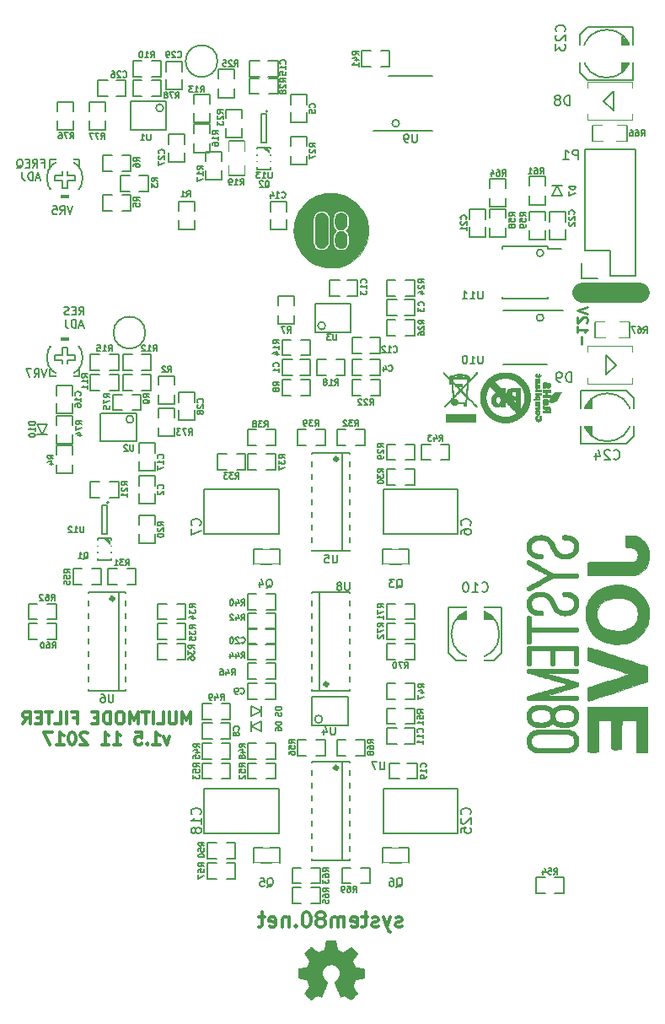
<source format=gbo>
G04 #@! TF.FileFunction,Legend,Bot*
%FSLAX46Y46*%
G04 Gerber Fmt 4.6, Leading zero omitted, Abs format (unit mm)*
G04 Created by KiCad (PCBNEW 4.0.2-stable) date 2017-12-28 3:27:39 PM*
%MOMM*%
G01*
G04 APERTURE LIST*
%ADD10C,0.100000*%
%ADD11C,2.000000*%
%ADD12C,0.200000*%
%ADD13C,0.300000*%
%ADD14C,0.254000*%
%ADD15C,0.152400*%
%ADD16C,0.010000*%
%ADD17C,0.002540*%
%ADD18C,0.127000*%
%ADD19C,0.150000*%
%ADD20C,0.381000*%
%ADD21C,0.066040*%
%ADD22C,0.203200*%
%ADD23C,0.101600*%
%ADD24R,0.912800X0.912800*%
%ADD25R,0.900000X0.600000*%
%ADD26C,2.098980*%
%ADD27C,2.350000*%
%ADD28C,2.600000*%
%ADD29R,1.600000X0.550000*%
%ADD30R,1.550000X0.550000*%
%ADD31R,2.299640X0.699440*%
%ADD32R,1.497000X1.243000*%
%ADD33R,1.243000X1.497000*%
%ADD34R,2.497760X2.497760*%
%ADD35R,1.300000X1.300000*%
%ADD36C,1.300000*%
%ADD37R,1.700200X3.099740*%
%ADD38R,3.099740X1.700200*%
%ADD39R,1.400480X0.500000*%
%ADD40R,1.160000X0.750000*%
%ADD41R,1.700000X1.600000*%
%ADD42O,2.600000X4.100000*%
%ADD43O,2.100000X2.600000*%
%ADD44O,3.600000X1.600000*%
%ADD45R,1.827200X1.827200*%
%ADD46O,1.827200X1.827200*%
%ADD47C,1.624000*%
%ADD48R,0.801040X1.100760*%
%ADD49R,0.862000X0.709600*%
%ADD50R,0.709600X0.862000*%
%ADD51O,2.000000X2.000000*%
G04 APERTURE END LIST*
D10*
D11*
X75500000Y-39500000D02*
X69750000Y-39500000D01*
D12*
X51353553Y-22500000D02*
G75*
G03X51353553Y-22500000I-353553J0D01*
G01*
D13*
X51607143Y-103107143D02*
X51464286Y-103178571D01*
X51178571Y-103178571D01*
X51035714Y-103107143D01*
X50964286Y-102964286D01*
X50964286Y-102892857D01*
X51035714Y-102750000D01*
X51178571Y-102678571D01*
X51392857Y-102678571D01*
X51535714Y-102607143D01*
X51607143Y-102464286D01*
X51607143Y-102392857D01*
X51535714Y-102250000D01*
X51392857Y-102178571D01*
X51178571Y-102178571D01*
X51035714Y-102250000D01*
X50464285Y-102178571D02*
X50107142Y-103178571D01*
X49750000Y-102178571D02*
X50107142Y-103178571D01*
X50250000Y-103535714D01*
X50321428Y-103607143D01*
X50464285Y-103678571D01*
X49250000Y-103107143D02*
X49107143Y-103178571D01*
X48821428Y-103178571D01*
X48678571Y-103107143D01*
X48607143Y-102964286D01*
X48607143Y-102892857D01*
X48678571Y-102750000D01*
X48821428Y-102678571D01*
X49035714Y-102678571D01*
X49178571Y-102607143D01*
X49250000Y-102464286D01*
X49250000Y-102392857D01*
X49178571Y-102250000D01*
X49035714Y-102178571D01*
X48821428Y-102178571D01*
X48678571Y-102250000D01*
X48178571Y-102178571D02*
X47607142Y-102178571D01*
X47964285Y-101678571D02*
X47964285Y-102964286D01*
X47892857Y-103107143D01*
X47749999Y-103178571D01*
X47607142Y-103178571D01*
X46535714Y-103107143D02*
X46678571Y-103178571D01*
X46964285Y-103178571D01*
X47107142Y-103107143D01*
X47178571Y-102964286D01*
X47178571Y-102392857D01*
X47107142Y-102250000D01*
X46964285Y-102178571D01*
X46678571Y-102178571D01*
X46535714Y-102250000D01*
X46464285Y-102392857D01*
X46464285Y-102535714D01*
X47178571Y-102678571D01*
X45821428Y-103178571D02*
X45821428Y-102178571D01*
X45821428Y-102321429D02*
X45750000Y-102250000D01*
X45607142Y-102178571D01*
X45392857Y-102178571D01*
X45250000Y-102250000D01*
X45178571Y-102392857D01*
X45178571Y-103178571D01*
X45178571Y-102392857D02*
X45107142Y-102250000D01*
X44964285Y-102178571D01*
X44750000Y-102178571D01*
X44607142Y-102250000D01*
X44535714Y-102392857D01*
X44535714Y-103178571D01*
X43607142Y-102321429D02*
X43750000Y-102250000D01*
X43821428Y-102178571D01*
X43892857Y-102035714D01*
X43892857Y-101964286D01*
X43821428Y-101821429D01*
X43750000Y-101750000D01*
X43607142Y-101678571D01*
X43321428Y-101678571D01*
X43178571Y-101750000D01*
X43107142Y-101821429D01*
X43035714Y-101964286D01*
X43035714Y-102035714D01*
X43107142Y-102178571D01*
X43178571Y-102250000D01*
X43321428Y-102321429D01*
X43607142Y-102321429D01*
X43750000Y-102392857D01*
X43821428Y-102464286D01*
X43892857Y-102607143D01*
X43892857Y-102892857D01*
X43821428Y-103035714D01*
X43750000Y-103107143D01*
X43607142Y-103178571D01*
X43321428Y-103178571D01*
X43178571Y-103107143D01*
X43107142Y-103035714D01*
X43035714Y-102892857D01*
X43035714Y-102607143D01*
X43107142Y-102464286D01*
X43178571Y-102392857D01*
X43321428Y-102321429D01*
X42107143Y-101678571D02*
X41964286Y-101678571D01*
X41821429Y-101750000D01*
X41750000Y-101821429D01*
X41678571Y-101964286D01*
X41607143Y-102250000D01*
X41607143Y-102607143D01*
X41678571Y-102892857D01*
X41750000Y-103035714D01*
X41821429Y-103107143D01*
X41964286Y-103178571D01*
X42107143Y-103178571D01*
X42250000Y-103107143D01*
X42321429Y-103035714D01*
X42392857Y-102892857D01*
X42464286Y-102607143D01*
X42464286Y-102250000D01*
X42392857Y-101964286D01*
X42321429Y-101821429D01*
X42250000Y-101750000D01*
X42107143Y-101678571D01*
X40964286Y-103035714D02*
X40892858Y-103107143D01*
X40964286Y-103178571D01*
X41035715Y-103107143D01*
X40964286Y-103035714D01*
X40964286Y-103178571D01*
X40250000Y-102178571D02*
X40250000Y-103178571D01*
X40250000Y-102321429D02*
X40178572Y-102250000D01*
X40035714Y-102178571D01*
X39821429Y-102178571D01*
X39678572Y-102250000D01*
X39607143Y-102392857D01*
X39607143Y-103178571D01*
X38321429Y-103107143D02*
X38464286Y-103178571D01*
X38750000Y-103178571D01*
X38892857Y-103107143D01*
X38964286Y-102964286D01*
X38964286Y-102392857D01*
X38892857Y-102250000D01*
X38750000Y-102178571D01*
X38464286Y-102178571D01*
X38321429Y-102250000D01*
X38250000Y-102392857D01*
X38250000Y-102535714D01*
X38964286Y-102678571D01*
X37821429Y-102178571D02*
X37250000Y-102178571D01*
X37607143Y-101678571D02*
X37607143Y-102964286D01*
X37535715Y-103107143D01*
X37392857Y-103178571D01*
X37250000Y-103178571D01*
X30392857Y-82790476D02*
X30392857Y-81540476D01*
X29976190Y-82433333D01*
X29559524Y-81540476D01*
X29559524Y-82790476D01*
X28964286Y-81540476D02*
X28964286Y-82552381D01*
X28904762Y-82671429D01*
X28845238Y-82730952D01*
X28726191Y-82790476D01*
X28488095Y-82790476D01*
X28369048Y-82730952D01*
X28309524Y-82671429D01*
X28250000Y-82552381D01*
X28250000Y-81540476D01*
X27059524Y-82790476D02*
X27654762Y-82790476D01*
X27654762Y-81540476D01*
X26642857Y-82790476D02*
X26642857Y-81540476D01*
X26226190Y-81540476D02*
X25511905Y-81540476D01*
X25869048Y-82790476D02*
X25869048Y-81540476D01*
X25095238Y-82790476D02*
X25095238Y-81540476D01*
X24678571Y-82433333D01*
X24261905Y-81540476D01*
X24261905Y-82790476D01*
X23428572Y-81540476D02*
X23190476Y-81540476D01*
X23071429Y-81600000D01*
X22952381Y-81719048D01*
X22892857Y-81957143D01*
X22892857Y-82373810D01*
X22952381Y-82611905D01*
X23071429Y-82730952D01*
X23190476Y-82790476D01*
X23428572Y-82790476D01*
X23547619Y-82730952D01*
X23666667Y-82611905D01*
X23726191Y-82373810D01*
X23726191Y-81957143D01*
X23666667Y-81719048D01*
X23547619Y-81600000D01*
X23428572Y-81540476D01*
X22357143Y-82790476D02*
X22357143Y-81540476D01*
X22059524Y-81540476D01*
X21880952Y-81600000D01*
X21761905Y-81719048D01*
X21702381Y-81838095D01*
X21642857Y-82076190D01*
X21642857Y-82254762D01*
X21702381Y-82492857D01*
X21761905Y-82611905D01*
X21880952Y-82730952D01*
X22059524Y-82790476D01*
X22357143Y-82790476D01*
X21107143Y-82135714D02*
X20690476Y-82135714D01*
X20511905Y-82790476D02*
X21107143Y-82790476D01*
X21107143Y-81540476D01*
X20511905Y-81540476D01*
X18607143Y-82135714D02*
X19023810Y-82135714D01*
X19023810Y-82790476D02*
X19023810Y-81540476D01*
X18428572Y-81540476D01*
X17952381Y-82790476D02*
X17952381Y-81540476D01*
X16761905Y-82790476D02*
X17357143Y-82790476D01*
X17357143Y-81540476D01*
X16523809Y-81540476D02*
X15809524Y-81540476D01*
X16166667Y-82790476D02*
X16166667Y-81540476D01*
X15392857Y-82135714D02*
X14976190Y-82135714D01*
X14797619Y-82790476D02*
X15392857Y-82790476D01*
X15392857Y-81540476D01*
X14797619Y-81540476D01*
X13547619Y-82790476D02*
X13964286Y-82195238D01*
X14261905Y-82790476D02*
X14261905Y-81540476D01*
X13785714Y-81540476D01*
X13666667Y-81600000D01*
X13607143Y-81659524D01*
X13547619Y-81778571D01*
X13547619Y-81957143D01*
X13607143Y-82076190D01*
X13666667Y-82135714D01*
X13785714Y-82195238D01*
X14261905Y-82195238D01*
X28309523Y-84007143D02*
X28011904Y-84840476D01*
X27714284Y-84007143D01*
X26583332Y-84840476D02*
X27297618Y-84840476D01*
X26940475Y-84840476D02*
X26940475Y-83590476D01*
X27059523Y-83769048D01*
X27178570Y-83888095D01*
X27297618Y-83947619D01*
X26047618Y-84721429D02*
X25988094Y-84780952D01*
X26047618Y-84840476D01*
X26107142Y-84780952D01*
X26047618Y-84721429D01*
X26047618Y-84840476D01*
X24857142Y-83590476D02*
X25452380Y-83590476D01*
X25511904Y-84185714D01*
X25452380Y-84126190D01*
X25333332Y-84066667D01*
X25035713Y-84066667D01*
X24916666Y-84126190D01*
X24857142Y-84185714D01*
X24797618Y-84304762D01*
X24797618Y-84602381D01*
X24857142Y-84721429D01*
X24916666Y-84780952D01*
X25035713Y-84840476D01*
X25333332Y-84840476D01*
X25452380Y-84780952D01*
X25511904Y-84721429D01*
X22654761Y-84840476D02*
X23369047Y-84840476D01*
X23011904Y-84840476D02*
X23011904Y-83590476D01*
X23130952Y-83769048D01*
X23249999Y-83888095D01*
X23369047Y-83947619D01*
X21464285Y-84840476D02*
X22178571Y-84840476D01*
X21821428Y-84840476D02*
X21821428Y-83590476D01*
X21940476Y-83769048D01*
X22059523Y-83888095D01*
X22178571Y-83947619D01*
X20035714Y-83709524D02*
X19976190Y-83650000D01*
X19857142Y-83590476D01*
X19559523Y-83590476D01*
X19440476Y-83650000D01*
X19380952Y-83709524D01*
X19321428Y-83828571D01*
X19321428Y-83947619D01*
X19380952Y-84126190D01*
X20095238Y-84840476D01*
X19321428Y-84840476D01*
X18547619Y-83590476D02*
X18428571Y-83590476D01*
X18309523Y-83650000D01*
X18250000Y-83709524D01*
X18190476Y-83828571D01*
X18130952Y-84066667D01*
X18130952Y-84364286D01*
X18190476Y-84602381D01*
X18250000Y-84721429D01*
X18309523Y-84780952D01*
X18428571Y-84840476D01*
X18547619Y-84840476D01*
X18666666Y-84780952D01*
X18726190Y-84721429D01*
X18785714Y-84602381D01*
X18845238Y-84364286D01*
X18845238Y-84066667D01*
X18785714Y-83828571D01*
X18726190Y-83709524D01*
X18666666Y-83650000D01*
X18547619Y-83590476D01*
X16940476Y-84840476D02*
X17654762Y-84840476D01*
X17297619Y-84840476D02*
X17297619Y-83590476D01*
X17416667Y-83769048D01*
X17535714Y-83888095D01*
X17654762Y-83947619D01*
X16523810Y-83590476D02*
X15690476Y-83590476D01*
X16226191Y-84840476D01*
D14*
X69627429Y-44690095D02*
X69627429Y-43916000D01*
X69240381Y-42900000D02*
X69240381Y-43480571D01*
X69240381Y-43190285D02*
X70256381Y-43190285D01*
X70111238Y-43287047D01*
X70014476Y-43383809D01*
X69966095Y-43480571D01*
X70159619Y-42512952D02*
X70208000Y-42464571D01*
X70256381Y-42367809D01*
X70256381Y-42125905D01*
X70208000Y-42029143D01*
X70159619Y-41980762D01*
X70062857Y-41932381D01*
X69966095Y-41932381D01*
X69820952Y-41980762D01*
X69240381Y-42561333D01*
X69240381Y-41932381D01*
X70256381Y-41642095D02*
X69240381Y-41303428D01*
X70256381Y-40964762D01*
D15*
X19203161Y-41722535D02*
X19474094Y-41335488D01*
X19667618Y-41722535D02*
X19667618Y-40909735D01*
X19357980Y-40909735D01*
X19280571Y-40948440D01*
X19241866Y-40987145D01*
X19203161Y-41064554D01*
X19203161Y-41180669D01*
X19241866Y-41258078D01*
X19280571Y-41296783D01*
X19357980Y-41335488D01*
X19667618Y-41335488D01*
X18854818Y-41296783D02*
X18583885Y-41296783D01*
X18467771Y-41722535D02*
X18854818Y-41722535D01*
X18854818Y-40909735D01*
X18467771Y-40909735D01*
X18158133Y-41683830D02*
X18042019Y-41722535D01*
X17848495Y-41722535D01*
X17771085Y-41683830D01*
X17732381Y-41645126D01*
X17693676Y-41567716D01*
X17693676Y-41490307D01*
X17732381Y-41412897D01*
X17771085Y-41374192D01*
X17848495Y-41335488D01*
X18003314Y-41296783D01*
X18080723Y-41258078D01*
X18119428Y-41219373D01*
X18158133Y-41141964D01*
X18158133Y-41064554D01*
X18119428Y-40987145D01*
X18080723Y-40948440D01*
X18003314Y-40909735D01*
X17809790Y-40909735D01*
X17693676Y-40948440D01*
X19609562Y-42780627D02*
X19222514Y-42780627D01*
X19686971Y-43012855D02*
X19416038Y-42200055D01*
X19145105Y-43012855D01*
X18874171Y-43012855D02*
X18874171Y-42200055D01*
X18680647Y-42200055D01*
X18564533Y-42238760D01*
X18487124Y-42316170D01*
X18448419Y-42393579D01*
X18409714Y-42548398D01*
X18409714Y-42664512D01*
X18448419Y-42819331D01*
X18487124Y-42896741D01*
X18564533Y-42974150D01*
X18680647Y-43012855D01*
X18874171Y-43012855D01*
X17829143Y-42200055D02*
X17829143Y-42780627D01*
X17867847Y-42896741D01*
X17945257Y-42974150D01*
X18061371Y-43012855D01*
X18138781Y-43012855D01*
D12*
X65853553Y-35500000D02*
G75*
G03X65853553Y-35500000I-353553J0D01*
G01*
X65853553Y-42000000D02*
G75*
G03X65853553Y-42000000I-353553J0D01*
G01*
D15*
X15433733Y-26496783D02*
X15704666Y-26496783D01*
X15704666Y-26922535D02*
X15704666Y-26109735D01*
X15317619Y-26109735D01*
X14543523Y-26922535D02*
X14814456Y-26535488D01*
X15007980Y-26922535D02*
X15007980Y-26109735D01*
X14698342Y-26109735D01*
X14620933Y-26148440D01*
X14582228Y-26187145D01*
X14543523Y-26264554D01*
X14543523Y-26380669D01*
X14582228Y-26458078D01*
X14620933Y-26496783D01*
X14698342Y-26535488D01*
X15007980Y-26535488D01*
X14195180Y-26496783D02*
X13924247Y-26496783D01*
X13808133Y-26922535D02*
X14195180Y-26922535D01*
X14195180Y-26109735D01*
X13808133Y-26109735D01*
X12917924Y-26999945D02*
X12995333Y-26961240D01*
X13072743Y-26883830D01*
X13188857Y-26767716D01*
X13266266Y-26729011D01*
X13343676Y-26729011D01*
X13304971Y-26922535D02*
X13382381Y-26883830D01*
X13459790Y-26806421D01*
X13498495Y-26651602D01*
X13498495Y-26380669D01*
X13459790Y-26225850D01*
X13382381Y-26148440D01*
X13304971Y-26109735D01*
X13150152Y-26109735D01*
X13072743Y-26148440D01*
X12995333Y-26225850D01*
X12956628Y-26380669D01*
X12956628Y-26651602D01*
X12995333Y-26806421D01*
X13072743Y-26883830D01*
X13150152Y-26922535D01*
X13304971Y-26922535D01*
X15259562Y-27980627D02*
X14872514Y-27980627D01*
X15336971Y-28212855D02*
X15066038Y-27400055D01*
X14795105Y-28212855D01*
X14524171Y-28212855D02*
X14524171Y-27400055D01*
X14330647Y-27400055D01*
X14214533Y-27438760D01*
X14137124Y-27516170D01*
X14098419Y-27593579D01*
X14059714Y-27748398D01*
X14059714Y-27864512D01*
X14098419Y-28019331D01*
X14137124Y-28096741D01*
X14214533Y-28174150D01*
X14330647Y-28212855D01*
X14524171Y-28212855D01*
X13479143Y-27400055D02*
X13479143Y-27980627D01*
X13517847Y-28096741D01*
X13595257Y-28174150D01*
X13711371Y-28212855D01*
X13788781Y-28212855D01*
D16*
G36*
X64151715Y-75789217D02*
X64152262Y-75966203D01*
X64152327Y-75981199D01*
X64155829Y-76768267D01*
X64191943Y-76826408D01*
X64239206Y-76883265D01*
X64297266Y-76918641D01*
X64366684Y-76932847D01*
X64384556Y-76933149D01*
X64455668Y-76921861D01*
X64515784Y-76891696D01*
X64561390Y-76844937D01*
X64582374Y-76804690D01*
X64585597Y-76783535D01*
X64588356Y-76738316D01*
X64590649Y-76669042D01*
X64592478Y-76575719D01*
X64593841Y-76458356D01*
X64594738Y-76316962D01*
X64595171Y-76151542D01*
X64595213Y-76073387D01*
X64595213Y-75375972D01*
X66533318Y-75375972D01*
X66533318Y-76068538D01*
X66533389Y-76218081D01*
X66533633Y-76345435D01*
X66534098Y-76452487D01*
X66534831Y-76541125D01*
X66535880Y-76613236D01*
X66537292Y-76670707D01*
X66539115Y-76715424D01*
X66541395Y-76749276D01*
X66544181Y-76774148D01*
X66547520Y-76791929D01*
X66551458Y-76804504D01*
X66551834Y-76805420D01*
X66586863Y-76866019D01*
X66633871Y-76906497D01*
X66694840Y-76928128D01*
X66750000Y-76932751D01*
X66823548Y-76922240D01*
X66885658Y-76892053D01*
X66933559Y-76844212D01*
X66964485Y-76780736D01*
X66966153Y-76775005D01*
X66969058Y-76752058D01*
X66971612Y-76706001D01*
X66973799Y-76637803D01*
X66975602Y-76548426D01*
X66977003Y-76438837D01*
X66977987Y-76310002D01*
X66978536Y-76162885D01*
X66978653Y-76053104D01*
X66978720Y-75375972D01*
X68916825Y-75375972D01*
X68916825Y-76062519D01*
X68916844Y-76213775D01*
X68917005Y-76342897D01*
X68917461Y-76451825D01*
X68918366Y-76542500D01*
X68919874Y-76616865D01*
X68922140Y-76676860D01*
X68925316Y-76724426D01*
X68929558Y-76761505D01*
X68935019Y-76790037D01*
X68941853Y-76811965D01*
X68950213Y-76829229D01*
X68960255Y-76843770D01*
X68972131Y-76857530D01*
X68980598Y-76866643D01*
X69031424Y-76905320D01*
X69092549Y-76927730D01*
X69157964Y-76933764D01*
X69221662Y-76923314D01*
X69277635Y-76896272D01*
X69304617Y-76872474D01*
X69315550Y-76860219D01*
X69325004Y-76848162D01*
X69333085Y-76834557D01*
X69339897Y-76817658D01*
X69345546Y-76795716D01*
X69350138Y-76766987D01*
X69353777Y-76729723D01*
X69356570Y-76682178D01*
X69358621Y-76622604D01*
X69360036Y-76549256D01*
X69360920Y-76460386D01*
X69361379Y-76354247D01*
X69361518Y-76229094D01*
X69361442Y-76083180D01*
X69361277Y-75933112D01*
X69360876Y-75747607D01*
X69360125Y-75583677D01*
X69359031Y-75441664D01*
X69357598Y-75321913D01*
X69355832Y-75224766D01*
X69353739Y-75150566D01*
X69351323Y-75099657D01*
X69348590Y-75072382D01*
X69347761Y-75069005D01*
X69320201Y-75019804D01*
X69277574Y-74976630D01*
X69228284Y-74947601D01*
X69218660Y-74944295D01*
X69205861Y-74942555D01*
X69179107Y-74940952D01*
X69137755Y-74939481D01*
X69081162Y-74938140D01*
X69008683Y-74936924D01*
X68919675Y-74935830D01*
X68813494Y-74934854D01*
X68689496Y-74933994D01*
X68547038Y-74933245D01*
X68385476Y-74932604D01*
X68204166Y-74932068D01*
X68002465Y-74931632D01*
X67779729Y-74931294D01*
X67535314Y-74931050D01*
X67268576Y-74930896D01*
X66978872Y-74930829D01*
X66754622Y-74930833D01*
X66470680Y-74930870D01*
X66209814Y-74930921D01*
X65971024Y-74930997D01*
X65753309Y-74931106D01*
X65555670Y-74931257D01*
X65377108Y-74931460D01*
X65216621Y-74931723D01*
X65073210Y-74932057D01*
X64945875Y-74932471D01*
X64833616Y-74932972D01*
X64735433Y-74933572D01*
X64650326Y-74934279D01*
X64577295Y-74935102D01*
X64515340Y-74936050D01*
X64463461Y-74937133D01*
X64420658Y-74938361D01*
X64385932Y-74939741D01*
X64358281Y-74941284D01*
X64336706Y-74942998D01*
X64320208Y-74944893D01*
X64307786Y-74946978D01*
X64298439Y-74949263D01*
X64291170Y-74951756D01*
X64286849Y-74953599D01*
X64229320Y-74992454D01*
X64187401Y-75048896D01*
X64162363Y-75121176D01*
X64161273Y-75126793D01*
X64158525Y-75154783D01*
X64156225Y-75206148D01*
X64154381Y-75280192D01*
X64153001Y-75376217D01*
X64152092Y-75493527D01*
X64151661Y-75631426D01*
X64151715Y-75789217D01*
X64151715Y-75789217D01*
G37*
X64151715Y-75789217D02*
X64152262Y-75966203D01*
X64152327Y-75981199D01*
X64155829Y-76768267D01*
X64191943Y-76826408D01*
X64239206Y-76883265D01*
X64297266Y-76918641D01*
X64366684Y-76932847D01*
X64384556Y-76933149D01*
X64455668Y-76921861D01*
X64515784Y-76891696D01*
X64561390Y-76844937D01*
X64582374Y-76804690D01*
X64585597Y-76783535D01*
X64588356Y-76738316D01*
X64590649Y-76669042D01*
X64592478Y-76575719D01*
X64593841Y-76458356D01*
X64594738Y-76316962D01*
X64595171Y-76151542D01*
X64595213Y-76073387D01*
X64595213Y-75375972D01*
X66533318Y-75375972D01*
X66533318Y-76068538D01*
X66533389Y-76218081D01*
X66533633Y-76345435D01*
X66534098Y-76452487D01*
X66534831Y-76541125D01*
X66535880Y-76613236D01*
X66537292Y-76670707D01*
X66539115Y-76715424D01*
X66541395Y-76749276D01*
X66544181Y-76774148D01*
X66547520Y-76791929D01*
X66551458Y-76804504D01*
X66551834Y-76805420D01*
X66586863Y-76866019D01*
X66633871Y-76906497D01*
X66694840Y-76928128D01*
X66750000Y-76932751D01*
X66823548Y-76922240D01*
X66885658Y-76892053D01*
X66933559Y-76844212D01*
X66964485Y-76780736D01*
X66966153Y-76775005D01*
X66969058Y-76752058D01*
X66971612Y-76706001D01*
X66973799Y-76637803D01*
X66975602Y-76548426D01*
X66977003Y-76438837D01*
X66977987Y-76310002D01*
X66978536Y-76162885D01*
X66978653Y-76053104D01*
X66978720Y-75375972D01*
X68916825Y-75375972D01*
X68916825Y-76062519D01*
X68916844Y-76213775D01*
X68917005Y-76342897D01*
X68917461Y-76451825D01*
X68918366Y-76542500D01*
X68919874Y-76616865D01*
X68922140Y-76676860D01*
X68925316Y-76724426D01*
X68929558Y-76761505D01*
X68935019Y-76790037D01*
X68941853Y-76811965D01*
X68950213Y-76829229D01*
X68960255Y-76843770D01*
X68972131Y-76857530D01*
X68980598Y-76866643D01*
X69031424Y-76905320D01*
X69092549Y-76927730D01*
X69157964Y-76933764D01*
X69221662Y-76923314D01*
X69277635Y-76896272D01*
X69304617Y-76872474D01*
X69315550Y-76860219D01*
X69325004Y-76848162D01*
X69333085Y-76834557D01*
X69339897Y-76817658D01*
X69345546Y-76795716D01*
X69350138Y-76766987D01*
X69353777Y-76729723D01*
X69356570Y-76682178D01*
X69358621Y-76622604D01*
X69360036Y-76549256D01*
X69360920Y-76460386D01*
X69361379Y-76354247D01*
X69361518Y-76229094D01*
X69361442Y-76083180D01*
X69361277Y-75933112D01*
X69360876Y-75747607D01*
X69360125Y-75583677D01*
X69359031Y-75441664D01*
X69357598Y-75321913D01*
X69355832Y-75224766D01*
X69353739Y-75150566D01*
X69351323Y-75099657D01*
X69348590Y-75072382D01*
X69347761Y-75069005D01*
X69320201Y-75019804D01*
X69277574Y-74976630D01*
X69228284Y-74947601D01*
X69218660Y-74944295D01*
X69205861Y-74942555D01*
X69179107Y-74940952D01*
X69137755Y-74939481D01*
X69081162Y-74938140D01*
X69008683Y-74936924D01*
X68919675Y-74935830D01*
X68813494Y-74934854D01*
X68689496Y-74933994D01*
X68547038Y-74933245D01*
X68385476Y-74932604D01*
X68204166Y-74932068D01*
X68002465Y-74931632D01*
X67779729Y-74931294D01*
X67535314Y-74931050D01*
X67268576Y-74930896D01*
X66978872Y-74930829D01*
X66754622Y-74930833D01*
X66470680Y-74930870D01*
X66209814Y-74930921D01*
X65971024Y-74930997D01*
X65753309Y-74931106D01*
X65555670Y-74931257D01*
X65377108Y-74931460D01*
X65216621Y-74931723D01*
X65073210Y-74932057D01*
X64945875Y-74932471D01*
X64833616Y-74932972D01*
X64735433Y-74933572D01*
X64650326Y-74934279D01*
X64577295Y-74935102D01*
X64515340Y-74936050D01*
X64463461Y-74937133D01*
X64420658Y-74938361D01*
X64385932Y-74939741D01*
X64358281Y-74941284D01*
X64336706Y-74942998D01*
X64320208Y-74944893D01*
X64307786Y-74946978D01*
X64298439Y-74949263D01*
X64291170Y-74951756D01*
X64286849Y-74953599D01*
X64229320Y-74992454D01*
X64187401Y-75048896D01*
X64162363Y-75121176D01*
X64161273Y-75126793D01*
X64158525Y-75154783D01*
X64156225Y-75206148D01*
X64154381Y-75280192D01*
X64153001Y-75376217D01*
X64152092Y-75493527D01*
X64151661Y-75631426D01*
X64151715Y-75789217D01*
G36*
X64171237Y-77512796D02*
X64199905Y-77572156D01*
X64248605Y-77618627D01*
X64282228Y-77638177D01*
X64298171Y-77643674D01*
X64336053Y-77655418D01*
X64394662Y-77673056D01*
X64472781Y-77696236D01*
X64569198Y-77724605D01*
X64682697Y-77757811D01*
X64812066Y-77795501D01*
X64956089Y-77837323D01*
X65113553Y-77882925D01*
X65283243Y-77931953D01*
X65463946Y-77984056D01*
X65654446Y-78038881D01*
X65853530Y-78096075D01*
X66059984Y-78155287D01*
X66272594Y-78216163D01*
X66319376Y-78229545D01*
X66532177Y-78290474D01*
X66738501Y-78349687D01*
X66937178Y-78406842D01*
X67127039Y-78461596D01*
X67306914Y-78513608D01*
X67475634Y-78562536D01*
X67632030Y-78608039D01*
X67774933Y-78649775D01*
X67903174Y-78687403D01*
X68015583Y-78720580D01*
X68110991Y-78748965D01*
X68188229Y-78772217D01*
X68246127Y-78789993D01*
X68283517Y-78801952D01*
X68299229Y-78807752D01*
X68299613Y-78808213D01*
X68286620Y-78812373D01*
X68251699Y-78822834D01*
X68196062Y-78839246D01*
X68120918Y-78861256D01*
X68027480Y-78888515D01*
X67916957Y-78920671D01*
X67790560Y-78957373D01*
X67649501Y-78998270D01*
X67494989Y-79043011D01*
X67328237Y-79091245D01*
X67150454Y-79142621D01*
X66962852Y-79196788D01*
X66766641Y-79253394D01*
X66563033Y-79312090D01*
X66353237Y-79372522D01*
X66352749Y-79372663D01*
X66141875Y-79433393D01*
X65936545Y-79492544D01*
X65738022Y-79549751D01*
X65547565Y-79604652D01*
X65366437Y-79656881D01*
X65195897Y-79706074D01*
X65037207Y-79751869D01*
X64891628Y-79793900D01*
X64760421Y-79831803D01*
X64644847Y-79865215D01*
X64546166Y-79893771D01*
X64465640Y-79917108D01*
X64404530Y-79934861D01*
X64364097Y-79946666D01*
X64345978Y-79952042D01*
X64270138Y-79983847D01*
X64213961Y-80025959D01*
X64178947Y-80077241D01*
X64178268Y-80078838D01*
X64164926Y-80133027D01*
X64163213Y-80195381D01*
X64173142Y-80253109D01*
X64178112Y-80266949D01*
X64204259Y-80308644D01*
X64243326Y-80347731D01*
X64287270Y-80377310D01*
X64321093Y-80389595D01*
X64336884Y-80390275D01*
X64375591Y-80390903D01*
X64436053Y-80391479D01*
X64517112Y-80391999D01*
X64617608Y-80392463D01*
X64736380Y-80392869D01*
X64872269Y-80393215D01*
X65024114Y-80393499D01*
X65190757Y-80393720D01*
X65371037Y-80393876D01*
X65563794Y-80393965D01*
X65767869Y-80393986D01*
X65982102Y-80393936D01*
X66205332Y-80393815D01*
X66436401Y-80393620D01*
X66674148Y-80393350D01*
X66786997Y-80393198D01*
X69213520Y-80389763D01*
X69255406Y-80361061D01*
X69308614Y-80314833D01*
X69341004Y-80261232D01*
X69355096Y-80195386D01*
X69356177Y-80166134D01*
X69347718Y-80092714D01*
X69321621Y-80034555D01*
X69276706Y-79989346D01*
X69260456Y-79978607D01*
X69254442Y-79975442D01*
X69246564Y-79972583D01*
X69235597Y-79970009D01*
X69220315Y-79967699D01*
X69199496Y-79965631D01*
X69171914Y-79963786D01*
X69136346Y-79962143D01*
X69091566Y-79960679D01*
X69036351Y-79959375D01*
X68969477Y-79958209D01*
X68889718Y-79957162D01*
X68795852Y-79956210D01*
X68686653Y-79955335D01*
X68560896Y-79954515D01*
X68417359Y-79953729D01*
X68254816Y-79952955D01*
X68072043Y-79952175D01*
X67867817Y-79951365D01*
X67640911Y-79950506D01*
X67606966Y-79950379D01*
X65990140Y-79944360D01*
X67540757Y-79500397D01*
X67729750Y-79446275D01*
X67913244Y-79393707D01*
X68089814Y-79343102D01*
X68258034Y-79294871D01*
X68416477Y-79249421D01*
X68563718Y-79207164D01*
X68698330Y-79168509D01*
X68818889Y-79133864D01*
X68923967Y-79103640D01*
X69012140Y-79078246D01*
X69081980Y-79058092D01*
X69132062Y-79043587D01*
X69160960Y-79035141D01*
X69166060Y-79033614D01*
X69242340Y-79001866D01*
X69298753Y-78958630D01*
X69337408Y-78902254D01*
X69339600Y-78897560D01*
X69358403Y-78829421D01*
X69355237Y-78761674D01*
X69331881Y-78698682D01*
X69290112Y-78644809D01*
X69231709Y-78604419D01*
X69217608Y-78598104D01*
X69201167Y-78592781D01*
X69162939Y-78581253D01*
X69104293Y-78563914D01*
X69026594Y-78541161D01*
X68931210Y-78513388D01*
X68819509Y-78480990D01*
X68692856Y-78444363D01*
X68552621Y-78403901D01*
X68400169Y-78359999D01*
X68236868Y-78313053D01*
X68064085Y-78263458D01*
X67883187Y-78211608D01*
X67695541Y-78157899D01*
X67580616Y-78125041D01*
X65985592Y-77669194D01*
X67604692Y-77663175D01*
X69223792Y-77657157D01*
X69265924Y-77630903D01*
X69299758Y-77603665D01*
X69327537Y-77571264D01*
X69330348Y-77566782D01*
X69345866Y-77525856D01*
X69355410Y-77471767D01*
X69358005Y-77414901D01*
X69352674Y-77365645D01*
X69350137Y-77356209D01*
X69324791Y-77308442D01*
X69283771Y-77265133D01*
X69235142Y-77234768D01*
X69234491Y-77234494D01*
X69226774Y-77232498D01*
X69212953Y-77230661D01*
X69192097Y-77228978D01*
X69163278Y-77227442D01*
X69125564Y-77226048D01*
X69078027Y-77224788D01*
X69019736Y-77223656D01*
X68949760Y-77222647D01*
X68867171Y-77221754D01*
X68771038Y-77220970D01*
X68660431Y-77220289D01*
X68534420Y-77219706D01*
X68392076Y-77219213D01*
X68232468Y-77218805D01*
X68054666Y-77218474D01*
X67857741Y-77218216D01*
X67640761Y-77218023D01*
X67402799Y-77217889D01*
X67142923Y-77217809D01*
X66860203Y-77217775D01*
X66763208Y-77217773D01*
X66443420Y-77217823D01*
X66147360Y-77217976D01*
X65874681Y-77218234D01*
X65625037Y-77218597D01*
X65398080Y-77219069D01*
X65193464Y-77219650D01*
X65010841Y-77220342D01*
X64849865Y-77221148D01*
X64710188Y-77222069D01*
X64591463Y-77223107D01*
X64493344Y-77224263D01*
X64415482Y-77225540D01*
X64357532Y-77226939D01*
X64319146Y-77228463D01*
X64299977Y-77230112D01*
X64298059Y-77230576D01*
X64240703Y-77264479D01*
X64196905Y-77315398D01*
X64169688Y-77378697D01*
X64161848Y-77439304D01*
X64171237Y-77512796D01*
X64171237Y-77512796D01*
G37*
X64171237Y-77512796D02*
X64199905Y-77572156D01*
X64248605Y-77618627D01*
X64282228Y-77638177D01*
X64298171Y-77643674D01*
X64336053Y-77655418D01*
X64394662Y-77673056D01*
X64472781Y-77696236D01*
X64569198Y-77724605D01*
X64682697Y-77757811D01*
X64812066Y-77795501D01*
X64956089Y-77837323D01*
X65113553Y-77882925D01*
X65283243Y-77931953D01*
X65463946Y-77984056D01*
X65654446Y-78038881D01*
X65853530Y-78096075D01*
X66059984Y-78155287D01*
X66272594Y-78216163D01*
X66319376Y-78229545D01*
X66532177Y-78290474D01*
X66738501Y-78349687D01*
X66937178Y-78406842D01*
X67127039Y-78461596D01*
X67306914Y-78513608D01*
X67475634Y-78562536D01*
X67632030Y-78608039D01*
X67774933Y-78649775D01*
X67903174Y-78687403D01*
X68015583Y-78720580D01*
X68110991Y-78748965D01*
X68188229Y-78772217D01*
X68246127Y-78789993D01*
X68283517Y-78801952D01*
X68299229Y-78807752D01*
X68299613Y-78808213D01*
X68286620Y-78812373D01*
X68251699Y-78822834D01*
X68196062Y-78839246D01*
X68120918Y-78861256D01*
X68027480Y-78888515D01*
X67916957Y-78920671D01*
X67790560Y-78957373D01*
X67649501Y-78998270D01*
X67494989Y-79043011D01*
X67328237Y-79091245D01*
X67150454Y-79142621D01*
X66962852Y-79196788D01*
X66766641Y-79253394D01*
X66563033Y-79312090D01*
X66353237Y-79372522D01*
X66352749Y-79372663D01*
X66141875Y-79433393D01*
X65936545Y-79492544D01*
X65738022Y-79549751D01*
X65547565Y-79604652D01*
X65366437Y-79656881D01*
X65195897Y-79706074D01*
X65037207Y-79751869D01*
X64891628Y-79793900D01*
X64760421Y-79831803D01*
X64644847Y-79865215D01*
X64546166Y-79893771D01*
X64465640Y-79917108D01*
X64404530Y-79934861D01*
X64364097Y-79946666D01*
X64345978Y-79952042D01*
X64270138Y-79983847D01*
X64213961Y-80025959D01*
X64178947Y-80077241D01*
X64178268Y-80078838D01*
X64164926Y-80133027D01*
X64163213Y-80195381D01*
X64173142Y-80253109D01*
X64178112Y-80266949D01*
X64204259Y-80308644D01*
X64243326Y-80347731D01*
X64287270Y-80377310D01*
X64321093Y-80389595D01*
X64336884Y-80390275D01*
X64375591Y-80390903D01*
X64436053Y-80391479D01*
X64517112Y-80391999D01*
X64617608Y-80392463D01*
X64736380Y-80392869D01*
X64872269Y-80393215D01*
X65024114Y-80393499D01*
X65190757Y-80393720D01*
X65371037Y-80393876D01*
X65563794Y-80393965D01*
X65767869Y-80393986D01*
X65982102Y-80393936D01*
X66205332Y-80393815D01*
X66436401Y-80393620D01*
X66674148Y-80393350D01*
X66786997Y-80393198D01*
X69213520Y-80389763D01*
X69255406Y-80361061D01*
X69308614Y-80314833D01*
X69341004Y-80261232D01*
X69355096Y-80195386D01*
X69356177Y-80166134D01*
X69347718Y-80092714D01*
X69321621Y-80034555D01*
X69276706Y-79989346D01*
X69260456Y-79978607D01*
X69254442Y-79975442D01*
X69246564Y-79972583D01*
X69235597Y-79970009D01*
X69220315Y-79967699D01*
X69199496Y-79965631D01*
X69171914Y-79963786D01*
X69136346Y-79962143D01*
X69091566Y-79960679D01*
X69036351Y-79959375D01*
X68969477Y-79958209D01*
X68889718Y-79957162D01*
X68795852Y-79956210D01*
X68686653Y-79955335D01*
X68560896Y-79954515D01*
X68417359Y-79953729D01*
X68254816Y-79952955D01*
X68072043Y-79952175D01*
X67867817Y-79951365D01*
X67640911Y-79950506D01*
X67606966Y-79950379D01*
X65990140Y-79944360D01*
X67540757Y-79500397D01*
X67729750Y-79446275D01*
X67913244Y-79393707D01*
X68089814Y-79343102D01*
X68258034Y-79294871D01*
X68416477Y-79249421D01*
X68563718Y-79207164D01*
X68698330Y-79168509D01*
X68818889Y-79133864D01*
X68923967Y-79103640D01*
X69012140Y-79078246D01*
X69081980Y-79058092D01*
X69132062Y-79043587D01*
X69160960Y-79035141D01*
X69166060Y-79033614D01*
X69242340Y-79001866D01*
X69298753Y-78958630D01*
X69337408Y-78902254D01*
X69339600Y-78897560D01*
X69358403Y-78829421D01*
X69355237Y-78761674D01*
X69331881Y-78698682D01*
X69290112Y-78644809D01*
X69231709Y-78604419D01*
X69217608Y-78598104D01*
X69201167Y-78592781D01*
X69162939Y-78581253D01*
X69104293Y-78563914D01*
X69026594Y-78541161D01*
X68931210Y-78513388D01*
X68819509Y-78480990D01*
X68692856Y-78444363D01*
X68552621Y-78403901D01*
X68400169Y-78359999D01*
X68236868Y-78313053D01*
X68064085Y-78263458D01*
X67883187Y-78211608D01*
X67695541Y-78157899D01*
X67580616Y-78125041D01*
X65985592Y-77669194D01*
X67604692Y-77663175D01*
X69223792Y-77657157D01*
X69265924Y-77630903D01*
X69299758Y-77603665D01*
X69327537Y-77571264D01*
X69330348Y-77566782D01*
X69345866Y-77525856D01*
X69355410Y-77471767D01*
X69358005Y-77414901D01*
X69352674Y-77365645D01*
X69350137Y-77356209D01*
X69324791Y-77308442D01*
X69283771Y-77265133D01*
X69235142Y-77234768D01*
X69234491Y-77234494D01*
X69226774Y-77232498D01*
X69212953Y-77230661D01*
X69192097Y-77228978D01*
X69163278Y-77227442D01*
X69125564Y-77226048D01*
X69078027Y-77224788D01*
X69019736Y-77223656D01*
X68949760Y-77222647D01*
X68867171Y-77221754D01*
X68771038Y-77220970D01*
X68660431Y-77220289D01*
X68534420Y-77219706D01*
X68392076Y-77219213D01*
X68232468Y-77218805D01*
X68054666Y-77218474D01*
X67857741Y-77218216D01*
X67640761Y-77218023D01*
X67402799Y-77217889D01*
X67142923Y-77217809D01*
X66860203Y-77217775D01*
X66763208Y-77217773D01*
X66443420Y-77217823D01*
X66147360Y-77217976D01*
X65874681Y-77218234D01*
X65625037Y-77218597D01*
X65398080Y-77219069D01*
X65193464Y-77219650D01*
X65010841Y-77220342D01*
X64849865Y-77221148D01*
X64710188Y-77222069D01*
X64591463Y-77223107D01*
X64493344Y-77224263D01*
X64415482Y-77225540D01*
X64357532Y-77226939D01*
X64319146Y-77228463D01*
X64299977Y-77230112D01*
X64298059Y-77230576D01*
X64240703Y-77264479D01*
X64196905Y-77315398D01*
X64169688Y-77378697D01*
X64161848Y-77439304D01*
X64171237Y-77512796D01*
G36*
X64165471Y-82038957D02*
X64170237Y-82144301D01*
X64178195Y-82231618D01*
X64190682Y-82306885D01*
X64209038Y-82376080D01*
X64234598Y-82445180D01*
X64268703Y-82520163D01*
X64276920Y-82536903D01*
X64348289Y-82654047D01*
X64439629Y-82758843D01*
X64549588Y-82850121D01*
X64676813Y-82926713D01*
X64781801Y-82973449D01*
X64931272Y-83021867D01*
X65096595Y-83057510D01*
X65279249Y-83080602D01*
X65480714Y-83091368D01*
X65564265Y-83092275D01*
X65776559Y-83086072D01*
X65969204Y-83067261D01*
X66143244Y-83035539D01*
X66299724Y-82990604D01*
X66439689Y-82932152D01*
X66564184Y-82859881D01*
X66674253Y-82773488D01*
X66679039Y-82769121D01*
X66758551Y-82696086D01*
X66793399Y-82732632D01*
X66840153Y-82775449D01*
X66901520Y-82822858D01*
X66970119Y-82869661D01*
X67038566Y-82910661D01*
X67069005Y-82926657D01*
X67199934Y-82983128D01*
X67341525Y-83027306D01*
X67496018Y-83059564D01*
X67665652Y-83080275D01*
X67852668Y-83089814D01*
X68042504Y-83089029D01*
X68208887Y-83081411D01*
X68355861Y-83067413D01*
X68487450Y-83046176D01*
X68607679Y-83016846D01*
X68720572Y-82978563D01*
X68830153Y-82930472D01*
X68861988Y-82914516D01*
X68961709Y-82852874D01*
X69057118Y-82774551D01*
X69142621Y-82685065D01*
X69212627Y-82589930D01*
X69240453Y-82541225D01*
X69288406Y-82433396D01*
X69322717Y-82321437D01*
X69344671Y-82199728D01*
X69355548Y-82062653D01*
X69356506Y-82032939D01*
X69357348Y-81963393D01*
X69356530Y-81895796D01*
X69354242Y-81837009D01*
X69350673Y-81793895D01*
X69349730Y-81787166D01*
X69315005Y-81626839D01*
X69263687Y-81483445D01*
X69195251Y-81356416D01*
X69109168Y-81245186D01*
X69004912Y-81149185D01*
X68881957Y-81067846D01*
X68739774Y-81000602D01*
X68577837Y-80946883D01*
X68567339Y-80944040D01*
X68447437Y-80916408D01*
X68321906Y-80896709D01*
X68186243Y-80884525D01*
X68035947Y-80879440D01*
X67884211Y-80880618D01*
X67884211Y-81325551D01*
X68035426Y-81325899D01*
X68181526Y-81334822D01*
X68319067Y-81351863D01*
X68444609Y-81376563D01*
X68554707Y-81408463D01*
X68645920Y-81447105D01*
X68667243Y-81458858D01*
X68719532Y-81496814D01*
X68772678Y-81547576D01*
X68819758Y-81603608D01*
X68853847Y-81657371D01*
X68858408Y-81666985D01*
X68886659Y-81751412D01*
X68905271Y-81850813D01*
X68913937Y-81957968D01*
X68912351Y-82065658D01*
X68900208Y-82166665D01*
X68882595Y-82238094D01*
X68844074Y-82331542D01*
X68792793Y-82408298D01*
X68725725Y-82471536D01*
X68639844Y-82524428D01*
X68585782Y-82549302D01*
X68486603Y-82583044D01*
X68368491Y-82609875D01*
X68235709Y-82629334D01*
X68092517Y-82640960D01*
X67943180Y-82644295D01*
X67791958Y-82638877D01*
X67770246Y-82637346D01*
X67676094Y-82629636D01*
X67600043Y-82621605D01*
X67536129Y-82612223D01*
X67478388Y-82600463D01*
X67420853Y-82585295D01*
X67360707Y-82566712D01*
X67252941Y-82522806D01*
X67164186Y-82466487D01*
X67093687Y-82396600D01*
X67040686Y-82311990D01*
X67004427Y-82211502D01*
X66984155Y-82093981D01*
X66978929Y-81983703D01*
X66984370Y-81883946D01*
X67000062Y-81787198D01*
X67024522Y-81700221D01*
X67056270Y-81629774D01*
X67056670Y-81629090D01*
X67113776Y-81553325D01*
X67190007Y-81488739D01*
X67285900Y-81435098D01*
X67401994Y-81392165D01*
X67538825Y-81359707D01*
X67696930Y-81337488D01*
X67731323Y-81334237D01*
X67884211Y-81325551D01*
X67884211Y-80880618D01*
X67882524Y-80880632D01*
X67719332Y-80887391D01*
X67575557Y-80899924D01*
X67447062Y-80919034D01*
X67329706Y-80945521D01*
X67219351Y-80980189D01*
X67111858Y-81023839D01*
X67088822Y-81034427D01*
X67019694Y-81070519D01*
X66949076Y-81113784D01*
X66883046Y-81159999D01*
X66827680Y-81204938D01*
X66792004Y-81240784D01*
X66761190Y-81277405D01*
X66691624Y-81211051D01*
X66589182Y-81126380D01*
X66472176Y-81054537D01*
X66338724Y-80994682D01*
X66186945Y-80945976D01*
X66014955Y-80907578D01*
X66009668Y-80906614D01*
X65944779Y-80897622D01*
X65861349Y-80890245D01*
X65764868Y-80884614D01*
X65660827Y-80880862D01*
X65554714Y-80879124D01*
X65504387Y-80879323D01*
X65504387Y-81326613D01*
X65638710Y-81326971D01*
X65772560Y-81333281D01*
X65898669Y-81345172D01*
X66009767Y-81362272D01*
X66027725Y-81365899D01*
X66156674Y-81402023D01*
X66266089Y-81452056D01*
X66356284Y-81516279D01*
X66427574Y-81594974D01*
X66480271Y-81688420D01*
X66514689Y-81796899D01*
X66516002Y-81803038D01*
X66525905Y-81875329D01*
X66529492Y-81960676D01*
X66527098Y-82050822D01*
X66519058Y-82137508D01*
X66505709Y-82212477D01*
X66498284Y-82239482D01*
X66457459Y-82335248D01*
X66399873Y-82416508D01*
X66324523Y-82484034D01*
X66230406Y-82538596D01*
X66116520Y-82580964D01*
X66024198Y-82603843D01*
X65893288Y-82625190D01*
X65751002Y-82638332D01*
X65602422Y-82643462D01*
X65452629Y-82640774D01*
X65306706Y-82630461D01*
X65169735Y-82612717D01*
X65046798Y-82587736D01*
X64964162Y-82563436D01*
X64860284Y-82517910D01*
X64774979Y-82459345D01*
X64707604Y-82386706D01*
X64657513Y-82298958D01*
X64624061Y-82195069D01*
X64606605Y-82074002D01*
X64603532Y-81984787D01*
X64610297Y-81859328D01*
X64630793Y-81749489D01*
X64666036Y-81654412D01*
X64717044Y-81573238D01*
X64784832Y-81505111D01*
X64870418Y-81449173D01*
X64974818Y-81404567D01*
X65099049Y-81370435D01*
X65244128Y-81345920D01*
X65376863Y-81332581D01*
X65504387Y-81326613D01*
X65504387Y-80879323D01*
X65452021Y-80879531D01*
X65358235Y-80882216D01*
X65278849Y-80887313D01*
X65265547Y-80888596D01*
X65070665Y-80916874D01*
X64894977Y-80959607D01*
X64738341Y-81016904D01*
X64600617Y-81088874D01*
X64481664Y-81175625D01*
X64381341Y-81277266D01*
X64299507Y-81393905D01*
X64236022Y-81525651D01*
X64190743Y-81672613D01*
X64179433Y-81726268D01*
X64171222Y-81776789D01*
X64166005Y-81828107D01*
X64163519Y-81886124D01*
X64163502Y-81956743D01*
X64165471Y-82038957D01*
X64165471Y-82038957D01*
G37*
X64165471Y-82038957D02*
X64170237Y-82144301D01*
X64178195Y-82231618D01*
X64190682Y-82306885D01*
X64209038Y-82376080D01*
X64234598Y-82445180D01*
X64268703Y-82520163D01*
X64276920Y-82536903D01*
X64348289Y-82654047D01*
X64439629Y-82758843D01*
X64549588Y-82850121D01*
X64676813Y-82926713D01*
X64781801Y-82973449D01*
X64931272Y-83021867D01*
X65096595Y-83057510D01*
X65279249Y-83080602D01*
X65480714Y-83091368D01*
X65564265Y-83092275D01*
X65776559Y-83086072D01*
X65969204Y-83067261D01*
X66143244Y-83035539D01*
X66299724Y-82990604D01*
X66439689Y-82932152D01*
X66564184Y-82859881D01*
X66674253Y-82773488D01*
X66679039Y-82769121D01*
X66758551Y-82696086D01*
X66793399Y-82732632D01*
X66840153Y-82775449D01*
X66901520Y-82822858D01*
X66970119Y-82869661D01*
X67038566Y-82910661D01*
X67069005Y-82926657D01*
X67199934Y-82983128D01*
X67341525Y-83027306D01*
X67496018Y-83059564D01*
X67665652Y-83080275D01*
X67852668Y-83089814D01*
X68042504Y-83089029D01*
X68208887Y-83081411D01*
X68355861Y-83067413D01*
X68487450Y-83046176D01*
X68607679Y-83016846D01*
X68720572Y-82978563D01*
X68830153Y-82930472D01*
X68861988Y-82914516D01*
X68961709Y-82852874D01*
X69057118Y-82774551D01*
X69142621Y-82685065D01*
X69212627Y-82589930D01*
X69240453Y-82541225D01*
X69288406Y-82433396D01*
X69322717Y-82321437D01*
X69344671Y-82199728D01*
X69355548Y-82062653D01*
X69356506Y-82032939D01*
X69357348Y-81963393D01*
X69356530Y-81895796D01*
X69354242Y-81837009D01*
X69350673Y-81793895D01*
X69349730Y-81787166D01*
X69315005Y-81626839D01*
X69263687Y-81483445D01*
X69195251Y-81356416D01*
X69109168Y-81245186D01*
X69004912Y-81149185D01*
X68881957Y-81067846D01*
X68739774Y-81000602D01*
X68577837Y-80946883D01*
X68567339Y-80944040D01*
X68447437Y-80916408D01*
X68321906Y-80896709D01*
X68186243Y-80884525D01*
X68035947Y-80879440D01*
X67884211Y-80880618D01*
X67884211Y-81325551D01*
X68035426Y-81325899D01*
X68181526Y-81334822D01*
X68319067Y-81351863D01*
X68444609Y-81376563D01*
X68554707Y-81408463D01*
X68645920Y-81447105D01*
X68667243Y-81458858D01*
X68719532Y-81496814D01*
X68772678Y-81547576D01*
X68819758Y-81603608D01*
X68853847Y-81657371D01*
X68858408Y-81666985D01*
X68886659Y-81751412D01*
X68905271Y-81850813D01*
X68913937Y-81957968D01*
X68912351Y-82065658D01*
X68900208Y-82166665D01*
X68882595Y-82238094D01*
X68844074Y-82331542D01*
X68792793Y-82408298D01*
X68725725Y-82471536D01*
X68639844Y-82524428D01*
X68585782Y-82549302D01*
X68486603Y-82583044D01*
X68368491Y-82609875D01*
X68235709Y-82629334D01*
X68092517Y-82640960D01*
X67943180Y-82644295D01*
X67791958Y-82638877D01*
X67770246Y-82637346D01*
X67676094Y-82629636D01*
X67600043Y-82621605D01*
X67536129Y-82612223D01*
X67478388Y-82600463D01*
X67420853Y-82585295D01*
X67360707Y-82566712D01*
X67252941Y-82522806D01*
X67164186Y-82466487D01*
X67093687Y-82396600D01*
X67040686Y-82311990D01*
X67004427Y-82211502D01*
X66984155Y-82093981D01*
X66978929Y-81983703D01*
X66984370Y-81883946D01*
X67000062Y-81787198D01*
X67024522Y-81700221D01*
X67056270Y-81629774D01*
X67056670Y-81629090D01*
X67113776Y-81553325D01*
X67190007Y-81488739D01*
X67285900Y-81435098D01*
X67401994Y-81392165D01*
X67538825Y-81359707D01*
X67696930Y-81337488D01*
X67731323Y-81334237D01*
X67884211Y-81325551D01*
X67884211Y-80880618D01*
X67882524Y-80880632D01*
X67719332Y-80887391D01*
X67575557Y-80899924D01*
X67447062Y-80919034D01*
X67329706Y-80945521D01*
X67219351Y-80980189D01*
X67111858Y-81023839D01*
X67088822Y-81034427D01*
X67019694Y-81070519D01*
X66949076Y-81113784D01*
X66883046Y-81159999D01*
X66827680Y-81204938D01*
X66792004Y-81240784D01*
X66761190Y-81277405D01*
X66691624Y-81211051D01*
X66589182Y-81126380D01*
X66472176Y-81054537D01*
X66338724Y-80994682D01*
X66186945Y-80945976D01*
X66014955Y-80907578D01*
X66009668Y-80906614D01*
X65944779Y-80897622D01*
X65861349Y-80890245D01*
X65764868Y-80884614D01*
X65660827Y-80880862D01*
X65554714Y-80879124D01*
X65504387Y-80879323D01*
X65504387Y-81326613D01*
X65638710Y-81326971D01*
X65772560Y-81333281D01*
X65898669Y-81345172D01*
X66009767Y-81362272D01*
X66027725Y-81365899D01*
X66156674Y-81402023D01*
X66266089Y-81452056D01*
X66356284Y-81516279D01*
X66427574Y-81594974D01*
X66480271Y-81688420D01*
X66514689Y-81796899D01*
X66516002Y-81803038D01*
X66525905Y-81875329D01*
X66529492Y-81960676D01*
X66527098Y-82050822D01*
X66519058Y-82137508D01*
X66505709Y-82212477D01*
X66498284Y-82239482D01*
X66457459Y-82335248D01*
X66399873Y-82416508D01*
X66324523Y-82484034D01*
X66230406Y-82538596D01*
X66116520Y-82580964D01*
X66024198Y-82603843D01*
X65893288Y-82625190D01*
X65751002Y-82638332D01*
X65602422Y-82643462D01*
X65452629Y-82640774D01*
X65306706Y-82630461D01*
X65169735Y-82612717D01*
X65046798Y-82587736D01*
X64964162Y-82563436D01*
X64860284Y-82517910D01*
X64774979Y-82459345D01*
X64707604Y-82386706D01*
X64657513Y-82298958D01*
X64624061Y-82195069D01*
X64606605Y-82074002D01*
X64603532Y-81984787D01*
X64610297Y-81859328D01*
X64630793Y-81749489D01*
X64666036Y-81654412D01*
X64717044Y-81573238D01*
X64784832Y-81505111D01*
X64870418Y-81449173D01*
X64974818Y-81404567D01*
X65099049Y-81370435D01*
X65244128Y-81345920D01*
X65376863Y-81332581D01*
X65504387Y-81326613D01*
X65504387Y-80879323D01*
X65452021Y-80879531D01*
X65358235Y-80882216D01*
X65278849Y-80887313D01*
X65265547Y-80888596D01*
X65070665Y-80916874D01*
X64894977Y-80959607D01*
X64738341Y-81016904D01*
X64600617Y-81088874D01*
X64481664Y-81175625D01*
X64381341Y-81277266D01*
X64299507Y-81393905D01*
X64236022Y-81525651D01*
X64190743Y-81672613D01*
X64179433Y-81726268D01*
X64171222Y-81776789D01*
X64166005Y-81828107D01*
X64163519Y-81886124D01*
X64163502Y-81956743D01*
X64165471Y-82038957D01*
G36*
X64164844Y-84617848D02*
X64171619Y-84705937D01*
X64179159Y-84757436D01*
X64220122Y-84917526D01*
X64280043Y-85062896D01*
X64358615Y-85193271D01*
X64455533Y-85308371D01*
X64570490Y-85407921D01*
X64703180Y-85491641D01*
X64853296Y-85559254D01*
X65020534Y-85610483D01*
X65148957Y-85636668D01*
X65192621Y-85643585D01*
X65236471Y-85649739D01*
X65282110Y-85655174D01*
X65331143Y-85659933D01*
X65385174Y-85664060D01*
X65445805Y-85667599D01*
X65514641Y-85670594D01*
X65593286Y-85673089D01*
X65683343Y-85675128D01*
X65786416Y-85676754D01*
X65904108Y-85678011D01*
X66038024Y-85678944D01*
X66189767Y-85679596D01*
X66360942Y-85680011D01*
X66553150Y-85680232D01*
X66744584Y-85680302D01*
X66961411Y-85680253D01*
X67155719Y-85680027D01*
X67329069Y-85679579D01*
X67483016Y-85678862D01*
X67619120Y-85677832D01*
X67738939Y-85676442D01*
X67844030Y-85674648D01*
X67935951Y-85672402D01*
X68016260Y-85669659D01*
X68086515Y-85666375D01*
X68148275Y-85662502D01*
X68203096Y-85657995D01*
X68252538Y-85652810D01*
X68298158Y-85646899D01*
X68341513Y-85640217D01*
X68384163Y-85632719D01*
X68387441Y-85632110D01*
X68566136Y-85589117D01*
X68727774Y-85530060D01*
X68871970Y-85455281D01*
X68998339Y-85365122D01*
X69106493Y-85259923D01*
X69196049Y-85140027D01*
X69266619Y-85005774D01*
X69317818Y-84857506D01*
X69332519Y-84795640D01*
X69344764Y-84717487D01*
X69353008Y-84623897D01*
X69357064Y-84523000D01*
X69356747Y-84422924D01*
X69351868Y-84331798D01*
X69344569Y-84270886D01*
X69307996Y-84113506D01*
X69252113Y-83969463D01*
X69177322Y-83839611D01*
X69092522Y-83733807D01*
X68988462Y-83634915D01*
X68874240Y-83551754D01*
X68747226Y-83483009D01*
X68604792Y-83427364D01*
X68444309Y-83383502D01*
X68357062Y-83365687D01*
X68335189Y-83361701D01*
X68314237Y-83358134D01*
X68292812Y-83354963D01*
X68269520Y-83352163D01*
X68242970Y-83349714D01*
X68211768Y-83347590D01*
X68174521Y-83345768D01*
X68129835Y-83344226D01*
X68076318Y-83342941D01*
X68012577Y-83341888D01*
X67937218Y-83341045D01*
X67848848Y-83340388D01*
X67746075Y-83339894D01*
X67627505Y-83339540D01*
X67491745Y-83339302D01*
X67337402Y-83339158D01*
X67163084Y-83339084D01*
X66967396Y-83339056D01*
X66762038Y-83339052D01*
X66719950Y-83339055D01*
X66719950Y-83778088D01*
X66886201Y-83778138D01*
X67050909Y-83778365D01*
X67212103Y-83778768D01*
X67367812Y-83779348D01*
X67516065Y-83780105D01*
X67654892Y-83781038D01*
X67782323Y-83782148D01*
X67896386Y-83783434D01*
X67995110Y-83784897D01*
X68076526Y-83786537D01*
X68138663Y-83788354D01*
X68179549Y-83790347D01*
X68190174Y-83791265D01*
X68348573Y-83816873D01*
X68487264Y-83856224D01*
X68606370Y-83909405D01*
X68706012Y-83976503D01*
X68786311Y-84057605D01*
X68847389Y-84152800D01*
X68889368Y-84262174D01*
X68898873Y-84300575D01*
X68910208Y-84377625D01*
X68915031Y-84468211D01*
X68913325Y-84562685D01*
X68905076Y-84651402D01*
X68899482Y-84685539D01*
X68868214Y-84797964D01*
X68819742Y-84896134D01*
X68753320Y-84980677D01*
X68668204Y-85052220D01*
X68563649Y-85111391D01*
X68438910Y-85158817D01*
X68294656Y-85194844D01*
X68276410Y-85198163D01*
X68255955Y-85201133D01*
X68231873Y-85203778D01*
X68202747Y-85206123D01*
X68167158Y-85208194D01*
X68123688Y-85210016D01*
X68070920Y-85211613D01*
X68007434Y-85213011D01*
X67931814Y-85214235D01*
X67842641Y-85215310D01*
X67738498Y-85216260D01*
X67617966Y-85217112D01*
X67479627Y-85217889D01*
X67322063Y-85218618D01*
X67143857Y-85219323D01*
X66943590Y-85220029D01*
X66852322Y-85220333D01*
X66603786Y-85221030D01*
X66378946Y-85221409D01*
X66177424Y-85221467D01*
X65998842Y-85221203D01*
X65842821Y-85220614D01*
X65708984Y-85219697D01*
X65596953Y-85218451D01*
X65506350Y-85216873D01*
X65436797Y-85214961D01*
X65387915Y-85212712D01*
X65370774Y-85211431D01*
X65209254Y-85190126D01*
X65068435Y-85157372D01*
X64947592Y-85112692D01*
X64845995Y-85055610D01*
X64762918Y-84985648D01*
X64697633Y-84902330D01*
X64649413Y-84805180D01*
X64623819Y-84722172D01*
X64611609Y-84649601D01*
X64605041Y-84562409D01*
X64604114Y-84469381D01*
X64608828Y-84379301D01*
X64619183Y-84300955D01*
X64623819Y-84279250D01*
X64661312Y-84168403D01*
X64717060Y-84071894D01*
X64791398Y-83989489D01*
X64884660Y-83920955D01*
X64997178Y-83866059D01*
X65129287Y-83824567D01*
X65281321Y-83796246D01*
X65321864Y-83791265D01*
X65352925Y-83789196D01*
X65406091Y-83787303D01*
X65479391Y-83785587D01*
X65570853Y-83784047D01*
X65678509Y-83782684D01*
X65800386Y-83781498D01*
X65934514Y-83780488D01*
X66078923Y-83779655D01*
X66231642Y-83778998D01*
X66390699Y-83778518D01*
X66554126Y-83778215D01*
X66719950Y-83778088D01*
X66719950Y-83339055D01*
X66543708Y-83339069D01*
X66348074Y-83339132D01*
X66173759Y-83339262D01*
X66019381Y-83339477D01*
X65883563Y-83339797D01*
X65764925Y-83340242D01*
X65662088Y-83340831D01*
X65573673Y-83341584D01*
X65498300Y-83342519D01*
X65434592Y-83343657D01*
X65381167Y-83345017D01*
X65336648Y-83346619D01*
X65299656Y-83348482D01*
X65268810Y-83350626D01*
X65242732Y-83353069D01*
X65220044Y-83355832D01*
X65199364Y-83358934D01*
X65185201Y-83361343D01*
X65000105Y-83402369D01*
X64834564Y-83456794D01*
X64687900Y-83524967D01*
X64559436Y-83607238D01*
X64448493Y-83703956D01*
X64386988Y-83772837D01*
X64336234Y-83845001D01*
X64286581Y-83932541D01*
X64242240Y-84026957D01*
X64207424Y-84119751D01*
X64196273Y-84157630D01*
X64181931Y-84229476D01*
X64171422Y-84318271D01*
X64164941Y-84417165D01*
X64162683Y-84519307D01*
X64164844Y-84617848D01*
X64164844Y-84617848D01*
G37*
X64164844Y-84617848D02*
X64171619Y-84705937D01*
X64179159Y-84757436D01*
X64220122Y-84917526D01*
X64280043Y-85062896D01*
X64358615Y-85193271D01*
X64455533Y-85308371D01*
X64570490Y-85407921D01*
X64703180Y-85491641D01*
X64853296Y-85559254D01*
X65020534Y-85610483D01*
X65148957Y-85636668D01*
X65192621Y-85643585D01*
X65236471Y-85649739D01*
X65282110Y-85655174D01*
X65331143Y-85659933D01*
X65385174Y-85664060D01*
X65445805Y-85667599D01*
X65514641Y-85670594D01*
X65593286Y-85673089D01*
X65683343Y-85675128D01*
X65786416Y-85676754D01*
X65904108Y-85678011D01*
X66038024Y-85678944D01*
X66189767Y-85679596D01*
X66360942Y-85680011D01*
X66553150Y-85680232D01*
X66744584Y-85680302D01*
X66961411Y-85680253D01*
X67155719Y-85680027D01*
X67329069Y-85679579D01*
X67483016Y-85678862D01*
X67619120Y-85677832D01*
X67738939Y-85676442D01*
X67844030Y-85674648D01*
X67935951Y-85672402D01*
X68016260Y-85669659D01*
X68086515Y-85666375D01*
X68148275Y-85662502D01*
X68203096Y-85657995D01*
X68252538Y-85652810D01*
X68298158Y-85646899D01*
X68341513Y-85640217D01*
X68384163Y-85632719D01*
X68387441Y-85632110D01*
X68566136Y-85589117D01*
X68727774Y-85530060D01*
X68871970Y-85455281D01*
X68998339Y-85365122D01*
X69106493Y-85259923D01*
X69196049Y-85140027D01*
X69266619Y-85005774D01*
X69317818Y-84857506D01*
X69332519Y-84795640D01*
X69344764Y-84717487D01*
X69353008Y-84623897D01*
X69357064Y-84523000D01*
X69356747Y-84422924D01*
X69351868Y-84331798D01*
X69344569Y-84270886D01*
X69307996Y-84113506D01*
X69252113Y-83969463D01*
X69177322Y-83839611D01*
X69092522Y-83733807D01*
X68988462Y-83634915D01*
X68874240Y-83551754D01*
X68747226Y-83483009D01*
X68604792Y-83427364D01*
X68444309Y-83383502D01*
X68357062Y-83365687D01*
X68335189Y-83361701D01*
X68314237Y-83358134D01*
X68292812Y-83354963D01*
X68269520Y-83352163D01*
X68242970Y-83349714D01*
X68211768Y-83347590D01*
X68174521Y-83345768D01*
X68129835Y-83344226D01*
X68076318Y-83342941D01*
X68012577Y-83341888D01*
X67937218Y-83341045D01*
X67848848Y-83340388D01*
X67746075Y-83339894D01*
X67627505Y-83339540D01*
X67491745Y-83339302D01*
X67337402Y-83339158D01*
X67163084Y-83339084D01*
X66967396Y-83339056D01*
X66762038Y-83339052D01*
X66719950Y-83339055D01*
X66719950Y-83778088D01*
X66886201Y-83778138D01*
X67050909Y-83778365D01*
X67212103Y-83778768D01*
X67367812Y-83779348D01*
X67516065Y-83780105D01*
X67654892Y-83781038D01*
X67782323Y-83782148D01*
X67896386Y-83783434D01*
X67995110Y-83784897D01*
X68076526Y-83786537D01*
X68138663Y-83788354D01*
X68179549Y-83790347D01*
X68190174Y-83791265D01*
X68348573Y-83816873D01*
X68487264Y-83856224D01*
X68606370Y-83909405D01*
X68706012Y-83976503D01*
X68786311Y-84057605D01*
X68847389Y-84152800D01*
X68889368Y-84262174D01*
X68898873Y-84300575D01*
X68910208Y-84377625D01*
X68915031Y-84468211D01*
X68913325Y-84562685D01*
X68905076Y-84651402D01*
X68899482Y-84685539D01*
X68868214Y-84797964D01*
X68819742Y-84896134D01*
X68753320Y-84980677D01*
X68668204Y-85052220D01*
X68563649Y-85111391D01*
X68438910Y-85158817D01*
X68294656Y-85194844D01*
X68276410Y-85198163D01*
X68255955Y-85201133D01*
X68231873Y-85203778D01*
X68202747Y-85206123D01*
X68167158Y-85208194D01*
X68123688Y-85210016D01*
X68070920Y-85211613D01*
X68007434Y-85213011D01*
X67931814Y-85214235D01*
X67842641Y-85215310D01*
X67738498Y-85216260D01*
X67617966Y-85217112D01*
X67479627Y-85217889D01*
X67322063Y-85218618D01*
X67143857Y-85219323D01*
X66943590Y-85220029D01*
X66852322Y-85220333D01*
X66603786Y-85221030D01*
X66378946Y-85221409D01*
X66177424Y-85221467D01*
X65998842Y-85221203D01*
X65842821Y-85220614D01*
X65708984Y-85219697D01*
X65596953Y-85218451D01*
X65506350Y-85216873D01*
X65436797Y-85214961D01*
X65387915Y-85212712D01*
X65370774Y-85211431D01*
X65209254Y-85190126D01*
X65068435Y-85157372D01*
X64947592Y-85112692D01*
X64845995Y-85055610D01*
X64762918Y-84985648D01*
X64697633Y-84902330D01*
X64649413Y-84805180D01*
X64623819Y-84722172D01*
X64611609Y-84649601D01*
X64605041Y-84562409D01*
X64604114Y-84469381D01*
X64608828Y-84379301D01*
X64619183Y-84300955D01*
X64623819Y-84279250D01*
X64661312Y-84168403D01*
X64717060Y-84071894D01*
X64791398Y-83989489D01*
X64884660Y-83920955D01*
X64997178Y-83866059D01*
X65129287Y-83824567D01*
X65281321Y-83796246D01*
X65321864Y-83791265D01*
X65352925Y-83789196D01*
X65406091Y-83787303D01*
X65479391Y-83785587D01*
X65570853Y-83784047D01*
X65678509Y-83782684D01*
X65800386Y-83781498D01*
X65934514Y-83780488D01*
X66078923Y-83779655D01*
X66231642Y-83778998D01*
X66390699Y-83778518D01*
X66554126Y-83778215D01*
X66719950Y-83778088D01*
X66719950Y-83339055D01*
X66543708Y-83339069D01*
X66348074Y-83339132D01*
X66173759Y-83339262D01*
X66019381Y-83339477D01*
X65883563Y-83339797D01*
X65764925Y-83340242D01*
X65662088Y-83340831D01*
X65573673Y-83341584D01*
X65498300Y-83342519D01*
X65434592Y-83343657D01*
X65381167Y-83345017D01*
X65336648Y-83346619D01*
X65299656Y-83348482D01*
X65268810Y-83350626D01*
X65242732Y-83353069D01*
X65220044Y-83355832D01*
X65199364Y-83358934D01*
X65185201Y-83361343D01*
X65000105Y-83402369D01*
X64834564Y-83456794D01*
X64687900Y-83524967D01*
X64559436Y-83607238D01*
X64448493Y-83703956D01*
X64386988Y-83772837D01*
X64336234Y-83845001D01*
X64286581Y-83932541D01*
X64242240Y-84026957D01*
X64207424Y-84119751D01*
X64196273Y-84157630D01*
X64181931Y-84229476D01*
X64171422Y-84318271D01*
X64164941Y-84417165D01*
X64162683Y-84519307D01*
X64164844Y-84617848D01*
G36*
X64157477Y-65094530D02*
X64159068Y-65159224D01*
X64162402Y-65210962D01*
X64167935Y-65255299D01*
X64176123Y-65297786D01*
X64183055Y-65326924D01*
X64232843Y-65482781D01*
X64300165Y-65622614D01*
X64385237Y-65746612D01*
X64488276Y-65854963D01*
X64609497Y-65947856D01*
X64749119Y-66025479D01*
X64907358Y-66088021D01*
X65084429Y-66135671D01*
X65121273Y-66143263D01*
X65183687Y-66153480D01*
X65257951Y-66162426D01*
X65338599Y-66169773D01*
X65420165Y-66175193D01*
X65497185Y-66178357D01*
X65564192Y-66178938D01*
X65615721Y-66176609D01*
X65634847Y-66174089D01*
X65676847Y-66157828D01*
X65721644Y-66127818D01*
X65759919Y-66091111D01*
X65777272Y-66066286D01*
X65800202Y-65999199D01*
X65800778Y-65929099D01*
X65779444Y-65860713D01*
X65754059Y-65819446D01*
X65724874Y-65788206D01*
X65688649Y-65764972D01*
X65641377Y-65748439D01*
X65579050Y-65737300D01*
X65497661Y-65730251D01*
X65476916Y-65729125D01*
X65364442Y-65721818D01*
X65269195Y-65711492D01*
X65184402Y-65697065D01*
X65103292Y-65677456D01*
X65045592Y-65660230D01*
X64924305Y-65611502D01*
X64822326Y-65548590D01*
X64739467Y-65471227D01*
X64675537Y-65379144D01*
X64630349Y-65272072D01*
X64603713Y-65149743D01*
X64595422Y-65020948D01*
X64599672Y-64920167D01*
X64614003Y-64833196D01*
X64640130Y-64751275D01*
X64654972Y-64716398D01*
X64713081Y-64617194D01*
X64792122Y-64528584D01*
X64891054Y-64451329D01*
X65008834Y-64386188D01*
X65144420Y-64333921D01*
X65203128Y-64316862D01*
X65248268Y-64305383D01*
X65288053Y-64296980D01*
X65327720Y-64291159D01*
X65372508Y-64287426D01*
X65427656Y-64285287D01*
X65498400Y-64284248D01*
X65552228Y-64283940D01*
X65634432Y-64283862D01*
X65697241Y-64284635D01*
X65745331Y-64286659D01*
X65783381Y-64290335D01*
X65816065Y-64296062D01*
X65848061Y-64304240D01*
X65871232Y-64311224D01*
X65988530Y-64355794D01*
X66095233Y-64413709D01*
X66192848Y-64486594D01*
X66282879Y-64576069D01*
X66366831Y-64683758D01*
X66446212Y-64811281D01*
X66522525Y-64960262D01*
X66568120Y-65062151D01*
X66637958Y-65219427D01*
X66704615Y-65356142D01*
X66769884Y-65475291D01*
X66835558Y-65579868D01*
X66903431Y-65672869D01*
X66975296Y-65757290D01*
X67000229Y-65783813D01*
X67131296Y-65903750D01*
X67273119Y-66002214D01*
X67426314Y-66079569D01*
X67591496Y-66136177D01*
X67602214Y-66139030D01*
X67682727Y-66155376D01*
X67780124Y-66167663D01*
X67887507Y-66175578D01*
X67997977Y-66178808D01*
X68104635Y-66177036D01*
X68200582Y-66169951D01*
X68222527Y-66167254D01*
X68407091Y-66132644D01*
X68579295Y-66080766D01*
X68737718Y-66012412D01*
X68880938Y-65928377D01*
X69007533Y-65829453D01*
X69116083Y-65716433D01*
X69177084Y-65634603D01*
X69240070Y-65525033D01*
X69290987Y-65401419D01*
X69316724Y-65318294D01*
X69326128Y-65271064D01*
X69334070Y-65205763D01*
X69340307Y-65128362D01*
X69344595Y-65044834D01*
X69346692Y-64961152D01*
X69346354Y-64883290D01*
X69343338Y-64817219D01*
X69338788Y-64776588D01*
X69301495Y-64613651D01*
X69245570Y-64465944D01*
X69171058Y-64333503D01*
X69078005Y-64216365D01*
X68966455Y-64114569D01*
X68836454Y-64028149D01*
X68688047Y-63957144D01*
X68521279Y-63901590D01*
X68336195Y-63861525D01*
X68198636Y-63843013D01*
X68096606Y-63834738D01*
X68004099Y-63831953D01*
X67924257Y-63834501D01*
X67860222Y-63842226D01*
X67815134Y-63854971D01*
X67801162Y-63862813D01*
X67750158Y-63914023D01*
X67718019Y-63975190D01*
X67705377Y-64041612D01*
X67712862Y-64108587D01*
X67741105Y-64171413D01*
X67756916Y-64192634D01*
X67782655Y-64219908D01*
X67810179Y-64240091D01*
X67843897Y-64254545D01*
X67888216Y-64264630D01*
X67947545Y-64271709D01*
X68026292Y-64277144D01*
X68031420Y-64277430D01*
X68100967Y-64282010D01*
X68169505Y-64287800D01*
X68229667Y-64294098D01*
X68274087Y-64300203D01*
X68278283Y-64300939D01*
X68424155Y-64336302D01*
X68551388Y-64385752D01*
X68659645Y-64449021D01*
X68748588Y-64525842D01*
X68817880Y-64615945D01*
X68867183Y-64719064D01*
X68886251Y-64783727D01*
X68895874Y-64842557D01*
X68901884Y-64916769D01*
X68904168Y-64997926D01*
X68902615Y-65077591D01*
X68897110Y-65147327D01*
X68891582Y-65182275D01*
X68856536Y-65293866D01*
X68800379Y-65395472D01*
X68724444Y-65485822D01*
X68630062Y-65563644D01*
X68518566Y-65627668D01*
X68391288Y-65676622D01*
X68365589Y-65684071D01*
X68246800Y-65709743D01*
X68117589Y-65725357D01*
X67985401Y-65730693D01*
X67857683Y-65725531D01*
X67741882Y-65709651D01*
X67713033Y-65703356D01*
X67591173Y-65662429D01*
X67474357Y-65600478D01*
X67367040Y-65520547D01*
X67273678Y-65425679D01*
X67236688Y-65377925D01*
X67213977Y-65342178D01*
X67183464Y-65288448D01*
X67147163Y-65220737D01*
X67107087Y-65143047D01*
X67065250Y-65059379D01*
X67023663Y-64973735D01*
X66984340Y-64890116D01*
X66949295Y-64812526D01*
X66931174Y-64770569D01*
X66842478Y-64591241D01*
X66733396Y-64424678D01*
X66604167Y-64271230D01*
X66549165Y-64215792D01*
X66413432Y-64098421D01*
X66272196Y-64003427D01*
X66123536Y-63930051D01*
X65965533Y-63877536D01*
X65796264Y-63845123D01*
X65613809Y-63832053D01*
X65576303Y-63831694D01*
X65374589Y-63840743D01*
X65184526Y-63867519D01*
X65007104Y-63911401D01*
X64843310Y-63971771D01*
X64694131Y-64048010D01*
X64560556Y-64139496D01*
X64443573Y-64245612D01*
X64344169Y-64365737D01*
X64263331Y-64499251D01*
X64202049Y-64645536D01*
X64183911Y-64705010D01*
X64173829Y-64745175D01*
X64166611Y-64784358D01*
X64161796Y-64827850D01*
X64158921Y-64880943D01*
X64157526Y-64948929D01*
X64157175Y-65011327D01*
X64157477Y-65094530D01*
X64157477Y-65094530D01*
G37*
X64157477Y-65094530D02*
X64159068Y-65159224D01*
X64162402Y-65210962D01*
X64167935Y-65255299D01*
X64176123Y-65297786D01*
X64183055Y-65326924D01*
X64232843Y-65482781D01*
X64300165Y-65622614D01*
X64385237Y-65746612D01*
X64488276Y-65854963D01*
X64609497Y-65947856D01*
X64749119Y-66025479D01*
X64907358Y-66088021D01*
X65084429Y-66135671D01*
X65121273Y-66143263D01*
X65183687Y-66153480D01*
X65257951Y-66162426D01*
X65338599Y-66169773D01*
X65420165Y-66175193D01*
X65497185Y-66178357D01*
X65564192Y-66178938D01*
X65615721Y-66176609D01*
X65634847Y-66174089D01*
X65676847Y-66157828D01*
X65721644Y-66127818D01*
X65759919Y-66091111D01*
X65777272Y-66066286D01*
X65800202Y-65999199D01*
X65800778Y-65929099D01*
X65779444Y-65860713D01*
X65754059Y-65819446D01*
X65724874Y-65788206D01*
X65688649Y-65764972D01*
X65641377Y-65748439D01*
X65579050Y-65737300D01*
X65497661Y-65730251D01*
X65476916Y-65729125D01*
X65364442Y-65721818D01*
X65269195Y-65711492D01*
X65184402Y-65697065D01*
X65103292Y-65677456D01*
X65045592Y-65660230D01*
X64924305Y-65611502D01*
X64822326Y-65548590D01*
X64739467Y-65471227D01*
X64675537Y-65379144D01*
X64630349Y-65272072D01*
X64603713Y-65149743D01*
X64595422Y-65020948D01*
X64599672Y-64920167D01*
X64614003Y-64833196D01*
X64640130Y-64751275D01*
X64654972Y-64716398D01*
X64713081Y-64617194D01*
X64792122Y-64528584D01*
X64891054Y-64451329D01*
X65008834Y-64386188D01*
X65144420Y-64333921D01*
X65203128Y-64316862D01*
X65248268Y-64305383D01*
X65288053Y-64296980D01*
X65327720Y-64291159D01*
X65372508Y-64287426D01*
X65427656Y-64285287D01*
X65498400Y-64284248D01*
X65552228Y-64283940D01*
X65634432Y-64283862D01*
X65697241Y-64284635D01*
X65745331Y-64286659D01*
X65783381Y-64290335D01*
X65816065Y-64296062D01*
X65848061Y-64304240D01*
X65871232Y-64311224D01*
X65988530Y-64355794D01*
X66095233Y-64413709D01*
X66192848Y-64486594D01*
X66282879Y-64576069D01*
X66366831Y-64683758D01*
X66446212Y-64811281D01*
X66522525Y-64960262D01*
X66568120Y-65062151D01*
X66637958Y-65219427D01*
X66704615Y-65356142D01*
X66769884Y-65475291D01*
X66835558Y-65579868D01*
X66903431Y-65672869D01*
X66975296Y-65757290D01*
X67000229Y-65783813D01*
X67131296Y-65903750D01*
X67273119Y-66002214D01*
X67426314Y-66079569D01*
X67591496Y-66136177D01*
X67602214Y-66139030D01*
X67682727Y-66155376D01*
X67780124Y-66167663D01*
X67887507Y-66175578D01*
X67997977Y-66178808D01*
X68104635Y-66177036D01*
X68200582Y-66169951D01*
X68222527Y-66167254D01*
X68407091Y-66132644D01*
X68579295Y-66080766D01*
X68737718Y-66012412D01*
X68880938Y-65928377D01*
X69007533Y-65829453D01*
X69116083Y-65716433D01*
X69177084Y-65634603D01*
X69240070Y-65525033D01*
X69290987Y-65401419D01*
X69316724Y-65318294D01*
X69326128Y-65271064D01*
X69334070Y-65205763D01*
X69340307Y-65128362D01*
X69344595Y-65044834D01*
X69346692Y-64961152D01*
X69346354Y-64883290D01*
X69343338Y-64817219D01*
X69338788Y-64776588D01*
X69301495Y-64613651D01*
X69245570Y-64465944D01*
X69171058Y-64333503D01*
X69078005Y-64216365D01*
X68966455Y-64114569D01*
X68836454Y-64028149D01*
X68688047Y-63957144D01*
X68521279Y-63901590D01*
X68336195Y-63861525D01*
X68198636Y-63843013D01*
X68096606Y-63834738D01*
X68004099Y-63831953D01*
X67924257Y-63834501D01*
X67860222Y-63842226D01*
X67815134Y-63854971D01*
X67801162Y-63862813D01*
X67750158Y-63914023D01*
X67718019Y-63975190D01*
X67705377Y-64041612D01*
X67712862Y-64108587D01*
X67741105Y-64171413D01*
X67756916Y-64192634D01*
X67782655Y-64219908D01*
X67810179Y-64240091D01*
X67843897Y-64254545D01*
X67888216Y-64264630D01*
X67947545Y-64271709D01*
X68026292Y-64277144D01*
X68031420Y-64277430D01*
X68100967Y-64282010D01*
X68169505Y-64287800D01*
X68229667Y-64294098D01*
X68274087Y-64300203D01*
X68278283Y-64300939D01*
X68424155Y-64336302D01*
X68551388Y-64385752D01*
X68659645Y-64449021D01*
X68748588Y-64525842D01*
X68817880Y-64615945D01*
X68867183Y-64719064D01*
X68886251Y-64783727D01*
X68895874Y-64842557D01*
X68901884Y-64916769D01*
X68904168Y-64997926D01*
X68902615Y-65077591D01*
X68897110Y-65147327D01*
X68891582Y-65182275D01*
X68856536Y-65293866D01*
X68800379Y-65395472D01*
X68724444Y-65485822D01*
X68630062Y-65563644D01*
X68518566Y-65627668D01*
X68391288Y-65676622D01*
X68365589Y-65684071D01*
X68246800Y-65709743D01*
X68117589Y-65725357D01*
X67985401Y-65730693D01*
X67857683Y-65725531D01*
X67741882Y-65709651D01*
X67713033Y-65703356D01*
X67591173Y-65662429D01*
X67474357Y-65600478D01*
X67367040Y-65520547D01*
X67273678Y-65425679D01*
X67236688Y-65377925D01*
X67213977Y-65342178D01*
X67183464Y-65288448D01*
X67147163Y-65220737D01*
X67107087Y-65143047D01*
X67065250Y-65059379D01*
X67023663Y-64973735D01*
X66984340Y-64890116D01*
X66949295Y-64812526D01*
X66931174Y-64770569D01*
X66842478Y-64591241D01*
X66733396Y-64424678D01*
X66604167Y-64271230D01*
X66549165Y-64215792D01*
X66413432Y-64098421D01*
X66272196Y-64003427D01*
X66123536Y-63930051D01*
X65965533Y-63877536D01*
X65796264Y-63845123D01*
X65613809Y-63832053D01*
X65576303Y-63831694D01*
X65374589Y-63840743D01*
X65184526Y-63867519D01*
X65007104Y-63911401D01*
X64843310Y-63971771D01*
X64694131Y-64048010D01*
X64560556Y-64139496D01*
X64443573Y-64245612D01*
X64344169Y-64365737D01*
X64263331Y-64499251D01*
X64202049Y-64645536D01*
X64183911Y-64705010D01*
X64173829Y-64745175D01*
X64166611Y-64784358D01*
X64161796Y-64827850D01*
X64158921Y-64880943D01*
X64157526Y-64948929D01*
X64157175Y-65011327D01*
X64157477Y-65094530D01*
G36*
X64160725Y-69252892D02*
X64189187Y-69310399D01*
X64231689Y-69357786D01*
X64284188Y-69391839D01*
X64342647Y-69409341D01*
X64403026Y-69407074D01*
X64419263Y-69402613D01*
X64436290Y-69394725D01*
X64473001Y-69376008D01*
X64527978Y-69347227D01*
X64599803Y-69309145D01*
X64687059Y-69262525D01*
X64788327Y-69208131D01*
X64902189Y-69146726D01*
X65027229Y-69079074D01*
X65162028Y-69005938D01*
X65305167Y-68928081D01*
X65455231Y-68846267D01*
X65610799Y-68761260D01*
X65639330Y-68745649D01*
X66809844Y-68105071D01*
X67990119Y-68105071D01*
X68188840Y-68105076D01*
X68364929Y-68105047D01*
X68519828Y-68104919D01*
X68654980Y-68104629D01*
X68771828Y-68104112D01*
X68871816Y-68103304D01*
X68956386Y-68102140D01*
X69026981Y-68100556D01*
X69085045Y-68098487D01*
X69132021Y-68095870D01*
X69169350Y-68092639D01*
X69198478Y-68088731D01*
X69220846Y-68084080D01*
X69237898Y-68078623D01*
X69251076Y-68072295D01*
X69261824Y-68065031D01*
X69271585Y-68056769D01*
X69281801Y-68047442D01*
X69281812Y-68047432D01*
X69318042Y-67999966D01*
X69341140Y-67939312D01*
X69349551Y-67873392D01*
X69341720Y-67810130D01*
X69333128Y-67786066D01*
X69303326Y-67740483D01*
X69260414Y-67699544D01*
X69214116Y-67672524D01*
X69213979Y-67672472D01*
X69196691Y-67670042D01*
X69158185Y-67667877D01*
X69098153Y-67665972D01*
X69016283Y-67664325D01*
X68912266Y-67662933D01*
X68785792Y-67661792D01*
X68636551Y-67660898D01*
X68464233Y-67660249D01*
X68268528Y-67659842D01*
X68049126Y-67659673D01*
X67998150Y-67659667D01*
X66816209Y-67659666D01*
X65636493Y-67013885D01*
X65479581Y-66928120D01*
X65327975Y-66845507D01*
X65183078Y-66766796D01*
X65046297Y-66692742D01*
X64919037Y-66624096D01*
X64802704Y-66561612D01*
X64698702Y-66506041D01*
X64608437Y-66458136D01*
X64533314Y-66418650D01*
X64474739Y-66388335D01*
X64434118Y-66367944D01*
X64412854Y-66358229D01*
X64410819Y-66357576D01*
X64347620Y-66354567D01*
X64286853Y-66372121D01*
X64232629Y-66406785D01*
X64189063Y-66455107D01*
X64160268Y-66513633D01*
X64150339Y-66576256D01*
X64160048Y-66633141D01*
X64185786Y-66690861D01*
X64222474Y-66738672D01*
X64230642Y-66746069D01*
X64246260Y-66756140D01*
X64281497Y-66776869D01*
X64334825Y-66807403D01*
X64404715Y-66846893D01*
X64489639Y-66894486D01*
X64588068Y-66949332D01*
X64698475Y-67010580D01*
X64819331Y-67077379D01*
X64949108Y-67148876D01*
X65086276Y-67224223D01*
X65229309Y-67302566D01*
X65264606Y-67321865D01*
X65408067Y-67400313D01*
X65545541Y-67475550D01*
X65675554Y-67546768D01*
X65796632Y-67613157D01*
X65907304Y-67673906D01*
X66006094Y-67728206D01*
X66091531Y-67775247D01*
X66162141Y-67814219D01*
X66216450Y-67844311D01*
X66252986Y-67864715D01*
X66270276Y-67874620D01*
X66271467Y-67875401D01*
X66262458Y-67882230D01*
X66233764Y-67899812D01*
X66186820Y-67927340D01*
X66123059Y-67964005D01*
X66043915Y-68009000D01*
X65950821Y-68061516D01*
X65845212Y-68120747D01*
X65728521Y-68185883D01*
X65602182Y-68256116D01*
X65467628Y-68330640D01*
X65326294Y-68408645D01*
X65278339Y-68435053D01*
X65133824Y-68514672D01*
X64994713Y-68591477D01*
X64862533Y-68664615D01*
X64738815Y-68733233D01*
X64625087Y-68796476D01*
X64522879Y-68853493D01*
X64433719Y-68903428D01*
X64359137Y-68945429D01*
X64300662Y-68978643D01*
X64259822Y-69002216D01*
X64238148Y-69015294D01*
X64235775Y-69016919D01*
X64195315Y-69059952D01*
X64165327Y-69116206D01*
X64150914Y-69175435D01*
X64150339Y-69188484D01*
X64160725Y-69252892D01*
X64160725Y-69252892D01*
G37*
X64160725Y-69252892D02*
X64189187Y-69310399D01*
X64231689Y-69357786D01*
X64284188Y-69391839D01*
X64342647Y-69409341D01*
X64403026Y-69407074D01*
X64419263Y-69402613D01*
X64436290Y-69394725D01*
X64473001Y-69376008D01*
X64527978Y-69347227D01*
X64599803Y-69309145D01*
X64687059Y-69262525D01*
X64788327Y-69208131D01*
X64902189Y-69146726D01*
X65027229Y-69079074D01*
X65162028Y-69005938D01*
X65305167Y-68928081D01*
X65455231Y-68846267D01*
X65610799Y-68761260D01*
X65639330Y-68745649D01*
X66809844Y-68105071D01*
X67990119Y-68105071D01*
X68188840Y-68105076D01*
X68364929Y-68105047D01*
X68519828Y-68104919D01*
X68654980Y-68104629D01*
X68771828Y-68104112D01*
X68871816Y-68103304D01*
X68956386Y-68102140D01*
X69026981Y-68100556D01*
X69085045Y-68098487D01*
X69132021Y-68095870D01*
X69169350Y-68092639D01*
X69198478Y-68088731D01*
X69220846Y-68084080D01*
X69237898Y-68078623D01*
X69251076Y-68072295D01*
X69261824Y-68065031D01*
X69271585Y-68056769D01*
X69281801Y-68047442D01*
X69281812Y-68047432D01*
X69318042Y-67999966D01*
X69341140Y-67939312D01*
X69349551Y-67873392D01*
X69341720Y-67810130D01*
X69333128Y-67786066D01*
X69303326Y-67740483D01*
X69260414Y-67699544D01*
X69214116Y-67672524D01*
X69213979Y-67672472D01*
X69196691Y-67670042D01*
X69158185Y-67667877D01*
X69098153Y-67665972D01*
X69016283Y-67664325D01*
X68912266Y-67662933D01*
X68785792Y-67661792D01*
X68636551Y-67660898D01*
X68464233Y-67660249D01*
X68268528Y-67659842D01*
X68049126Y-67659673D01*
X67998150Y-67659667D01*
X66816209Y-67659666D01*
X65636493Y-67013885D01*
X65479581Y-66928120D01*
X65327975Y-66845507D01*
X65183078Y-66766796D01*
X65046297Y-66692742D01*
X64919037Y-66624096D01*
X64802704Y-66561612D01*
X64698702Y-66506041D01*
X64608437Y-66458136D01*
X64533314Y-66418650D01*
X64474739Y-66388335D01*
X64434118Y-66367944D01*
X64412854Y-66358229D01*
X64410819Y-66357576D01*
X64347620Y-66354567D01*
X64286853Y-66372121D01*
X64232629Y-66406785D01*
X64189063Y-66455107D01*
X64160268Y-66513633D01*
X64150339Y-66576256D01*
X64160048Y-66633141D01*
X64185786Y-66690861D01*
X64222474Y-66738672D01*
X64230642Y-66746069D01*
X64246260Y-66756140D01*
X64281497Y-66776869D01*
X64334825Y-66807403D01*
X64404715Y-66846893D01*
X64489639Y-66894486D01*
X64588068Y-66949332D01*
X64698475Y-67010580D01*
X64819331Y-67077379D01*
X64949108Y-67148876D01*
X65086276Y-67224223D01*
X65229309Y-67302566D01*
X65264606Y-67321865D01*
X65408067Y-67400313D01*
X65545541Y-67475550D01*
X65675554Y-67546768D01*
X65796632Y-67613157D01*
X65907304Y-67673906D01*
X66006094Y-67728206D01*
X66091531Y-67775247D01*
X66162141Y-67814219D01*
X66216450Y-67844311D01*
X66252986Y-67864715D01*
X66270276Y-67874620D01*
X66271467Y-67875401D01*
X66262458Y-67882230D01*
X66233764Y-67899812D01*
X66186820Y-67927340D01*
X66123059Y-67964005D01*
X66043915Y-68009000D01*
X65950821Y-68061516D01*
X65845212Y-68120747D01*
X65728521Y-68185883D01*
X65602182Y-68256116D01*
X65467628Y-68330640D01*
X65326294Y-68408645D01*
X65278339Y-68435053D01*
X65133824Y-68514672D01*
X64994713Y-68591477D01*
X64862533Y-68664615D01*
X64738815Y-68733233D01*
X64625087Y-68796476D01*
X64522879Y-68853493D01*
X64433719Y-68903428D01*
X64359137Y-68945429D01*
X64300662Y-68978643D01*
X64259822Y-69002216D01*
X64238148Y-69015294D01*
X64235775Y-69016919D01*
X64195315Y-69059952D01*
X64165327Y-69116206D01*
X64150914Y-69175435D01*
X64150339Y-69188484D01*
X64160725Y-69252892D01*
G36*
X64158808Y-70877045D02*
X64185964Y-71031643D01*
X64231347Y-71179613D01*
X64294924Y-71317269D01*
X64308054Y-71340253D01*
X64347581Y-71397001D01*
X64401861Y-71460837D01*
X64465202Y-71526141D01*
X64531908Y-71587292D01*
X64596285Y-71638668D01*
X64639187Y-71667152D01*
X64798634Y-71747104D01*
X64972856Y-71808092D01*
X65161770Y-71850095D01*
X65365290Y-71873093D01*
X65498826Y-71877799D01*
X65562112Y-71878031D01*
X65606638Y-71877024D01*
X65637715Y-71873936D01*
X65660657Y-71867923D01*
X65680774Y-71858142D01*
X65700224Y-71845840D01*
X65751963Y-71798901D01*
X65785342Y-71741630D01*
X65800474Y-71678585D01*
X65797475Y-71614328D01*
X65776459Y-71553418D01*
X65737541Y-71500416D01*
X65690645Y-71465086D01*
X65667185Y-71453462D01*
X65641261Y-71444844D01*
X65608042Y-71438413D01*
X65562697Y-71433350D01*
X65500395Y-71428839D01*
X65463754Y-71426669D01*
X65391613Y-71421679D01*
X65319230Y-71415127D01*
X65254226Y-71407799D01*
X65204223Y-71400480D01*
X65197109Y-71399167D01*
X65054203Y-71363128D01*
X64931407Y-71314013D01*
X64828338Y-71251385D01*
X64744611Y-71174805D01*
X64679845Y-71083835D01*
X64633656Y-70978036D01*
X64605661Y-70856971D01*
X64595477Y-70720200D01*
X64595422Y-70710799D01*
X64603387Y-70587512D01*
X64628762Y-70478590D01*
X64673015Y-70380358D01*
X64737611Y-70289144D01*
X64783423Y-70239554D01*
X64878410Y-70159339D01*
X64988514Y-70093857D01*
X65115150Y-70042522D01*
X65259728Y-70004748D01*
X65403374Y-69982206D01*
X65573301Y-69972103D01*
X65731102Y-69982772D01*
X65876889Y-70014252D01*
X66010778Y-70066583D01*
X66132882Y-70139804D01*
X66243316Y-70233955D01*
X66298629Y-70294094D01*
X66349367Y-70358520D01*
X66398190Y-70430536D01*
X66447018Y-70513533D01*
X66497776Y-70610901D01*
X66552386Y-70726031D01*
X66585828Y-70800573D01*
X66640793Y-70922741D01*
X66689733Y-71025946D01*
X66734660Y-71113924D01*
X66777581Y-71190409D01*
X66820506Y-71259134D01*
X66865444Y-71323834D01*
X66872551Y-71333516D01*
X66991038Y-71475178D01*
X67121571Y-71596067D01*
X67263733Y-71696005D01*
X67417105Y-71774816D01*
X67581268Y-71832324D01*
X67755802Y-71868351D01*
X67940290Y-71882722D01*
X68134311Y-71875260D01*
X68153041Y-71873428D01*
X68346363Y-71844263D01*
X68525199Y-71798325D01*
X68688783Y-71736174D01*
X68836349Y-71658370D01*
X68967130Y-71565472D01*
X69080361Y-71458041D01*
X69175274Y-71336636D01*
X69251104Y-71201816D01*
X69307085Y-71054142D01*
X69315524Y-71024266D01*
X69328045Y-70961317D01*
X69337603Y-70881028D01*
X69343998Y-70789975D01*
X69347032Y-70694734D01*
X69346506Y-70601881D01*
X69342223Y-70517993D01*
X69333982Y-70449646D01*
X69333034Y-70444449D01*
X69291936Y-70283499D01*
X69232481Y-70138099D01*
X69154659Y-70008239D01*
X69058458Y-69893909D01*
X68943867Y-69795101D01*
X68810875Y-69711804D01*
X68659472Y-69644010D01*
X68489646Y-69591708D01*
X68301386Y-69554889D01*
X68300085Y-69554698D01*
X68230554Y-69546392D01*
X68148443Y-69539464D01*
X68065243Y-69534760D01*
X68007988Y-69533190D01*
X67941699Y-69532921D01*
X67894432Y-69534114D01*
X67861149Y-69537356D01*
X67836812Y-69543232D01*
X67816384Y-69552327D01*
X67809377Y-69556291D01*
X67756356Y-69599990D01*
X67721747Y-69655186D01*
X67705843Y-69717523D01*
X67708936Y-69782645D01*
X67731321Y-69846197D01*
X67773289Y-69903822D01*
X67785246Y-69915332D01*
X67807250Y-69933949D01*
X67828797Y-69947692D01*
X67854219Y-69957571D01*
X67887845Y-69964593D01*
X67934008Y-69969767D01*
X67997037Y-69974101D01*
X68050095Y-69976998D01*
X68217582Y-69992960D01*
X68368220Y-70022306D01*
X68501205Y-70064701D01*
X68615733Y-70119810D01*
X68710997Y-70187299D01*
X68786196Y-70266833D01*
X68802702Y-70289953D01*
X68838088Y-70347475D01*
X68863891Y-70402464D01*
X68881710Y-70460850D01*
X68893145Y-70528561D01*
X68899793Y-70611529D01*
X68901706Y-70657109D01*
X68902674Y-70755440D01*
X68897467Y-70836583D01*
X68884949Y-70906895D01*
X68863982Y-70972731D01*
X68833429Y-71040446D01*
X68832967Y-71041360D01*
X68770858Y-71137788D01*
X68689210Y-71221183D01*
X68589005Y-71291098D01*
X68471227Y-71347087D01*
X68336859Y-71388704D01*
X68186884Y-71415504D01*
X68022287Y-71427040D01*
X67981664Y-71427487D01*
X67828076Y-71419357D01*
X67690509Y-71394416D01*
X67567125Y-71352000D01*
X67456084Y-71291445D01*
X67355550Y-71212085D01*
X67337171Y-71194518D01*
X67292729Y-71147159D01*
X67250623Y-71093997D01*
X67208824Y-71031744D01*
X67165302Y-70957115D01*
X67118025Y-70866820D01*
X67064966Y-70757574D01*
X67057333Y-70741375D01*
X67020695Y-70663465D01*
X66982938Y-70583334D01*
X66946959Y-70507116D01*
X66915651Y-70440946D01*
X66893552Y-70394402D01*
X66804833Y-70231737D01*
X66700427Y-70081873D01*
X66582349Y-69946692D01*
X66452615Y-69828073D01*
X66313238Y-69727895D01*
X66166235Y-69648038D01*
X66040895Y-69598869D01*
X65921118Y-69567677D01*
X65785519Y-69545790D01*
X65640659Y-69533643D01*
X65493097Y-69531671D01*
X65349394Y-69540310D01*
X65282500Y-69548530D01*
X65097824Y-69585033D01*
X64925647Y-69638301D01*
X64767383Y-69707497D01*
X64624443Y-69791780D01*
X64498241Y-69890311D01*
X64390187Y-70002252D01*
X64301695Y-70126764D01*
X64297542Y-70133759D01*
X64233086Y-70266161D01*
X64187016Y-70410380D01*
X64159302Y-70562726D01*
X64149909Y-70719510D01*
X64158808Y-70877045D01*
X64158808Y-70877045D01*
G37*
X64158808Y-70877045D02*
X64185964Y-71031643D01*
X64231347Y-71179613D01*
X64294924Y-71317269D01*
X64308054Y-71340253D01*
X64347581Y-71397001D01*
X64401861Y-71460837D01*
X64465202Y-71526141D01*
X64531908Y-71587292D01*
X64596285Y-71638668D01*
X64639187Y-71667152D01*
X64798634Y-71747104D01*
X64972856Y-71808092D01*
X65161770Y-71850095D01*
X65365290Y-71873093D01*
X65498826Y-71877799D01*
X65562112Y-71878031D01*
X65606638Y-71877024D01*
X65637715Y-71873936D01*
X65660657Y-71867923D01*
X65680774Y-71858142D01*
X65700224Y-71845840D01*
X65751963Y-71798901D01*
X65785342Y-71741630D01*
X65800474Y-71678585D01*
X65797475Y-71614328D01*
X65776459Y-71553418D01*
X65737541Y-71500416D01*
X65690645Y-71465086D01*
X65667185Y-71453462D01*
X65641261Y-71444844D01*
X65608042Y-71438413D01*
X65562697Y-71433350D01*
X65500395Y-71428839D01*
X65463754Y-71426669D01*
X65391613Y-71421679D01*
X65319230Y-71415127D01*
X65254226Y-71407799D01*
X65204223Y-71400480D01*
X65197109Y-71399167D01*
X65054203Y-71363128D01*
X64931407Y-71314013D01*
X64828338Y-71251385D01*
X64744611Y-71174805D01*
X64679845Y-71083835D01*
X64633656Y-70978036D01*
X64605661Y-70856971D01*
X64595477Y-70720200D01*
X64595422Y-70710799D01*
X64603387Y-70587512D01*
X64628762Y-70478590D01*
X64673015Y-70380358D01*
X64737611Y-70289144D01*
X64783423Y-70239554D01*
X64878410Y-70159339D01*
X64988514Y-70093857D01*
X65115150Y-70042522D01*
X65259728Y-70004748D01*
X65403374Y-69982206D01*
X65573301Y-69972103D01*
X65731102Y-69982772D01*
X65876889Y-70014252D01*
X66010778Y-70066583D01*
X66132882Y-70139804D01*
X66243316Y-70233955D01*
X66298629Y-70294094D01*
X66349367Y-70358520D01*
X66398190Y-70430536D01*
X66447018Y-70513533D01*
X66497776Y-70610901D01*
X66552386Y-70726031D01*
X66585828Y-70800573D01*
X66640793Y-70922741D01*
X66689733Y-71025946D01*
X66734660Y-71113924D01*
X66777581Y-71190409D01*
X66820506Y-71259134D01*
X66865444Y-71323834D01*
X66872551Y-71333516D01*
X66991038Y-71475178D01*
X67121571Y-71596067D01*
X67263733Y-71696005D01*
X67417105Y-71774816D01*
X67581268Y-71832324D01*
X67755802Y-71868351D01*
X67940290Y-71882722D01*
X68134311Y-71875260D01*
X68153041Y-71873428D01*
X68346363Y-71844263D01*
X68525199Y-71798325D01*
X68688783Y-71736174D01*
X68836349Y-71658370D01*
X68967130Y-71565472D01*
X69080361Y-71458041D01*
X69175274Y-71336636D01*
X69251104Y-71201816D01*
X69307085Y-71054142D01*
X69315524Y-71024266D01*
X69328045Y-70961317D01*
X69337603Y-70881028D01*
X69343998Y-70789975D01*
X69347032Y-70694734D01*
X69346506Y-70601881D01*
X69342223Y-70517993D01*
X69333982Y-70449646D01*
X69333034Y-70444449D01*
X69291936Y-70283499D01*
X69232481Y-70138099D01*
X69154659Y-70008239D01*
X69058458Y-69893909D01*
X68943867Y-69795101D01*
X68810875Y-69711804D01*
X68659472Y-69644010D01*
X68489646Y-69591708D01*
X68301386Y-69554889D01*
X68300085Y-69554698D01*
X68230554Y-69546392D01*
X68148443Y-69539464D01*
X68065243Y-69534760D01*
X68007988Y-69533190D01*
X67941699Y-69532921D01*
X67894432Y-69534114D01*
X67861149Y-69537356D01*
X67836812Y-69543232D01*
X67816384Y-69552327D01*
X67809377Y-69556291D01*
X67756356Y-69599990D01*
X67721747Y-69655186D01*
X67705843Y-69717523D01*
X67708936Y-69782645D01*
X67731321Y-69846197D01*
X67773289Y-69903822D01*
X67785246Y-69915332D01*
X67807250Y-69933949D01*
X67828797Y-69947692D01*
X67854219Y-69957571D01*
X67887845Y-69964593D01*
X67934008Y-69969767D01*
X67997037Y-69974101D01*
X68050095Y-69976998D01*
X68217582Y-69992960D01*
X68368220Y-70022306D01*
X68501205Y-70064701D01*
X68615733Y-70119810D01*
X68710997Y-70187299D01*
X68786196Y-70266833D01*
X68802702Y-70289953D01*
X68838088Y-70347475D01*
X68863891Y-70402464D01*
X68881710Y-70460850D01*
X68893145Y-70528561D01*
X68899793Y-70611529D01*
X68901706Y-70657109D01*
X68902674Y-70755440D01*
X68897467Y-70836583D01*
X68884949Y-70906895D01*
X68863982Y-70972731D01*
X68833429Y-71040446D01*
X68832967Y-71041360D01*
X68770858Y-71137788D01*
X68689210Y-71221183D01*
X68589005Y-71291098D01*
X68471227Y-71347087D01*
X68336859Y-71388704D01*
X68186884Y-71415504D01*
X68022287Y-71427040D01*
X67981664Y-71427487D01*
X67828076Y-71419357D01*
X67690509Y-71394416D01*
X67567125Y-71352000D01*
X67456084Y-71291445D01*
X67355550Y-71212085D01*
X67337171Y-71194518D01*
X67292729Y-71147159D01*
X67250623Y-71093997D01*
X67208824Y-71031744D01*
X67165302Y-70957115D01*
X67118025Y-70866820D01*
X67064966Y-70757574D01*
X67057333Y-70741375D01*
X67020695Y-70663465D01*
X66982938Y-70583334D01*
X66946959Y-70507116D01*
X66915651Y-70440946D01*
X66893552Y-70394402D01*
X66804833Y-70231737D01*
X66700427Y-70081873D01*
X66582349Y-69946692D01*
X66452615Y-69828073D01*
X66313238Y-69727895D01*
X66166235Y-69648038D01*
X66040895Y-69598869D01*
X65921118Y-69567677D01*
X65785519Y-69545790D01*
X65640659Y-69533643D01*
X65493097Y-69531671D01*
X65349394Y-69540310D01*
X65282500Y-69548530D01*
X65097824Y-69585033D01*
X64925647Y-69638301D01*
X64767383Y-69707497D01*
X64624443Y-69791780D01*
X64498241Y-69890311D01*
X64390187Y-70002252D01*
X64301695Y-70126764D01*
X64297542Y-70133759D01*
X64233086Y-70266161D01*
X64187016Y-70410380D01*
X64159302Y-70562726D01*
X64149909Y-70719510D01*
X64158808Y-70877045D01*
G36*
X64149788Y-73142359D02*
X64149811Y-73341564D01*
X64149790Y-73545308D01*
X64149775Y-73726384D01*
X64149841Y-73886199D01*
X64150067Y-74026159D01*
X64150526Y-74147674D01*
X64151294Y-74252149D01*
X64152448Y-74340993D01*
X64154062Y-74415612D01*
X64156212Y-74477414D01*
X64158974Y-74527807D01*
X64162424Y-74568197D01*
X64166636Y-74599992D01*
X64171688Y-74624599D01*
X64177653Y-74643426D01*
X64184609Y-74657879D01*
X64192630Y-74669367D01*
X64201793Y-74679297D01*
X64212172Y-74689075D01*
X64222758Y-74699048D01*
X64278353Y-74737764D01*
X64341485Y-74756753D01*
X64407041Y-74756693D01*
X64469907Y-74738265D01*
X64524969Y-74702147D01*
X64564468Y-74653656D01*
X64570446Y-74642621D01*
X64575398Y-74630219D01*
X64579439Y-74614158D01*
X64582685Y-74592149D01*
X64585249Y-74561902D01*
X64587248Y-74521126D01*
X64588795Y-74467531D01*
X64590005Y-74398826D01*
X64590993Y-74312722D01*
X64591875Y-74206929D01*
X64592686Y-74090924D01*
X64596178Y-73570284D01*
X66879890Y-73570020D01*
X67155553Y-73569982D01*
X67408169Y-73569927D01*
X67638768Y-73569845D01*
X67848378Y-73569726D01*
X68038031Y-73569561D01*
X68208753Y-73569339D01*
X68361576Y-73569050D01*
X68497528Y-73568685D01*
X68617638Y-73568233D01*
X68722935Y-73567685D01*
X68814450Y-73567031D01*
X68893211Y-73566260D01*
X68960248Y-73565362D01*
X69016589Y-73564329D01*
X69063264Y-73563149D01*
X69101303Y-73561813D01*
X69131735Y-73560311D01*
X69155588Y-73558632D01*
X69173892Y-73556768D01*
X69187677Y-73554708D01*
X69197972Y-73552441D01*
X69205806Y-73549959D01*
X69211754Y-73547462D01*
X69267220Y-73512484D01*
X69312169Y-73466328D01*
X69337386Y-73422036D01*
X69346577Y-73379351D01*
X69348910Y-73326307D01*
X69344434Y-73275088D01*
X69336666Y-73245267D01*
X69307041Y-73197567D01*
X69261205Y-73154968D01*
X69235829Y-73138785D01*
X69230143Y-73136380D01*
X69221498Y-73134169D01*
X69208886Y-73132145D01*
X69191296Y-73130295D01*
X69167719Y-73128612D01*
X69137145Y-73127084D01*
X69098564Y-73125702D01*
X69050966Y-73124455D01*
X68993343Y-73123334D01*
X68924683Y-73122329D01*
X68843977Y-73121430D01*
X68750216Y-73120626D01*
X68642389Y-73119908D01*
X68519487Y-73119266D01*
X68380501Y-73118691D01*
X68224420Y-73118171D01*
X68050234Y-73117697D01*
X67856935Y-73117259D01*
X67643511Y-73116847D01*
X67408954Y-73116451D01*
X67152254Y-73116061D01*
X66897465Y-73115702D01*
X64595213Y-73112541D01*
X64595146Y-72622147D01*
X64594813Y-72494235D01*
X64593879Y-72380444D01*
X64592384Y-72282519D01*
X64590369Y-72202207D01*
X64587874Y-72141253D01*
X64584941Y-72101403D01*
X64582646Y-72086985D01*
X64553891Y-72023440D01*
X64509744Y-71975010D01*
X64454477Y-71942922D01*
X64392363Y-71928404D01*
X64327677Y-71932683D01*
X64264691Y-71956985D01*
X64226106Y-71984608D01*
X64214035Y-71994800D01*
X64203305Y-72003889D01*
X64193838Y-72013276D01*
X64185555Y-72024362D01*
X64178377Y-72038547D01*
X64172225Y-72057232D01*
X64167021Y-72081819D01*
X64162686Y-72113707D01*
X64159140Y-72154298D01*
X64156306Y-72204993D01*
X64154104Y-72267191D01*
X64152456Y-72342294D01*
X64151283Y-72431703D01*
X64150507Y-72536818D01*
X64150048Y-72659041D01*
X64149827Y-72799771D01*
X64149768Y-72960411D01*
X64149788Y-73142359D01*
X64149788Y-73142359D01*
G37*
X64149788Y-73142359D02*
X64149811Y-73341564D01*
X64149790Y-73545308D01*
X64149775Y-73726384D01*
X64149841Y-73886199D01*
X64150067Y-74026159D01*
X64150526Y-74147674D01*
X64151294Y-74252149D01*
X64152448Y-74340993D01*
X64154062Y-74415612D01*
X64156212Y-74477414D01*
X64158974Y-74527807D01*
X64162424Y-74568197D01*
X64166636Y-74599992D01*
X64171688Y-74624599D01*
X64177653Y-74643426D01*
X64184609Y-74657879D01*
X64192630Y-74669367D01*
X64201793Y-74679297D01*
X64212172Y-74689075D01*
X64222758Y-74699048D01*
X64278353Y-74737764D01*
X64341485Y-74756753D01*
X64407041Y-74756693D01*
X64469907Y-74738265D01*
X64524969Y-74702147D01*
X64564468Y-74653656D01*
X64570446Y-74642621D01*
X64575398Y-74630219D01*
X64579439Y-74614158D01*
X64582685Y-74592149D01*
X64585249Y-74561902D01*
X64587248Y-74521126D01*
X64588795Y-74467531D01*
X64590005Y-74398826D01*
X64590993Y-74312722D01*
X64591875Y-74206929D01*
X64592686Y-74090924D01*
X64596178Y-73570284D01*
X66879890Y-73570020D01*
X67155553Y-73569982D01*
X67408169Y-73569927D01*
X67638768Y-73569845D01*
X67848378Y-73569726D01*
X68038031Y-73569561D01*
X68208753Y-73569339D01*
X68361576Y-73569050D01*
X68497528Y-73568685D01*
X68617638Y-73568233D01*
X68722935Y-73567685D01*
X68814450Y-73567031D01*
X68893211Y-73566260D01*
X68960248Y-73565362D01*
X69016589Y-73564329D01*
X69063264Y-73563149D01*
X69101303Y-73561813D01*
X69131735Y-73560311D01*
X69155588Y-73558632D01*
X69173892Y-73556768D01*
X69187677Y-73554708D01*
X69197972Y-73552441D01*
X69205806Y-73549959D01*
X69211754Y-73547462D01*
X69267220Y-73512484D01*
X69312169Y-73466328D01*
X69337386Y-73422036D01*
X69346577Y-73379351D01*
X69348910Y-73326307D01*
X69344434Y-73275088D01*
X69336666Y-73245267D01*
X69307041Y-73197567D01*
X69261205Y-73154968D01*
X69235829Y-73138785D01*
X69230143Y-73136380D01*
X69221498Y-73134169D01*
X69208886Y-73132145D01*
X69191296Y-73130295D01*
X69167719Y-73128612D01*
X69137145Y-73127084D01*
X69098564Y-73125702D01*
X69050966Y-73124455D01*
X68993343Y-73123334D01*
X68924683Y-73122329D01*
X68843977Y-73121430D01*
X68750216Y-73120626D01*
X68642389Y-73119908D01*
X68519487Y-73119266D01*
X68380501Y-73118691D01*
X68224420Y-73118171D01*
X68050234Y-73117697D01*
X67856935Y-73117259D01*
X67643511Y-73116847D01*
X67408954Y-73116451D01*
X67152254Y-73116061D01*
X66897465Y-73115702D01*
X64595213Y-73112541D01*
X64595146Y-72622147D01*
X64594813Y-72494235D01*
X64593879Y-72380444D01*
X64592384Y-72282519D01*
X64590369Y-72202207D01*
X64587874Y-72141253D01*
X64584941Y-72101403D01*
X64582646Y-72086985D01*
X64553891Y-72023440D01*
X64509744Y-71975010D01*
X64454477Y-71942922D01*
X64392363Y-71928404D01*
X64327677Y-71932683D01*
X64264691Y-71956985D01*
X64226106Y-71984608D01*
X64214035Y-71994800D01*
X64203305Y-72003889D01*
X64193838Y-72013276D01*
X64185555Y-72024362D01*
X64178377Y-72038547D01*
X64172225Y-72057232D01*
X64167021Y-72081819D01*
X64162686Y-72113707D01*
X64159140Y-72154298D01*
X64156306Y-72204993D01*
X64154104Y-72267191D01*
X64152456Y-72342294D01*
X64151283Y-72431703D01*
X64150507Y-72536818D01*
X64150048Y-72659041D01*
X64149827Y-72799771D01*
X64149768Y-72960411D01*
X64149788Y-73142359D01*
G36*
X70287416Y-67845309D02*
X70349740Y-67894333D01*
X72556097Y-67885117D01*
X72944458Y-67883453D01*
X73289617Y-67881794D01*
X73594555Y-67879989D01*
X73862253Y-67877883D01*
X74095690Y-67875327D01*
X74297847Y-67872167D01*
X74471704Y-67868252D01*
X74620241Y-67863429D01*
X74746439Y-67857547D01*
X74853277Y-67850452D01*
X74943737Y-67841995D01*
X75020799Y-67832021D01*
X75087441Y-67820380D01*
X75146646Y-67806918D01*
X75201393Y-67791485D01*
X75254663Y-67773927D01*
X75309435Y-67754094D01*
X75338684Y-67743138D01*
X75586864Y-67626061D01*
X75806768Y-67473170D01*
X75996748Y-67286382D01*
X76155151Y-67067618D01*
X76280327Y-66818797D01*
X76370134Y-66543805D01*
X76393997Y-66416478D01*
X76412089Y-66256064D01*
X76424063Y-66075337D01*
X76429569Y-65887072D01*
X76428261Y-65704043D01*
X76419789Y-65539026D01*
X76403805Y-65404795D01*
X76401520Y-65392176D01*
X76331870Y-65107582D01*
X76235607Y-64856334D01*
X76109482Y-64631941D01*
X75950242Y-64427912D01*
X75883152Y-64357159D01*
X75783259Y-64260330D01*
X75698150Y-64188189D01*
X75613086Y-64129914D01*
X75513325Y-64074681D01*
X75466668Y-64051340D01*
X75340067Y-63991594D01*
X75229043Y-63946168D01*
X75123257Y-63912869D01*
X75012369Y-63889504D01*
X74886042Y-63873879D01*
X74733934Y-63863802D01*
X74551623Y-63857243D01*
X74396552Y-63852025D01*
X74275878Y-63849385D01*
X74185319Y-63854311D01*
X74120594Y-63871799D01*
X74077420Y-63906838D01*
X74051516Y-63964421D01*
X74038600Y-64049540D01*
X74034389Y-64167187D01*
X74034602Y-64322354D01*
X74035091Y-64459421D01*
X74034668Y-64640791D01*
X74035711Y-64781389D01*
X74041692Y-64886579D01*
X74056079Y-64961726D01*
X74082342Y-65012197D01*
X74123952Y-65043356D01*
X74184379Y-65060569D01*
X74267092Y-65069201D01*
X74375561Y-65074617D01*
X74434817Y-65077493D01*
X74628220Y-65093142D01*
X74784197Y-65119177D01*
X74910808Y-65158023D01*
X75016118Y-65212107D01*
X75101966Y-65278168D01*
X75189838Y-65371647D01*
X75250596Y-65473276D01*
X75287825Y-65592991D01*
X75305109Y-65740726D01*
X75307395Y-65847487D01*
X75291449Y-66036427D01*
X75244166Y-66192047D01*
X75164083Y-66316247D01*
X75049736Y-66410925D01*
X74899662Y-66477982D01*
X74801727Y-66503700D01*
X74759899Y-66508665D01*
X74683160Y-66513065D01*
X74570307Y-66516916D01*
X74420134Y-66520229D01*
X74231439Y-66523020D01*
X74003017Y-66525302D01*
X73733665Y-66527088D01*
X73422178Y-66528391D01*
X73067352Y-66529227D01*
X72667984Y-66529608D01*
X72513068Y-66529636D01*
X72148277Y-66529648D01*
X71826836Y-66529726D01*
X71545917Y-66529930D01*
X71302687Y-66530322D01*
X71094317Y-66530961D01*
X70917976Y-66531908D01*
X70770834Y-66533226D01*
X70650060Y-66534973D01*
X70552823Y-66537212D01*
X70476293Y-66540003D01*
X70417639Y-66543407D01*
X70374031Y-66547484D01*
X70342638Y-66552296D01*
X70320630Y-66557904D01*
X70305177Y-66564367D01*
X70293446Y-66571747D01*
X70285932Y-66577494D01*
X70225091Y-66625351D01*
X70225091Y-67796284D01*
X70287416Y-67845309D01*
X70287416Y-67845309D01*
G37*
X70287416Y-67845309D02*
X70349740Y-67894333D01*
X72556097Y-67885117D01*
X72944458Y-67883453D01*
X73289617Y-67881794D01*
X73594555Y-67879989D01*
X73862253Y-67877883D01*
X74095690Y-67875327D01*
X74297847Y-67872167D01*
X74471704Y-67868252D01*
X74620241Y-67863429D01*
X74746439Y-67857547D01*
X74853277Y-67850452D01*
X74943737Y-67841995D01*
X75020799Y-67832021D01*
X75087441Y-67820380D01*
X75146646Y-67806918D01*
X75201393Y-67791485D01*
X75254663Y-67773927D01*
X75309435Y-67754094D01*
X75338684Y-67743138D01*
X75586864Y-67626061D01*
X75806768Y-67473170D01*
X75996748Y-67286382D01*
X76155151Y-67067618D01*
X76280327Y-66818797D01*
X76370134Y-66543805D01*
X76393997Y-66416478D01*
X76412089Y-66256064D01*
X76424063Y-66075337D01*
X76429569Y-65887072D01*
X76428261Y-65704043D01*
X76419789Y-65539026D01*
X76403805Y-65404795D01*
X76401520Y-65392176D01*
X76331870Y-65107582D01*
X76235607Y-64856334D01*
X76109482Y-64631941D01*
X75950242Y-64427912D01*
X75883152Y-64357159D01*
X75783259Y-64260330D01*
X75698150Y-64188189D01*
X75613086Y-64129914D01*
X75513325Y-64074681D01*
X75466668Y-64051340D01*
X75340067Y-63991594D01*
X75229043Y-63946168D01*
X75123257Y-63912869D01*
X75012369Y-63889504D01*
X74886042Y-63873879D01*
X74733934Y-63863802D01*
X74551623Y-63857243D01*
X74396552Y-63852025D01*
X74275878Y-63849385D01*
X74185319Y-63854311D01*
X74120594Y-63871799D01*
X74077420Y-63906838D01*
X74051516Y-63964421D01*
X74038600Y-64049540D01*
X74034389Y-64167187D01*
X74034602Y-64322354D01*
X74035091Y-64459421D01*
X74034668Y-64640791D01*
X74035711Y-64781389D01*
X74041692Y-64886579D01*
X74056079Y-64961726D01*
X74082342Y-65012197D01*
X74123952Y-65043356D01*
X74184379Y-65060569D01*
X74267092Y-65069201D01*
X74375561Y-65074617D01*
X74434817Y-65077493D01*
X74628220Y-65093142D01*
X74784197Y-65119177D01*
X74910808Y-65158023D01*
X75016118Y-65212107D01*
X75101966Y-65278168D01*
X75189838Y-65371647D01*
X75250596Y-65473276D01*
X75287825Y-65592991D01*
X75305109Y-65740726D01*
X75307395Y-65847487D01*
X75291449Y-66036427D01*
X75244166Y-66192047D01*
X75164083Y-66316247D01*
X75049736Y-66410925D01*
X74899662Y-66477982D01*
X74801727Y-66503700D01*
X74759899Y-66508665D01*
X74683160Y-66513065D01*
X74570307Y-66516916D01*
X74420134Y-66520229D01*
X74231439Y-66523020D01*
X74003017Y-66525302D01*
X73733665Y-66527088D01*
X73422178Y-66528391D01*
X73067352Y-66529227D01*
X72667984Y-66529608D01*
X72513068Y-66529636D01*
X72148277Y-66529648D01*
X71826836Y-66529726D01*
X71545917Y-66529930D01*
X71302687Y-66530322D01*
X71094317Y-66530961D01*
X70917976Y-66531908D01*
X70770834Y-66533226D01*
X70650060Y-66534973D01*
X70552823Y-66537212D01*
X70476293Y-66540003D01*
X70417639Y-66543407D01*
X70374031Y-66547484D01*
X70342638Y-66552296D01*
X70320630Y-66557904D01*
X70305177Y-66564367D01*
X70293446Y-66571747D01*
X70285932Y-66577494D01*
X70225091Y-66625351D01*
X70225091Y-67796284D01*
X70287416Y-67845309D01*
G36*
X70093979Y-72075697D02*
X70117794Y-72335026D01*
X70160266Y-72571227D01*
X70223669Y-72794724D01*
X70310277Y-73015940D01*
X70393582Y-73190054D01*
X70573646Y-73492610D01*
X70788330Y-73765981D01*
X71035575Y-74009044D01*
X71313322Y-74220677D01*
X71619511Y-74399757D01*
X71952086Y-74545161D01*
X72308987Y-74655766D01*
X72688155Y-74730451D01*
X73087532Y-74768091D01*
X73295576Y-74772667D01*
X73700617Y-74752383D01*
X74085142Y-74693625D01*
X74447380Y-74597720D01*
X74785563Y-74465994D01*
X75097920Y-74299772D01*
X75382682Y-74100379D01*
X75638080Y-73869142D01*
X75862343Y-73607387D01*
X76053702Y-73316438D01*
X76210388Y-72997622D01*
X76330632Y-72652263D01*
X76377964Y-72463558D01*
X76396761Y-72347618D01*
X76411353Y-72197372D01*
X76421499Y-72024524D01*
X76426960Y-71840778D01*
X76427497Y-71657840D01*
X76422870Y-71487414D01*
X76412839Y-71341205D01*
X76402593Y-71260259D01*
X76321005Y-70890760D01*
X76201859Y-70546927D01*
X76045989Y-70229906D01*
X75854232Y-69940843D01*
X75627421Y-69680885D01*
X75366394Y-69451176D01*
X75071985Y-69252862D01*
X74854818Y-69137331D01*
X74570225Y-69013427D01*
X74291758Y-68920539D01*
X74006589Y-68855574D01*
X73701891Y-68815441D01*
X73455193Y-68799866D01*
X73368081Y-68800458D01*
X73368081Y-70143433D01*
X73560289Y-70149276D01*
X73728167Y-70163504D01*
X73804182Y-70174820D01*
X74110739Y-70248078D01*
X74386332Y-70350824D01*
X74629375Y-70481878D01*
X74838282Y-70640061D01*
X75011469Y-70824192D01*
X75147350Y-71033092D01*
X75236058Y-71240181D01*
X75278080Y-71410767D01*
X75302009Y-71608852D01*
X75307850Y-71819448D01*
X75295610Y-72027568D01*
X75265294Y-72218224D01*
X75235628Y-72326492D01*
X75134591Y-72556705D01*
X74994845Y-72763012D01*
X74817843Y-72944299D01*
X74605043Y-73099454D01*
X74357899Y-73227361D01*
X74077868Y-73326906D01*
X73858963Y-73379940D01*
X73691400Y-73404280D01*
X73492851Y-73418353D01*
X73277318Y-73422310D01*
X73058806Y-73416302D01*
X72851318Y-73400480D01*
X72668860Y-73374995D01*
X72626546Y-73366656D01*
X72321534Y-73283888D01*
X72051585Y-73172715D01*
X71817271Y-73033613D01*
X71619158Y-72867062D01*
X71457818Y-72673540D01*
X71333820Y-72453523D01*
X71248384Y-72210000D01*
X71225308Y-72082523D01*
X71212091Y-71925868D01*
X71208730Y-71755883D01*
X71215223Y-71588415D01*
X71231567Y-71439314D01*
X71248531Y-71355636D01*
X71335477Y-71107740D01*
X71459601Y-70887205D01*
X71620835Y-70694086D01*
X71819113Y-70528442D01*
X72054365Y-70390328D01*
X72326525Y-70279802D01*
X72628334Y-70198445D01*
X72781668Y-70173482D01*
X72965150Y-70155810D01*
X73165161Y-70145702D01*
X73368081Y-70143433D01*
X73368081Y-68800458D01*
X73040626Y-68802688D01*
X72644893Y-68843256D01*
X72269901Y-68920405D01*
X71917561Y-69032971D01*
X71589780Y-69179790D01*
X71288467Y-69359696D01*
X71015532Y-69571526D01*
X70772883Y-69814116D01*
X70562429Y-70086300D01*
X70386079Y-70386914D01*
X70245742Y-70714795D01*
X70226953Y-70769126D01*
X70173216Y-70946804D01*
X70133961Y-71120458D01*
X70107547Y-71301938D01*
X70092332Y-71503093D01*
X70086675Y-71735774D01*
X70086546Y-71782818D01*
X70093979Y-72075697D01*
X70093979Y-72075697D01*
G37*
X70093979Y-72075697D02*
X70117794Y-72335026D01*
X70160266Y-72571227D01*
X70223669Y-72794724D01*
X70310277Y-73015940D01*
X70393582Y-73190054D01*
X70573646Y-73492610D01*
X70788330Y-73765981D01*
X71035575Y-74009044D01*
X71313322Y-74220677D01*
X71619511Y-74399757D01*
X71952086Y-74545161D01*
X72308987Y-74655766D01*
X72688155Y-74730451D01*
X73087532Y-74768091D01*
X73295576Y-74772667D01*
X73700617Y-74752383D01*
X74085142Y-74693625D01*
X74447380Y-74597720D01*
X74785563Y-74465994D01*
X75097920Y-74299772D01*
X75382682Y-74100379D01*
X75638080Y-73869142D01*
X75862343Y-73607387D01*
X76053702Y-73316438D01*
X76210388Y-72997622D01*
X76330632Y-72652263D01*
X76377964Y-72463558D01*
X76396761Y-72347618D01*
X76411353Y-72197372D01*
X76421499Y-72024524D01*
X76426960Y-71840778D01*
X76427497Y-71657840D01*
X76422870Y-71487414D01*
X76412839Y-71341205D01*
X76402593Y-71260259D01*
X76321005Y-70890760D01*
X76201859Y-70546927D01*
X76045989Y-70229906D01*
X75854232Y-69940843D01*
X75627421Y-69680885D01*
X75366394Y-69451176D01*
X75071985Y-69252862D01*
X74854818Y-69137331D01*
X74570225Y-69013427D01*
X74291758Y-68920539D01*
X74006589Y-68855574D01*
X73701891Y-68815441D01*
X73455193Y-68799866D01*
X73368081Y-68800458D01*
X73368081Y-70143433D01*
X73560289Y-70149276D01*
X73728167Y-70163504D01*
X73804182Y-70174820D01*
X74110739Y-70248078D01*
X74386332Y-70350824D01*
X74629375Y-70481878D01*
X74838282Y-70640061D01*
X75011469Y-70824192D01*
X75147350Y-71033092D01*
X75236058Y-71240181D01*
X75278080Y-71410767D01*
X75302009Y-71608852D01*
X75307850Y-71819448D01*
X75295610Y-72027568D01*
X75265294Y-72218224D01*
X75235628Y-72326492D01*
X75134591Y-72556705D01*
X74994845Y-72763012D01*
X74817843Y-72944299D01*
X74605043Y-73099454D01*
X74357899Y-73227361D01*
X74077868Y-73326906D01*
X73858963Y-73379940D01*
X73691400Y-73404280D01*
X73492851Y-73418353D01*
X73277318Y-73422310D01*
X73058806Y-73416302D01*
X72851318Y-73400480D01*
X72668860Y-73374995D01*
X72626546Y-73366656D01*
X72321534Y-73283888D01*
X72051585Y-73172715D01*
X71817271Y-73033613D01*
X71619158Y-72867062D01*
X71457818Y-72673540D01*
X71333820Y-72453523D01*
X71248384Y-72210000D01*
X71225308Y-72082523D01*
X71212091Y-71925868D01*
X71208730Y-71755883D01*
X71215223Y-71588415D01*
X71231567Y-71439314D01*
X71248531Y-71355636D01*
X71335477Y-71107740D01*
X71459601Y-70887205D01*
X71620835Y-70694086D01*
X71819113Y-70528442D01*
X72054365Y-70390328D01*
X72326525Y-70279802D01*
X72628334Y-70198445D01*
X72781668Y-70173482D01*
X72965150Y-70155810D01*
X73165161Y-70145702D01*
X73368081Y-70143433D01*
X73368081Y-68800458D01*
X73040626Y-68802688D01*
X72644893Y-68843256D01*
X72269901Y-68920405D01*
X71917561Y-69032971D01*
X71589780Y-69179790D01*
X71288467Y-69359696D01*
X71015532Y-69571526D01*
X70772883Y-69814116D01*
X70562429Y-70086300D01*
X70386079Y-70386914D01*
X70245742Y-70714795D01*
X70226953Y-70769126D01*
X70173216Y-70946804D01*
X70133961Y-71120458D01*
X70107547Y-71301938D01*
X70092332Y-71503093D01*
X70086675Y-71735774D01*
X70086546Y-71782818D01*
X70093979Y-72075697D01*
G36*
X70225262Y-79969329D02*
X70226046Y-80110742D01*
X70227850Y-80217295D01*
X70231080Y-80294651D01*
X70236143Y-80348471D01*
X70243446Y-80384415D01*
X70253395Y-80408145D01*
X70266397Y-80425322D01*
X70271273Y-80430363D01*
X70317746Y-80464673D01*
X70354048Y-80476545D01*
X70380030Y-80469401D01*
X70447255Y-80448531D01*
X70553146Y-80414780D01*
X70695124Y-80368992D01*
X70870609Y-80312012D01*
X71077022Y-80244684D01*
X71311786Y-80167854D01*
X71572320Y-80082364D01*
X71856046Y-79989061D01*
X72160385Y-79888788D01*
X72482758Y-79782390D01*
X72820586Y-79670711D01*
X73171291Y-79554596D01*
X73321432Y-79504832D01*
X73769739Y-79356049D01*
X74175609Y-79221034D01*
X74540523Y-79099277D01*
X74865964Y-78990271D01*
X75153414Y-78893505D01*
X75404355Y-78808471D01*
X75620268Y-78734659D01*
X75802636Y-78671561D01*
X75952942Y-78618668D01*
X76072666Y-78575470D01*
X76163292Y-78541459D01*
X76226301Y-78516126D01*
X76263175Y-78498960D01*
X76275111Y-78490350D01*
X76281623Y-78455080D01*
X76287240Y-78378058D01*
X76291824Y-78263706D01*
X76295236Y-78116448D01*
X76297340Y-77940707D01*
X76298000Y-77755894D01*
X76297792Y-77557115D01*
X76296981Y-77399356D01*
X76295283Y-77277456D01*
X76292416Y-77186254D01*
X76288098Y-77120591D01*
X76282047Y-77075304D01*
X76273979Y-77045235D01*
X76263613Y-77025221D01*
X76257591Y-77017499D01*
X76236255Y-77005303D01*
X76184829Y-76983895D01*
X76102147Y-76952886D01*
X75987043Y-76911886D01*
X75838351Y-76860505D01*
X75654904Y-76798354D01*
X75435538Y-76725043D01*
X75179086Y-76640182D01*
X74884382Y-76543381D01*
X74550259Y-76434252D01*
X74175553Y-76312403D01*
X73759096Y-76177445D01*
X73313939Y-76033578D01*
X72959752Y-75919340D01*
X72617337Y-75809094D01*
X72289300Y-75703669D01*
X71978251Y-75603896D01*
X71686795Y-75510603D01*
X71417541Y-75424622D01*
X71173095Y-75346781D01*
X70956064Y-75277911D01*
X70769057Y-75218841D01*
X70614679Y-75170401D01*
X70495540Y-75133421D01*
X70414245Y-75108731D01*
X70373402Y-75097161D01*
X70369213Y-75096363D01*
X70319184Y-75109196D01*
X70276411Y-75132309D01*
X70260847Y-75144329D01*
X70248798Y-75159621D01*
X70239815Y-75183741D01*
X70233446Y-75222249D01*
X70229243Y-75280701D01*
X70226756Y-75364656D01*
X70225535Y-75479672D01*
X70225130Y-75631307D01*
X70225091Y-75766409D01*
X70225265Y-75948583D01*
X70226054Y-76090181D01*
X70227855Y-76196808D01*
X70231067Y-76274071D01*
X70236088Y-76327576D01*
X70243316Y-76362926D01*
X70253151Y-76385730D01*
X70265989Y-76401591D01*
X70270529Y-76405873D01*
X70298894Y-76418797D01*
X70368347Y-76444509D01*
X70475894Y-76482023D01*
X70618541Y-76530358D01*
X70793296Y-76588529D01*
X70997164Y-76655553D01*
X71227151Y-76730447D01*
X71480266Y-76812227D01*
X71753512Y-76899910D01*
X72043899Y-76992513D01*
X72348431Y-77089052D01*
X72395186Y-77103824D01*
X72693285Y-77198199D01*
X72978234Y-77288863D01*
X73247031Y-77374834D01*
X73496673Y-77455133D01*
X73724158Y-77528777D01*
X73926484Y-77594787D01*
X74100646Y-77652181D01*
X74243644Y-77699978D01*
X74352475Y-77737199D01*
X74424135Y-77762860D01*
X74455623Y-77775983D01*
X74456794Y-77777321D01*
X74432726Y-77786648D01*
X74367736Y-77809016D01*
X74264897Y-77843425D01*
X74127282Y-77888873D01*
X73957964Y-77944360D01*
X73760017Y-78008884D01*
X73536512Y-78081444D01*
X73290524Y-78161039D01*
X73025125Y-78246668D01*
X72743389Y-78337330D01*
X72448388Y-78432023D01*
X72372546Y-78456330D01*
X72074042Y-78552213D01*
X71787618Y-78644686D01*
X71516392Y-78732715D01*
X71263484Y-78815266D01*
X71032014Y-78891307D01*
X70825102Y-78959802D01*
X70645869Y-79019718D01*
X70497432Y-79070022D01*
X70382914Y-79109678D01*
X70305432Y-79137655D01*
X70268109Y-79152917D01*
X70265500Y-79154548D01*
X70253120Y-79169242D01*
X70243537Y-79192193D01*
X70236401Y-79228911D01*
X70231358Y-79284906D01*
X70228058Y-79365689D01*
X70226149Y-79476770D01*
X70225278Y-79623660D01*
X70225091Y-79787397D01*
X70225262Y-79969329D01*
X70225262Y-79969329D01*
G37*
X70225262Y-79969329D02*
X70226046Y-80110742D01*
X70227850Y-80217295D01*
X70231080Y-80294651D01*
X70236143Y-80348471D01*
X70243446Y-80384415D01*
X70253395Y-80408145D01*
X70266397Y-80425322D01*
X70271273Y-80430363D01*
X70317746Y-80464673D01*
X70354048Y-80476545D01*
X70380030Y-80469401D01*
X70447255Y-80448531D01*
X70553146Y-80414780D01*
X70695124Y-80368992D01*
X70870609Y-80312012D01*
X71077022Y-80244684D01*
X71311786Y-80167854D01*
X71572320Y-80082364D01*
X71856046Y-79989061D01*
X72160385Y-79888788D01*
X72482758Y-79782390D01*
X72820586Y-79670711D01*
X73171291Y-79554596D01*
X73321432Y-79504832D01*
X73769739Y-79356049D01*
X74175609Y-79221034D01*
X74540523Y-79099277D01*
X74865964Y-78990271D01*
X75153414Y-78893505D01*
X75404355Y-78808471D01*
X75620268Y-78734659D01*
X75802636Y-78671561D01*
X75952942Y-78618668D01*
X76072666Y-78575470D01*
X76163292Y-78541459D01*
X76226301Y-78516126D01*
X76263175Y-78498960D01*
X76275111Y-78490350D01*
X76281623Y-78455080D01*
X76287240Y-78378058D01*
X76291824Y-78263706D01*
X76295236Y-78116448D01*
X76297340Y-77940707D01*
X76298000Y-77755894D01*
X76297792Y-77557115D01*
X76296981Y-77399356D01*
X76295283Y-77277456D01*
X76292416Y-77186254D01*
X76288098Y-77120591D01*
X76282047Y-77075304D01*
X76273979Y-77045235D01*
X76263613Y-77025221D01*
X76257591Y-77017499D01*
X76236255Y-77005303D01*
X76184829Y-76983895D01*
X76102147Y-76952886D01*
X75987043Y-76911886D01*
X75838351Y-76860505D01*
X75654904Y-76798354D01*
X75435538Y-76725043D01*
X75179086Y-76640182D01*
X74884382Y-76543381D01*
X74550259Y-76434252D01*
X74175553Y-76312403D01*
X73759096Y-76177445D01*
X73313939Y-76033578D01*
X72959752Y-75919340D01*
X72617337Y-75809094D01*
X72289300Y-75703669D01*
X71978251Y-75603896D01*
X71686795Y-75510603D01*
X71417541Y-75424622D01*
X71173095Y-75346781D01*
X70956064Y-75277911D01*
X70769057Y-75218841D01*
X70614679Y-75170401D01*
X70495540Y-75133421D01*
X70414245Y-75108731D01*
X70373402Y-75097161D01*
X70369213Y-75096363D01*
X70319184Y-75109196D01*
X70276411Y-75132309D01*
X70260847Y-75144329D01*
X70248798Y-75159621D01*
X70239815Y-75183741D01*
X70233446Y-75222249D01*
X70229243Y-75280701D01*
X70226756Y-75364656D01*
X70225535Y-75479672D01*
X70225130Y-75631307D01*
X70225091Y-75766409D01*
X70225265Y-75948583D01*
X70226054Y-76090181D01*
X70227855Y-76196808D01*
X70231067Y-76274071D01*
X70236088Y-76327576D01*
X70243316Y-76362926D01*
X70253151Y-76385730D01*
X70265989Y-76401591D01*
X70270529Y-76405873D01*
X70298894Y-76418797D01*
X70368347Y-76444509D01*
X70475894Y-76482023D01*
X70618541Y-76530358D01*
X70793296Y-76588529D01*
X70997164Y-76655553D01*
X71227151Y-76730447D01*
X71480266Y-76812227D01*
X71753512Y-76899910D01*
X72043899Y-76992513D01*
X72348431Y-77089052D01*
X72395186Y-77103824D01*
X72693285Y-77198199D01*
X72978234Y-77288863D01*
X73247031Y-77374834D01*
X73496673Y-77455133D01*
X73724158Y-77528777D01*
X73926484Y-77594787D01*
X74100646Y-77652181D01*
X74243644Y-77699978D01*
X74352475Y-77737199D01*
X74424135Y-77762860D01*
X74455623Y-77775983D01*
X74456794Y-77777321D01*
X74432726Y-77786648D01*
X74367736Y-77809016D01*
X74264897Y-77843425D01*
X74127282Y-77888873D01*
X73957964Y-77944360D01*
X73760017Y-78008884D01*
X73536512Y-78081444D01*
X73290524Y-78161039D01*
X73025125Y-78246668D01*
X72743389Y-78337330D01*
X72448388Y-78432023D01*
X72372546Y-78456330D01*
X72074042Y-78552213D01*
X71787618Y-78644686D01*
X71516392Y-78732715D01*
X71263484Y-78815266D01*
X71032014Y-78891307D01*
X70825102Y-78959802D01*
X70645869Y-79019718D01*
X70497432Y-79070022D01*
X70382914Y-79109678D01*
X70305432Y-79137655D01*
X70268109Y-79152917D01*
X70265500Y-79154548D01*
X70253120Y-79169242D01*
X70243537Y-79192193D01*
X70236401Y-79228911D01*
X70231358Y-79284906D01*
X70228058Y-79365689D01*
X70226149Y-79476770D01*
X70225278Y-79623660D01*
X70225091Y-79787397D01*
X70225262Y-79969329D01*
G36*
X70276411Y-85566781D02*
X70302163Y-85579574D01*
X70341942Y-85589045D01*
X70402082Y-85595645D01*
X70488915Y-85599825D01*
X70608773Y-85602034D01*
X70767988Y-85602724D01*
X70781853Y-85602727D01*
X70939354Y-85602375D01*
X71057429Y-85600931D01*
X71142826Y-85597806D01*
X71202298Y-85592417D01*
X71242596Y-85584177D01*
X71270471Y-85572500D01*
X71290487Y-85558593D01*
X71345000Y-85514459D01*
X71350796Y-83994184D01*
X71351967Y-83692176D01*
X71353086Y-83432976D01*
X71354269Y-83213210D01*
X71355634Y-83029504D01*
X71357301Y-82878485D01*
X71359385Y-82756778D01*
X71362005Y-82661011D01*
X71365280Y-82587809D01*
X71369326Y-82533799D01*
X71374262Y-82495606D01*
X71380205Y-82469858D01*
X71387274Y-82453181D01*
X71395585Y-82442200D01*
X71405258Y-82433542D01*
X71405309Y-82433500D01*
X71425023Y-82420610D01*
X71453036Y-82410758D01*
X71495243Y-82403547D01*
X71557540Y-82398577D01*
X71645822Y-82395451D01*
X71765986Y-82393771D01*
X71923926Y-82393139D01*
X72003973Y-82393091D01*
X72553921Y-82393091D01*
X72601779Y-82453932D01*
X72611761Y-82467529D01*
X72620248Y-82483350D01*
X72627363Y-82505015D01*
X72633226Y-82536141D01*
X72637958Y-82580349D01*
X72641680Y-82641256D01*
X72644513Y-82722482D01*
X72646579Y-82827646D01*
X72647999Y-82960366D01*
X72648893Y-83124262D01*
X72649384Y-83322952D01*
X72649591Y-83560055D01*
X72649636Y-83839190D01*
X72649636Y-85253011D01*
X72712261Y-85302272D01*
X72737036Y-85319869D01*
X72764651Y-85332514D01*
X72802425Y-85340853D01*
X72857678Y-85345535D01*
X72937729Y-85347208D01*
X73049897Y-85346519D01*
X73187713Y-85344357D01*
X73335207Y-85341572D01*
X73443525Y-85338475D01*
X73519670Y-85334122D01*
X73570642Y-85327567D01*
X73603444Y-85317865D01*
X73625078Y-85304071D01*
X73642544Y-85285239D01*
X73644633Y-85282669D01*
X73653836Y-85269685D01*
X73661663Y-85252884D01*
X73668224Y-85228669D01*
X73673632Y-85193443D01*
X73677996Y-85143610D01*
X73681430Y-85075574D01*
X73684043Y-84985738D01*
X73685947Y-84870505D01*
X73687254Y-84726280D01*
X73688074Y-84549464D01*
X73688518Y-84336463D01*
X73688698Y-84083679D01*
X73688727Y-83856805D01*
X73688765Y-83570880D01*
X73688956Y-83327559D01*
X73689416Y-83123265D01*
X73690263Y-82954419D01*
X73691613Y-82817445D01*
X73693582Y-82708764D01*
X73696287Y-82624798D01*
X73699844Y-82561971D01*
X73704371Y-82516703D01*
X73709983Y-82485419D01*
X73716797Y-82464539D01*
X73724930Y-82450487D01*
X73734498Y-82439684D01*
X73734909Y-82439272D01*
X73750539Y-82425704D01*
X73770704Y-82415086D01*
X73800814Y-82407058D01*
X73846274Y-82401260D01*
X73912493Y-82397331D01*
X74004878Y-82394911D01*
X74128837Y-82393639D01*
X74289776Y-82393154D01*
X74427636Y-82393091D01*
X74617742Y-82393238D01*
X74767074Y-82393920D01*
X74881040Y-82395497D01*
X74965046Y-82398330D01*
X75024501Y-82402779D01*
X75064811Y-82409205D01*
X75091386Y-82417969D01*
X75109631Y-82429430D01*
X75120364Y-82439272D01*
X75129513Y-82449452D01*
X75137368Y-82462582D01*
X75144025Y-82482035D01*
X75149585Y-82511187D01*
X75154145Y-82553414D01*
X75157805Y-82612089D01*
X75160664Y-82690588D01*
X75162821Y-82792286D01*
X75164374Y-82920558D01*
X75165422Y-83078778D01*
X75166065Y-83270323D01*
X75166400Y-83498566D01*
X75166527Y-83766882D01*
X75166546Y-84015862D01*
X75166643Y-84322818D01*
X75166987Y-84586891D01*
X75167652Y-84811376D01*
X75168712Y-84999571D01*
X75170243Y-85154774D01*
X75172320Y-85280282D01*
X75175017Y-85379391D01*
X75178410Y-85455400D01*
X75182572Y-85511606D01*
X75187581Y-85551304D01*
X75193509Y-85577794D01*
X75200433Y-85594372D01*
X75202491Y-85597589D01*
X75215621Y-85614347D01*
X75232457Y-85626992D01*
X75259109Y-85636103D01*
X75301689Y-85642259D01*
X75366307Y-85646039D01*
X75459072Y-85648022D01*
X75586096Y-85648785D01*
X75744315Y-85648909D01*
X75910063Y-85648691D01*
X76035586Y-85647702D01*
X76126841Y-85645440D01*
X76189783Y-85641404D01*
X76230369Y-85635090D01*
X76254554Y-85625997D01*
X76268296Y-85613622D01*
X76274097Y-85604245D01*
X76278762Y-85572507D01*
X76282918Y-85495602D01*
X76286566Y-85373413D01*
X76289707Y-85205827D01*
X76292343Y-84992727D01*
X76294475Y-84733997D01*
X76296104Y-84429522D01*
X76297231Y-84079186D01*
X76297858Y-83682874D01*
X76298000Y-83352881D01*
X76297984Y-82984432D01*
X76297896Y-82659379D01*
X76297681Y-82374938D01*
X76297280Y-82128325D01*
X76296637Y-81916753D01*
X76295695Y-81737438D01*
X76294397Y-81587596D01*
X76292684Y-81464440D01*
X76290502Y-81365187D01*
X76287791Y-81287051D01*
X76284496Y-81227248D01*
X76280559Y-81182992D01*
X76275924Y-81151498D01*
X76270532Y-81129982D01*
X76264327Y-81115658D01*
X76257251Y-81105742D01*
X76251818Y-81100000D01*
X76244459Y-81093279D01*
X76234935Y-81087245D01*
X76220851Y-81081859D01*
X76199812Y-81077085D01*
X76169423Y-81072886D01*
X76127289Y-81069226D01*
X76071014Y-81066066D01*
X75998202Y-81063371D01*
X75906460Y-81061103D01*
X75793391Y-81059226D01*
X75656601Y-81057703D01*
X75493694Y-81056496D01*
X75302275Y-81055569D01*
X75079948Y-81054885D01*
X74824320Y-81054407D01*
X74532993Y-81054098D01*
X74203574Y-81053922D01*
X73833666Y-81053841D01*
X73420875Y-81053819D01*
X73253579Y-81053818D01*
X72823511Y-81053838D01*
X72437240Y-81053922D01*
X72092384Y-81054103D01*
X71786559Y-81054414D01*
X71517381Y-81054890D01*
X71282465Y-81055563D01*
X71079429Y-81056468D01*
X70905889Y-81057639D01*
X70759461Y-81059108D01*
X70637761Y-81060910D01*
X70538405Y-81063078D01*
X70459010Y-81065646D01*
X70397192Y-81068648D01*
X70350567Y-81072117D01*
X70316752Y-81076087D01*
X70293362Y-81080592D01*
X70278015Y-81085664D01*
X70268326Y-81091339D01*
X70263306Y-81096045D01*
X70256878Y-81105942D01*
X70251209Y-81122391D01*
X70246250Y-81148148D01*
X70241956Y-81185965D01*
X70238278Y-81238597D01*
X70235171Y-81308799D01*
X70232587Y-81399325D01*
X70230478Y-81512929D01*
X70228799Y-81652364D01*
X70227501Y-81820387D01*
X70226539Y-82019749D01*
X70225864Y-82253207D01*
X70225430Y-82523514D01*
X70225191Y-82833424D01*
X70225098Y-83185692D01*
X70225091Y-83334554D01*
X70225091Y-85530835D01*
X70276411Y-85566781D01*
X70276411Y-85566781D01*
G37*
X70276411Y-85566781D02*
X70302163Y-85579574D01*
X70341942Y-85589045D01*
X70402082Y-85595645D01*
X70488915Y-85599825D01*
X70608773Y-85602034D01*
X70767988Y-85602724D01*
X70781853Y-85602727D01*
X70939354Y-85602375D01*
X71057429Y-85600931D01*
X71142826Y-85597806D01*
X71202298Y-85592417D01*
X71242596Y-85584177D01*
X71270471Y-85572500D01*
X71290487Y-85558593D01*
X71345000Y-85514459D01*
X71350796Y-83994184D01*
X71351967Y-83692176D01*
X71353086Y-83432976D01*
X71354269Y-83213210D01*
X71355634Y-83029504D01*
X71357301Y-82878485D01*
X71359385Y-82756778D01*
X71362005Y-82661011D01*
X71365280Y-82587809D01*
X71369326Y-82533799D01*
X71374262Y-82495606D01*
X71380205Y-82469858D01*
X71387274Y-82453181D01*
X71395585Y-82442200D01*
X71405258Y-82433542D01*
X71405309Y-82433500D01*
X71425023Y-82420610D01*
X71453036Y-82410758D01*
X71495243Y-82403547D01*
X71557540Y-82398577D01*
X71645822Y-82395451D01*
X71765986Y-82393771D01*
X71923926Y-82393139D01*
X72003973Y-82393091D01*
X72553921Y-82393091D01*
X72601779Y-82453932D01*
X72611761Y-82467529D01*
X72620248Y-82483350D01*
X72627363Y-82505015D01*
X72633226Y-82536141D01*
X72637958Y-82580349D01*
X72641680Y-82641256D01*
X72644513Y-82722482D01*
X72646579Y-82827646D01*
X72647999Y-82960366D01*
X72648893Y-83124262D01*
X72649384Y-83322952D01*
X72649591Y-83560055D01*
X72649636Y-83839190D01*
X72649636Y-85253011D01*
X72712261Y-85302272D01*
X72737036Y-85319869D01*
X72764651Y-85332514D01*
X72802425Y-85340853D01*
X72857678Y-85345535D01*
X72937729Y-85347208D01*
X73049897Y-85346519D01*
X73187713Y-85344357D01*
X73335207Y-85341572D01*
X73443525Y-85338475D01*
X73519670Y-85334122D01*
X73570642Y-85327567D01*
X73603444Y-85317865D01*
X73625078Y-85304071D01*
X73642544Y-85285239D01*
X73644633Y-85282669D01*
X73653836Y-85269685D01*
X73661663Y-85252884D01*
X73668224Y-85228669D01*
X73673632Y-85193443D01*
X73677996Y-85143610D01*
X73681430Y-85075574D01*
X73684043Y-84985738D01*
X73685947Y-84870505D01*
X73687254Y-84726280D01*
X73688074Y-84549464D01*
X73688518Y-84336463D01*
X73688698Y-84083679D01*
X73688727Y-83856805D01*
X73688765Y-83570880D01*
X73688956Y-83327559D01*
X73689416Y-83123265D01*
X73690263Y-82954419D01*
X73691613Y-82817445D01*
X73693582Y-82708764D01*
X73696287Y-82624798D01*
X73699844Y-82561971D01*
X73704371Y-82516703D01*
X73709983Y-82485419D01*
X73716797Y-82464539D01*
X73724930Y-82450487D01*
X73734498Y-82439684D01*
X73734909Y-82439272D01*
X73750539Y-82425704D01*
X73770704Y-82415086D01*
X73800814Y-82407058D01*
X73846274Y-82401260D01*
X73912493Y-82397331D01*
X74004878Y-82394911D01*
X74128837Y-82393639D01*
X74289776Y-82393154D01*
X74427636Y-82393091D01*
X74617742Y-82393238D01*
X74767074Y-82393920D01*
X74881040Y-82395497D01*
X74965046Y-82398330D01*
X75024501Y-82402779D01*
X75064811Y-82409205D01*
X75091386Y-82417969D01*
X75109631Y-82429430D01*
X75120364Y-82439272D01*
X75129513Y-82449452D01*
X75137368Y-82462582D01*
X75144025Y-82482035D01*
X75149585Y-82511187D01*
X75154145Y-82553414D01*
X75157805Y-82612089D01*
X75160664Y-82690588D01*
X75162821Y-82792286D01*
X75164374Y-82920558D01*
X75165422Y-83078778D01*
X75166065Y-83270323D01*
X75166400Y-83498566D01*
X75166527Y-83766882D01*
X75166546Y-84015862D01*
X75166643Y-84322818D01*
X75166987Y-84586891D01*
X75167652Y-84811376D01*
X75168712Y-84999571D01*
X75170243Y-85154774D01*
X75172320Y-85280282D01*
X75175017Y-85379391D01*
X75178410Y-85455400D01*
X75182572Y-85511606D01*
X75187581Y-85551304D01*
X75193509Y-85577794D01*
X75200433Y-85594372D01*
X75202491Y-85597589D01*
X75215621Y-85614347D01*
X75232457Y-85626992D01*
X75259109Y-85636103D01*
X75301689Y-85642259D01*
X75366307Y-85646039D01*
X75459072Y-85648022D01*
X75586096Y-85648785D01*
X75744315Y-85648909D01*
X75910063Y-85648691D01*
X76035586Y-85647702D01*
X76126841Y-85645440D01*
X76189783Y-85641404D01*
X76230369Y-85635090D01*
X76254554Y-85625997D01*
X76268296Y-85613622D01*
X76274097Y-85604245D01*
X76278762Y-85572507D01*
X76282918Y-85495602D01*
X76286566Y-85373413D01*
X76289707Y-85205827D01*
X76292343Y-84992727D01*
X76294475Y-84733997D01*
X76296104Y-84429522D01*
X76297231Y-84079186D01*
X76297858Y-83682874D01*
X76298000Y-83352881D01*
X76297984Y-82984432D01*
X76297896Y-82659379D01*
X76297681Y-82374938D01*
X76297280Y-82128325D01*
X76296637Y-81916753D01*
X76295695Y-81737438D01*
X76294397Y-81587596D01*
X76292684Y-81464440D01*
X76290502Y-81365187D01*
X76287791Y-81287051D01*
X76284496Y-81227248D01*
X76280559Y-81182992D01*
X76275924Y-81151498D01*
X76270532Y-81129982D01*
X76264327Y-81115658D01*
X76257251Y-81105742D01*
X76251818Y-81100000D01*
X76244459Y-81093279D01*
X76234935Y-81087245D01*
X76220851Y-81081859D01*
X76199812Y-81077085D01*
X76169423Y-81072886D01*
X76127289Y-81069226D01*
X76071014Y-81066066D01*
X75998202Y-81063371D01*
X75906460Y-81061103D01*
X75793391Y-81059226D01*
X75656601Y-81057703D01*
X75493694Y-81056496D01*
X75302275Y-81055569D01*
X75079948Y-81054885D01*
X74824320Y-81054407D01*
X74532993Y-81054098D01*
X74203574Y-81053922D01*
X73833666Y-81053841D01*
X73420875Y-81053819D01*
X73253579Y-81053818D01*
X72823511Y-81053838D01*
X72437240Y-81053922D01*
X72092384Y-81054103D01*
X71786559Y-81054414D01*
X71517381Y-81054890D01*
X71282465Y-81055563D01*
X71079429Y-81056468D01*
X70905889Y-81057639D01*
X70759461Y-81059108D01*
X70637761Y-81060910D01*
X70538405Y-81063078D01*
X70459010Y-81065646D01*
X70397192Y-81068648D01*
X70350567Y-81072117D01*
X70316752Y-81076087D01*
X70293362Y-81080592D01*
X70278015Y-81085664D01*
X70268326Y-81091339D01*
X70263306Y-81096045D01*
X70256878Y-81105942D01*
X70251209Y-81122391D01*
X70246250Y-81148148D01*
X70241956Y-81185965D01*
X70238278Y-81238597D01*
X70235171Y-81308799D01*
X70232587Y-81399325D01*
X70230478Y-81512929D01*
X70228799Y-81652364D01*
X70227501Y-81820387D01*
X70226539Y-82019749D01*
X70225864Y-82253207D01*
X70225430Y-82523514D01*
X70225191Y-82833424D01*
X70225098Y-83185692D01*
X70225091Y-83334554D01*
X70225091Y-85530835D01*
X70276411Y-85566781D01*
D17*
G36*
X55996320Y-52471420D02*
X57500000Y-52471420D01*
X59003680Y-52471420D01*
X59003680Y-52092960D01*
X59003680Y-51717040D01*
X57500000Y-51717040D01*
X55996320Y-51717040D01*
X55996320Y-52092960D01*
X55996320Y-52471420D01*
X55996320Y-52471420D01*
X55996320Y-52471420D01*
G37*
X55996320Y-52471420D02*
X57500000Y-52471420D01*
X59003680Y-52471420D01*
X59003680Y-52092960D01*
X59003680Y-51717040D01*
X57500000Y-51717040D01*
X55996320Y-51717040D01*
X55996320Y-52092960D01*
X55996320Y-52471420D01*
X55996320Y-52471420D01*
G36*
X55742320Y-47543820D02*
X55744860Y-47548900D01*
X55755020Y-47561600D01*
X55772800Y-47576840D01*
X55793120Y-47599700D01*
X55815980Y-47625100D01*
X55843920Y-47650500D01*
X55851540Y-47660660D01*
X55882020Y-47691140D01*
X55915040Y-47724160D01*
X55945520Y-47757180D01*
X55976000Y-47787660D01*
X55998860Y-47813060D01*
X56019180Y-47830840D01*
X56034420Y-47848620D01*
X56057280Y-47871480D01*
X56085220Y-47901960D01*
X56118240Y-47932440D01*
X56151260Y-47968000D01*
X56186820Y-48003560D01*
X56219840Y-48039120D01*
X56260480Y-48079760D01*
X56296040Y-48115320D01*
X56321440Y-48143260D01*
X56344300Y-48166120D01*
X56362080Y-48183900D01*
X56374780Y-48196600D01*
X56384940Y-48206760D01*
X56390020Y-48214380D01*
X56392560Y-48216920D01*
X56395100Y-48222000D01*
X56395100Y-48222000D01*
X56395100Y-48222000D01*
X56395100Y-48222000D01*
X56387480Y-48224540D01*
X56374780Y-48227080D01*
X56369700Y-48227080D01*
X56346840Y-48229620D01*
X56344300Y-48415040D01*
X56344300Y-48600460D01*
X56453520Y-48600460D01*
X56453520Y-48501400D01*
X56453520Y-48415040D01*
X56456060Y-48326140D01*
X56478920Y-48326140D01*
X56486540Y-48323600D01*
X56486540Y-48155960D01*
X56486540Y-48153420D01*
X56491620Y-48150880D01*
X56506860Y-48148340D01*
X56522100Y-48148340D01*
X56539880Y-48148340D01*
X56555120Y-48150880D01*
X56560200Y-48150880D01*
X56562740Y-48158500D01*
X56565280Y-48171200D01*
X56567820Y-48188980D01*
X56567820Y-48204220D01*
X56567820Y-48219460D01*
X56567820Y-48222000D01*
X56562740Y-48227080D01*
X56552580Y-48222000D01*
X56537340Y-48211840D01*
X56519560Y-48196600D01*
X56514480Y-48191520D01*
X56501780Y-48176280D01*
X56491620Y-48163580D01*
X56486540Y-48155960D01*
X56486540Y-48323600D01*
X56501780Y-48323600D01*
X56560200Y-48384560D01*
X56618620Y-48442980D01*
X56618620Y-48473460D01*
X56618620Y-48501400D01*
X56534800Y-48501400D01*
X56453520Y-48501400D01*
X56453520Y-48600460D01*
X56471300Y-48600460D01*
X56600840Y-48603000D01*
X56603380Y-48636020D01*
X56605920Y-48653800D01*
X56608460Y-48681740D01*
X56611000Y-48709680D01*
X56613540Y-48740160D01*
X56613540Y-48742700D01*
X56616080Y-48770640D01*
X56618620Y-48798580D01*
X56618620Y-48823980D01*
X56621160Y-48839220D01*
X56621160Y-48841760D01*
X56623700Y-48857000D01*
X56623700Y-48882400D01*
X56626240Y-48912880D01*
X56628780Y-48945900D01*
X56631320Y-48978920D01*
X56633860Y-49006860D01*
X56636400Y-49032260D01*
X56636400Y-49032260D01*
X56638940Y-49050040D01*
X56638940Y-49072900D01*
X56641480Y-49103380D01*
X56644020Y-49133860D01*
X56644020Y-49141480D01*
X56646560Y-49169420D01*
X56649100Y-49192280D01*
X56649100Y-49210060D01*
X56651640Y-49215140D01*
X56651640Y-47960380D01*
X56651640Y-47950220D01*
X56659260Y-47940060D01*
X56671960Y-47927360D01*
X56674500Y-47924820D01*
X56692280Y-47912120D01*
X56710060Y-47901960D01*
X56720220Y-47894340D01*
X56740540Y-47886720D01*
X56758320Y-47879100D01*
X56760860Y-47876560D01*
X56809120Y-47858780D01*
X56859920Y-47841000D01*
X56920880Y-47825760D01*
X56989460Y-47813060D01*
X57030100Y-47805440D01*
X57052960Y-47800360D01*
X57073280Y-47797820D01*
X57085980Y-47795280D01*
X57091060Y-47795280D01*
X57096140Y-47795280D01*
X57098680Y-47802900D01*
X57101220Y-47818140D01*
X57101220Y-47823220D01*
X57101220Y-47851160D01*
X57200280Y-47851160D01*
X57200280Y-47721620D01*
X57357760Y-47721620D01*
X57515240Y-47721620D01*
X57515240Y-47739400D01*
X57515240Y-47757180D01*
X57360300Y-47757180D01*
X57202820Y-47754640D01*
X57200280Y-47739400D01*
X57200280Y-47721620D01*
X57200280Y-47851160D01*
X57365380Y-47851160D01*
X57624460Y-47848620D01*
X57624460Y-47815600D01*
X57627000Y-47782580D01*
X57647320Y-47782580D01*
X57667640Y-47782580D01*
X57693040Y-47785120D01*
X57718440Y-47787660D01*
X57741300Y-47790200D01*
X57759080Y-47790200D01*
X57771780Y-47792740D01*
X57776860Y-47795280D01*
X57784480Y-47797820D01*
X57799720Y-47800360D01*
X57812420Y-47802900D01*
X57832740Y-47805440D01*
X57853060Y-47807980D01*
X57860680Y-47807980D01*
X57878460Y-47810520D01*
X57878460Y-47894340D01*
X57878460Y-47975620D01*
X57266320Y-47975620D01*
X56651640Y-47973080D01*
X56651640Y-47960380D01*
X56651640Y-49215140D01*
X56651640Y-49220220D01*
X56651640Y-49222760D01*
X56654180Y-49227840D01*
X56654180Y-49243080D01*
X56654180Y-49260860D01*
X56656720Y-49268480D01*
X56656720Y-49291340D01*
X56656720Y-49301500D01*
X56656720Y-48168660D01*
X56659260Y-48155960D01*
X56661800Y-48150880D01*
X56666880Y-48150880D01*
X56682120Y-48150880D01*
X56707520Y-48150880D01*
X56740540Y-48150880D01*
X56781180Y-48148340D01*
X56829440Y-48148340D01*
X56882780Y-48148340D01*
X56941200Y-48148340D01*
X57004700Y-48148340D01*
X57073280Y-48148340D01*
X57144400Y-48148340D01*
X57218060Y-48148340D01*
X57291720Y-48148340D01*
X57370460Y-48148340D01*
X57446660Y-48148340D01*
X57522860Y-48148340D01*
X57599060Y-48148340D01*
X57672720Y-48148340D01*
X57746380Y-48148340D01*
X57814960Y-48148340D01*
X57881000Y-48148340D01*
X57941960Y-48148340D01*
X57987680Y-48148340D01*
X57987680Y-47825760D01*
X57987680Y-47800360D01*
X57987680Y-47782580D01*
X57990220Y-47772420D01*
X57992760Y-47769880D01*
X57995300Y-47769880D01*
X57997840Y-47769880D01*
X58000380Y-47777500D01*
X58002920Y-47787660D01*
X58002920Y-47807980D01*
X58002920Y-47825760D01*
X58002920Y-47848620D01*
X58000380Y-47866400D01*
X58000380Y-47879100D01*
X58000380Y-47884180D01*
X57995300Y-47886720D01*
X57990220Y-47881640D01*
X57987680Y-47866400D01*
X57987680Y-47843540D01*
X57987680Y-47825760D01*
X57987680Y-48148340D01*
X58000380Y-48148340D01*
X58051180Y-48150880D01*
X58094360Y-48150880D01*
X58112140Y-48150880D01*
X58112140Y-47975620D01*
X58112140Y-47929900D01*
X58112140Y-47909580D01*
X58112140Y-47894340D01*
X58114680Y-47884180D01*
X58114680Y-47881640D01*
X58124840Y-47886720D01*
X58140080Y-47894340D01*
X58160400Y-47904500D01*
X58178180Y-47917200D01*
X58195960Y-47929900D01*
X58198500Y-47934980D01*
X58216280Y-47950220D01*
X58223900Y-47962920D01*
X58223900Y-47970540D01*
X58216280Y-47973080D01*
X58201040Y-47975620D01*
X58173100Y-47975620D01*
X58168020Y-47975620D01*
X58112140Y-47975620D01*
X58112140Y-48150880D01*
X58132460Y-48150880D01*
X58162940Y-48150880D01*
X58183260Y-48150880D01*
X58195960Y-48153420D01*
X58195960Y-48153420D01*
X58198500Y-48158500D01*
X58198500Y-48173740D01*
X58195960Y-48196600D01*
X58193420Y-48224540D01*
X58193420Y-48247400D01*
X58190880Y-48280420D01*
X58185800Y-48310900D01*
X58185800Y-48336300D01*
X58183260Y-48356620D01*
X58183260Y-48366780D01*
X58178180Y-48399800D01*
X58175640Y-48427740D01*
X58173100Y-48445520D01*
X58170560Y-48460760D01*
X58168020Y-48470920D01*
X58162940Y-48478540D01*
X58157860Y-48483620D01*
X58150240Y-48491240D01*
X58137540Y-48506480D01*
X58119760Y-48526800D01*
X58094360Y-48552200D01*
X58066420Y-48580140D01*
X58035940Y-48613160D01*
X58002920Y-48648720D01*
X57967360Y-48684280D01*
X57931800Y-48719840D01*
X57896240Y-48757940D01*
X57863220Y-48793500D01*
X57845440Y-48808740D01*
X57822580Y-48834140D01*
X57797180Y-48859540D01*
X57774320Y-48884940D01*
X57754000Y-48905260D01*
X57741300Y-48917960D01*
X57718440Y-48940820D01*
X57690500Y-48968760D01*
X57662560Y-48999240D01*
X57634620Y-49027180D01*
X57606680Y-49057660D01*
X57578740Y-49088140D01*
X57553340Y-49113540D01*
X57530480Y-49136400D01*
X57512700Y-49156720D01*
X57500000Y-49169420D01*
X57492380Y-49177040D01*
X57492380Y-49179580D01*
X57484760Y-49184660D01*
X57484760Y-49187200D01*
X57479680Y-49182120D01*
X57469520Y-49171960D01*
X57454280Y-49159260D01*
X57436500Y-49141480D01*
X57428880Y-49131320D01*
X57408560Y-49111000D01*
X57383160Y-49085600D01*
X57355220Y-49055120D01*
X57324740Y-49024640D01*
X57294260Y-48994160D01*
X57273940Y-48973840D01*
X57248540Y-48948440D01*
X57225680Y-48923040D01*
X57205360Y-48902720D01*
X57190120Y-48884940D01*
X57179960Y-48874780D01*
X57174880Y-48869700D01*
X57174880Y-48869700D01*
X57179960Y-48867160D01*
X57195200Y-48867160D01*
X57218060Y-48867160D01*
X57251080Y-48864620D01*
X57291720Y-48864620D01*
X57339980Y-48864620D01*
X57395860Y-48862080D01*
X57406020Y-48862080D01*
X57637160Y-48862080D01*
X57637160Y-48755400D01*
X57637160Y-48648720D01*
X57296800Y-48646180D01*
X56956440Y-48646180D01*
X56918340Y-48608080D01*
X56903100Y-48592840D01*
X56882780Y-48572520D01*
X56857380Y-48547120D01*
X56831980Y-48519180D01*
X56804040Y-48493780D01*
X56798960Y-48486160D01*
X56717680Y-48404880D01*
X56717680Y-48318520D01*
X56717680Y-48285500D01*
X56717680Y-48262640D01*
X56715140Y-48247400D01*
X56715140Y-48237240D01*
X56712600Y-48232160D01*
X56710060Y-48229620D01*
X56704980Y-48227080D01*
X56704980Y-48227080D01*
X56694820Y-48227080D01*
X56689740Y-48227080D01*
X56674500Y-48227080D01*
X56666880Y-48224540D01*
X56661800Y-48214380D01*
X56659260Y-48196600D01*
X56659260Y-48191520D01*
X56656720Y-48168660D01*
X56656720Y-49301500D01*
X56659260Y-49316740D01*
X56659260Y-49337060D01*
X56659260Y-49337060D01*
X56661800Y-49357380D01*
X56664340Y-49380240D01*
X56666880Y-49405640D01*
X56666880Y-49405640D01*
X56669420Y-49428500D01*
X56671960Y-49448820D01*
X56671960Y-49461520D01*
X56671960Y-49464060D01*
X56674500Y-49476760D01*
X56677040Y-49494540D01*
X56677040Y-49517400D01*
X56679580Y-49535180D01*
X56679580Y-49558040D01*
X56682120Y-49580900D01*
X56682120Y-49598680D01*
X56684660Y-49603760D01*
X56684660Y-49616460D01*
X56687200Y-49636780D01*
X56687200Y-49654560D01*
X56689740Y-49667260D01*
X56692280Y-49690120D01*
X56692280Y-49720600D01*
X56697360Y-49753620D01*
X56697360Y-49768860D01*
X56697360Y-48613160D01*
X56697360Y-48605540D01*
X56699900Y-48603000D01*
X56702440Y-48600460D01*
X56707520Y-48600460D01*
X56712600Y-48597920D01*
X56715140Y-48592840D01*
X56717680Y-48580140D01*
X56717680Y-48575060D01*
X56717680Y-48562360D01*
X56720220Y-48554740D01*
X56722760Y-48552200D01*
X56727840Y-48557280D01*
X56738000Y-48567440D01*
X56753240Y-48582680D01*
X56773560Y-48603000D01*
X56796420Y-48625860D01*
X56821820Y-48651260D01*
X56847220Y-48676660D01*
X56872620Y-48702060D01*
X56895480Y-48727460D01*
X56915800Y-48750320D01*
X56933580Y-48770640D01*
X56948820Y-48785880D01*
X56956440Y-48796040D01*
X56958980Y-48798580D01*
X56958980Y-48811280D01*
X56958980Y-48826520D01*
X56958980Y-48831600D01*
X56958980Y-48844300D01*
X56958980Y-48857000D01*
X56961520Y-48857000D01*
X56966600Y-48862080D01*
X56981840Y-48864620D01*
X56997080Y-48864620D01*
X57032640Y-48867160D01*
X57070740Y-48907800D01*
X57070740Y-48757940D01*
X57073280Y-48757940D01*
X57080900Y-48755400D01*
X57096140Y-48755400D01*
X57113920Y-48752860D01*
X57141860Y-48752860D01*
X57177420Y-48752860D01*
X57220600Y-48752860D01*
X57271400Y-48750320D01*
X57301880Y-48750320D01*
X57350140Y-48750320D01*
X57393320Y-48750320D01*
X57433960Y-48750320D01*
X57469520Y-48750320D01*
X57500000Y-48750320D01*
X57517780Y-48752860D01*
X57530480Y-48752860D01*
X57533020Y-48752860D01*
X57538100Y-48757940D01*
X57538100Y-48760480D01*
X57533020Y-48760480D01*
X57517780Y-48763020D01*
X57497460Y-48763020D01*
X57466980Y-48765560D01*
X57433960Y-48765560D01*
X57395860Y-48765560D01*
X57355220Y-48765560D01*
X57312040Y-48765560D01*
X57271400Y-48765560D01*
X57228220Y-48765560D01*
X57190120Y-48765560D01*
X57154560Y-48763020D01*
X57124080Y-48763020D01*
X57098680Y-48763020D01*
X57080900Y-48760480D01*
X57073280Y-48760480D01*
X57070740Y-48757940D01*
X57070740Y-48907800D01*
X57218060Y-49057660D01*
X57253620Y-49095760D01*
X57289180Y-49131320D01*
X57319660Y-49161800D01*
X57347600Y-49192280D01*
X57370460Y-49215140D01*
X57388240Y-49235460D01*
X57400940Y-49250700D01*
X57406020Y-49258320D01*
X57406020Y-49258320D01*
X57403480Y-49265940D01*
X57393320Y-49278640D01*
X57380620Y-49293880D01*
X57362840Y-49314200D01*
X57357760Y-49319280D01*
X57339980Y-49337060D01*
X57317120Y-49359920D01*
X57289180Y-49390400D01*
X57261240Y-49420880D01*
X57230760Y-49451360D01*
X57200280Y-49481840D01*
X57172340Y-49512320D01*
X57144400Y-49540260D01*
X57119000Y-49568200D01*
X57096140Y-49591060D01*
X57078360Y-49608840D01*
X57065660Y-49621540D01*
X57065660Y-49621540D01*
X57052960Y-49634240D01*
X57037720Y-49652020D01*
X57014860Y-49672340D01*
X56989460Y-49700280D01*
X56961520Y-49728220D01*
X56933580Y-49758700D01*
X56925960Y-49766320D01*
X56898020Y-49794260D01*
X56872620Y-49822200D01*
X56849760Y-49842520D01*
X56831980Y-49862840D01*
X56819280Y-49875540D01*
X56811660Y-49880620D01*
X56811660Y-49883160D01*
X56809120Y-49878080D01*
X56806580Y-49865380D01*
X56804040Y-49852680D01*
X56801500Y-49824740D01*
X56796420Y-49789180D01*
X56793880Y-49753620D01*
X56788800Y-49718060D01*
X56788800Y-49687580D01*
X56786260Y-49664720D01*
X56783720Y-49636780D01*
X56781180Y-49608840D01*
X56778640Y-49596140D01*
X56776100Y-49568200D01*
X56773560Y-49540260D01*
X56773560Y-49517400D01*
X56771020Y-49507240D01*
X56771020Y-49492000D01*
X56768480Y-49466600D01*
X56765940Y-49436120D01*
X56763400Y-49405640D01*
X56760860Y-49385320D01*
X56758320Y-49354840D01*
X56755780Y-49321820D01*
X56753240Y-49293880D01*
X56750700Y-49273560D01*
X56750700Y-49263400D01*
X56748160Y-49240540D01*
X56748160Y-49220220D01*
X56745620Y-49207520D01*
X56743080Y-49192280D01*
X56743080Y-49171960D01*
X56740540Y-49144020D01*
X56738000Y-49116080D01*
X56738000Y-49116080D01*
X56732920Y-49065280D01*
X56730380Y-49009400D01*
X56725300Y-48948440D01*
X56720220Y-48890020D01*
X56715140Y-48831600D01*
X56710060Y-48780800D01*
X56707520Y-48750320D01*
X56702440Y-48707140D01*
X56699900Y-48671580D01*
X56697360Y-48646180D01*
X56697360Y-48628400D01*
X56697360Y-48613160D01*
X56697360Y-49768860D01*
X56699900Y-49794260D01*
X56702440Y-49832360D01*
X56702440Y-49834900D01*
X56712600Y-49979680D01*
X56697360Y-50000000D01*
X56689740Y-50005080D01*
X56674500Y-50020320D01*
X56654180Y-50040640D01*
X56631320Y-50066040D01*
X56605920Y-50091440D01*
X56577980Y-50119380D01*
X56577980Y-50121920D01*
X56550040Y-50149860D01*
X56519560Y-50180340D01*
X56494160Y-50208280D01*
X56468760Y-50233680D01*
X56448440Y-50254000D01*
X56438280Y-50266700D01*
X56423040Y-50281940D01*
X56402720Y-50302260D01*
X56377320Y-50327660D01*
X56349380Y-50355600D01*
X56321440Y-50386080D01*
X56303660Y-50403860D01*
X56275720Y-50431800D01*
X56247780Y-50462280D01*
X56219840Y-50490220D01*
X56196980Y-50515620D01*
X56179200Y-50535940D01*
X56169040Y-50543560D01*
X56153800Y-50558800D01*
X56133480Y-50581660D01*
X56108080Y-50607060D01*
X56080140Y-50637540D01*
X56052200Y-50668020D01*
X56029340Y-50690880D01*
X55981080Y-50739140D01*
X55940440Y-50782320D01*
X55907420Y-50817880D01*
X55882020Y-50845820D01*
X55861700Y-50866140D01*
X55849000Y-50881380D01*
X55841380Y-50889000D01*
X55841380Y-50889000D01*
X55843920Y-50896620D01*
X55851540Y-50906780D01*
X55864240Y-50919480D01*
X55879480Y-50932180D01*
X55892180Y-50944880D01*
X55904880Y-50955040D01*
X55912500Y-50960120D01*
X55912500Y-50960120D01*
X55917580Y-50955040D01*
X55927740Y-50947420D01*
X55940440Y-50932180D01*
X55948060Y-50924560D01*
X55963300Y-50909320D01*
X55981080Y-50891540D01*
X56003940Y-50866140D01*
X56029340Y-50840740D01*
X56057280Y-50812800D01*
X56075060Y-50792480D01*
X56105540Y-50764540D01*
X56133480Y-50734060D01*
X56161420Y-50703580D01*
X56186820Y-50678180D01*
X56207140Y-50657860D01*
X56214760Y-50647700D01*
X56232540Y-50629920D01*
X56255400Y-50607060D01*
X56283340Y-50576580D01*
X56316360Y-50543560D01*
X56351920Y-50505460D01*
X56390020Y-50467360D01*
X56428120Y-50426720D01*
X56468760Y-50386080D01*
X56506860Y-50345440D01*
X56544960Y-50307340D01*
X56577980Y-50271780D01*
X56590680Y-50259080D01*
X56616080Y-50233680D01*
X56638940Y-50208280D01*
X56659260Y-50187960D01*
X56677040Y-50167640D01*
X56689740Y-50154940D01*
X56689740Y-50154940D01*
X56704980Y-50139700D01*
X56717680Y-50129540D01*
X56725300Y-50129540D01*
X56727840Y-50139700D01*
X56727840Y-50144780D01*
X56725300Y-50157480D01*
X56717680Y-50165100D01*
X56704980Y-50175260D01*
X56699900Y-50177800D01*
X56677040Y-50193040D01*
X56651640Y-50215900D01*
X56628780Y-50238760D01*
X56605920Y-50264160D01*
X56590680Y-50287020D01*
X56585600Y-50294640D01*
X56570360Y-50325120D01*
X56560200Y-50350520D01*
X56552580Y-50370840D01*
X56547500Y-50393700D01*
X56547500Y-50419100D01*
X56544960Y-50452120D01*
X56544960Y-50454660D01*
X56547500Y-50502920D01*
X56552580Y-50541020D01*
X56562740Y-50574040D01*
X56575440Y-50601980D01*
X56577980Y-50607060D01*
X56585600Y-50622300D01*
X56590680Y-50632460D01*
X56600840Y-50650240D01*
X56618620Y-50668020D01*
X56638940Y-50690880D01*
X56661800Y-50711200D01*
X56687200Y-50731520D01*
X56710060Y-50749300D01*
X56717680Y-50751840D01*
X56717680Y-50462280D01*
X56717680Y-50444500D01*
X56720220Y-50426720D01*
X56722760Y-50419100D01*
X56727840Y-50403860D01*
X56730380Y-50393700D01*
X56735460Y-50383540D01*
X56745620Y-50368300D01*
X56760860Y-50350520D01*
X56778640Y-50335280D01*
X56793880Y-50322580D01*
X56804040Y-50317500D01*
X56814200Y-50312420D01*
X56816740Y-50312420D01*
X56816740Y-50033020D01*
X56816740Y-50030480D01*
X56816740Y-50025400D01*
X56821820Y-50022860D01*
X56826900Y-50015240D01*
X56831980Y-50007620D01*
X56842140Y-49997460D01*
X56857380Y-49982220D01*
X56872620Y-49964440D01*
X56895480Y-49941580D01*
X56920880Y-49916180D01*
X56951360Y-49883160D01*
X56986920Y-49845060D01*
X57030100Y-49801880D01*
X57078360Y-49751080D01*
X57131700Y-49695200D01*
X57169800Y-49657100D01*
X57207900Y-49616460D01*
X57251080Y-49573280D01*
X57291720Y-49530100D01*
X57329820Y-49492000D01*
X57362840Y-49456440D01*
X57367920Y-49448820D01*
X57395860Y-49420880D01*
X57421260Y-49395480D01*
X57444120Y-49372620D01*
X57461900Y-49354840D01*
X57474600Y-49342140D01*
X57482220Y-49337060D01*
X57484760Y-49337060D01*
X57487300Y-49339600D01*
X57500000Y-49349760D01*
X57512700Y-49367540D01*
X57535560Y-49387860D01*
X57558420Y-49410720D01*
X57558420Y-49258320D01*
X57560960Y-49253240D01*
X57571120Y-49240540D01*
X57588900Y-49222760D01*
X57609220Y-49199900D01*
X57634620Y-49171960D01*
X57665100Y-49141480D01*
X57687960Y-49116080D01*
X57751460Y-49050040D01*
X57807340Y-48991620D01*
X57855600Y-48940820D01*
X57901320Y-48895100D01*
X57941960Y-48854460D01*
X57977520Y-48816360D01*
X58008000Y-48783340D01*
X58028320Y-48763020D01*
X58061340Y-48727460D01*
X58089280Y-48699520D01*
X58109600Y-48679200D01*
X58127380Y-48661420D01*
X58137540Y-48651260D01*
X58145160Y-48643640D01*
X58150240Y-48638560D01*
X58152780Y-48636020D01*
X58155320Y-48636020D01*
X58155320Y-48641100D01*
X58155320Y-48656340D01*
X58152780Y-48676660D01*
X58152780Y-48699520D01*
X58152780Y-48699520D01*
X58147700Y-48750320D01*
X58145160Y-48790960D01*
X58142620Y-48823980D01*
X58140080Y-48851920D01*
X58140080Y-48869700D01*
X58137540Y-48884940D01*
X58137540Y-48897640D01*
X58135000Y-48907800D01*
X58135000Y-48910340D01*
X58135000Y-48925580D01*
X58132460Y-48945900D01*
X58129920Y-48973840D01*
X58127380Y-49001780D01*
X58127380Y-49004320D01*
X58124840Y-49034800D01*
X58122300Y-49062740D01*
X58119760Y-49088140D01*
X58119760Y-49105920D01*
X58119760Y-49105920D01*
X58117220Y-49144020D01*
X58112140Y-49179580D01*
X58109600Y-49212600D01*
X58107060Y-49240540D01*
X58104520Y-49263400D01*
X58104520Y-49276100D01*
X58104520Y-49278640D01*
X58101980Y-49288800D01*
X58099440Y-49311660D01*
X58096900Y-49339600D01*
X58094360Y-49370080D01*
X58091820Y-49408180D01*
X58089280Y-49443740D01*
X58086740Y-49464060D01*
X58086740Y-49484380D01*
X58084200Y-49504700D01*
X58081660Y-49514860D01*
X58081660Y-49527560D01*
X58079120Y-49547880D01*
X58076580Y-49570740D01*
X58076580Y-49578360D01*
X58076580Y-49603760D01*
X58074040Y-49631700D01*
X58068960Y-49657100D01*
X58068960Y-49659640D01*
X58066420Y-49685040D01*
X58066420Y-49712980D01*
X58063880Y-49730760D01*
X58063880Y-49751080D01*
X58061340Y-49766320D01*
X58058800Y-49771400D01*
X58053720Y-49773940D01*
X58051180Y-49768860D01*
X58038480Y-49758700D01*
X58023240Y-49743460D01*
X58000380Y-49720600D01*
X57974980Y-49695200D01*
X57947040Y-49667260D01*
X57916560Y-49634240D01*
X57901320Y-49619000D01*
X57863220Y-49580900D01*
X57825120Y-49540260D01*
X57784480Y-49499620D01*
X57746380Y-49458980D01*
X57710820Y-49423420D01*
X57677800Y-49390400D01*
X57654940Y-49367540D01*
X57627000Y-49339600D01*
X57604140Y-49314200D01*
X57583820Y-49291340D01*
X57568580Y-49276100D01*
X57560960Y-49263400D01*
X57558420Y-49258320D01*
X57558420Y-49410720D01*
X57560960Y-49413260D01*
X57591440Y-49443740D01*
X57621920Y-49476760D01*
X57649860Y-49504700D01*
X57687960Y-49542800D01*
X57728600Y-49583440D01*
X57766700Y-49624080D01*
X57807340Y-49664720D01*
X57842900Y-49702820D01*
X57873380Y-49733300D01*
X57901320Y-49761240D01*
X57906400Y-49768860D01*
X57941960Y-49804420D01*
X57972440Y-49834900D01*
X57995300Y-49857760D01*
X58013080Y-49878080D01*
X58025780Y-49890780D01*
X58035940Y-49903480D01*
X58041020Y-49911100D01*
X58046100Y-49918720D01*
X58046100Y-49923800D01*
X58046100Y-49931420D01*
X58046100Y-49936500D01*
X58046100Y-49939040D01*
X58046100Y-49951740D01*
X58043560Y-49974600D01*
X58041020Y-50000000D01*
X58038480Y-50027940D01*
X58038480Y-50030480D01*
X58033400Y-50093980D01*
X58028320Y-50160020D01*
X58020700Y-50231140D01*
X58018160Y-50269240D01*
X58015620Y-50294640D01*
X58013080Y-50322580D01*
X58010540Y-50345440D01*
X58010540Y-50355600D01*
X58008000Y-50375920D01*
X58005460Y-50403860D01*
X58005460Y-50424180D01*
X58002920Y-50444500D01*
X58000380Y-50462280D01*
X58000380Y-50472440D01*
X58000380Y-50472440D01*
X57997840Y-50474980D01*
X57995300Y-50474980D01*
X57992760Y-50477520D01*
X57985140Y-50477520D01*
X57974980Y-50480060D01*
X57959740Y-50480060D01*
X57941960Y-50480060D01*
X57916560Y-50480060D01*
X57886080Y-50480060D01*
X57847980Y-50480060D01*
X57802260Y-50482600D01*
X57748920Y-50482600D01*
X57687960Y-50482600D01*
X57616840Y-50482600D01*
X57601600Y-50482600D01*
X57210440Y-50482600D01*
X57210440Y-50434340D01*
X57210440Y-50411480D01*
X57207900Y-50393700D01*
X57207900Y-50383540D01*
X57205360Y-50381000D01*
X57202820Y-50373380D01*
X57195200Y-50358140D01*
X57190120Y-50342900D01*
X57179960Y-50317500D01*
X57162180Y-50289560D01*
X57144400Y-50261620D01*
X57126620Y-50238760D01*
X57116460Y-50226060D01*
X57098680Y-50210820D01*
X57078360Y-50195580D01*
X57060580Y-50182880D01*
X57047880Y-50172720D01*
X57037720Y-50165100D01*
X57035180Y-50165100D01*
X57025020Y-50162560D01*
X57019940Y-50160020D01*
X57002160Y-50152400D01*
X56981840Y-50144780D01*
X56974220Y-50142240D01*
X56966600Y-50139700D01*
X56948820Y-50137160D01*
X56925960Y-50134620D01*
X56900560Y-50134620D01*
X56898020Y-50134620D01*
X56829440Y-50132080D01*
X56821820Y-50086360D01*
X56819280Y-50066040D01*
X56816740Y-50045720D01*
X56816740Y-50033020D01*
X56816740Y-50033020D01*
X56816740Y-50312420D01*
X56834520Y-50307340D01*
X56854840Y-50304800D01*
X56857380Y-50304800D01*
X56880240Y-50304800D01*
X56898020Y-50304800D01*
X56915800Y-50309880D01*
X56928500Y-50312420D01*
X56946280Y-50320040D01*
X56966600Y-50330200D01*
X56984380Y-50342900D01*
X56997080Y-50353060D01*
X57002160Y-50363220D01*
X57002160Y-50363220D01*
X57007240Y-50370840D01*
X57014860Y-50381000D01*
X57017400Y-50386080D01*
X57027560Y-50398780D01*
X57035180Y-50419100D01*
X57040260Y-50439420D01*
X57045340Y-50457200D01*
X57045340Y-50474980D01*
X57040260Y-50482600D01*
X57040260Y-50485140D01*
X57035180Y-50492760D01*
X57035180Y-50497840D01*
X57030100Y-50505460D01*
X57025020Y-50520700D01*
X57014860Y-50538480D01*
X57012320Y-50541020D01*
X56997080Y-50563880D01*
X56981840Y-50579120D01*
X56964060Y-50591820D01*
X56931040Y-50607060D01*
X56900560Y-50614680D01*
X56870080Y-50614680D01*
X56834520Y-50607060D01*
X56796420Y-50591820D01*
X56765940Y-50571500D01*
X56740540Y-50543560D01*
X56725300Y-50510540D01*
X56717680Y-50472440D01*
X56717680Y-50462280D01*
X56717680Y-50751840D01*
X56727840Y-50756920D01*
X56750700Y-50769620D01*
X56771020Y-50777240D01*
X56786260Y-50782320D01*
X56804040Y-50784860D01*
X56826900Y-50787400D01*
X56854840Y-50787400D01*
X56875160Y-50787400D01*
X56905640Y-50787400D01*
X56928500Y-50787400D01*
X56948820Y-50784860D01*
X56964060Y-50782320D01*
X56981840Y-50777240D01*
X57004700Y-50769620D01*
X57030100Y-50759460D01*
X57047880Y-50749300D01*
X57065660Y-50736600D01*
X57073280Y-50728980D01*
X57085980Y-50718820D01*
X57096140Y-50711200D01*
X57101220Y-50711200D01*
X57106300Y-50706120D01*
X57116460Y-50695960D01*
X57119000Y-50693420D01*
X57129160Y-50680720D01*
X57141860Y-50662940D01*
X57146940Y-50660400D01*
X57159640Y-50642620D01*
X57172340Y-50622300D01*
X57174880Y-50617220D01*
X57182500Y-50601980D01*
X57195200Y-50594360D01*
X57195200Y-50594360D01*
X57202820Y-50591820D01*
X57220600Y-50591820D01*
X57246000Y-50591820D01*
X57279020Y-50591820D01*
X57317120Y-50591820D01*
X57362840Y-50591820D01*
X57411100Y-50591820D01*
X57464440Y-50591820D01*
X57520320Y-50591820D01*
X57832740Y-50594360D01*
X57835280Y-50703580D01*
X57837820Y-50810260D01*
X57934340Y-50810260D01*
X57934340Y-50647700D01*
X57934340Y-50624840D01*
X57936880Y-50607060D01*
X57939420Y-50596900D01*
X57939420Y-50596900D01*
X57941960Y-50601980D01*
X57944500Y-50614680D01*
X57944500Y-50635000D01*
X57944500Y-50647700D01*
X57944500Y-50673100D01*
X57944500Y-50688340D01*
X57941960Y-50698500D01*
X57939420Y-50698500D01*
X57936880Y-50693420D01*
X57936880Y-50680720D01*
X57934340Y-50660400D01*
X57934340Y-50647700D01*
X57934340Y-50810260D01*
X57939420Y-50810260D01*
X58041020Y-50810260D01*
X58043560Y-50701040D01*
X58046100Y-50591820D01*
X58066420Y-50574040D01*
X58079120Y-50563880D01*
X58084200Y-50553720D01*
X58084200Y-50543560D01*
X58084200Y-50541020D01*
X58084200Y-50530860D01*
X58084200Y-50513080D01*
X58086740Y-50487680D01*
X58086740Y-50457200D01*
X58091820Y-50421640D01*
X58094360Y-50383540D01*
X58096900Y-50345440D01*
X58099440Y-50307340D01*
X58104520Y-50271780D01*
X58107060Y-50254000D01*
X58109600Y-50228600D01*
X58112140Y-50195580D01*
X58114680Y-50162560D01*
X58117220Y-50137160D01*
X58119760Y-50091440D01*
X58122300Y-50055880D01*
X58127380Y-50027940D01*
X58127380Y-50012700D01*
X58129920Y-50005080D01*
X58129920Y-50005080D01*
X58132460Y-50005080D01*
X58140080Y-50012700D01*
X58152780Y-50022860D01*
X58170560Y-50040640D01*
X58193420Y-50063500D01*
X58221360Y-50091440D01*
X58254380Y-50127000D01*
X58295020Y-50167640D01*
X58343280Y-50215900D01*
X58389000Y-50264160D01*
X58482980Y-50358140D01*
X58569340Y-50447040D01*
X58648080Y-50530860D01*
X58721740Y-50604520D01*
X58787780Y-50673100D01*
X58846200Y-50734060D01*
X58899540Y-50787400D01*
X58945260Y-50833120D01*
X58983360Y-50873760D01*
X59016380Y-50904240D01*
X59039240Y-50929640D01*
X59057020Y-50947420D01*
X59067180Y-50957580D01*
X59072260Y-50960120D01*
X59077340Y-50955040D01*
X59087500Y-50947420D01*
X59102740Y-50934720D01*
X59107820Y-50929640D01*
X59123060Y-50914400D01*
X59133220Y-50901700D01*
X59138300Y-50891540D01*
X59140840Y-50891540D01*
X59135760Y-50883920D01*
X59125600Y-50871220D01*
X59107820Y-50850900D01*
X59082420Y-50825500D01*
X59051940Y-50792480D01*
X59013840Y-50754380D01*
X58970660Y-50708660D01*
X58919860Y-50657860D01*
X58863980Y-50601980D01*
X58851280Y-50589280D01*
X58833500Y-50571500D01*
X58810640Y-50546100D01*
X58785240Y-50520700D01*
X58759840Y-50492760D01*
X58742060Y-50474980D01*
X58721740Y-50454660D01*
X58693800Y-50424180D01*
X58660780Y-50391160D01*
X58622680Y-50350520D01*
X58582040Y-50309880D01*
X58536320Y-50264160D01*
X58493140Y-50218440D01*
X58447420Y-50172720D01*
X58401700Y-50124460D01*
X58358520Y-50081280D01*
X58317880Y-50038100D01*
X58279780Y-50000000D01*
X58246760Y-49969520D01*
X58234060Y-49956820D01*
X58142620Y-49862840D01*
X58145160Y-49809500D01*
X58147700Y-49779020D01*
X58150240Y-49746000D01*
X58152780Y-49718060D01*
X58152780Y-49707900D01*
X58155320Y-49692660D01*
X58157860Y-49667260D01*
X58160400Y-49634240D01*
X58162940Y-49596140D01*
X58168020Y-49555500D01*
X58170560Y-49509780D01*
X58175640Y-49464060D01*
X58178180Y-49418340D01*
X58183260Y-49375160D01*
X58185800Y-49334520D01*
X58188340Y-49301500D01*
X58190880Y-49273560D01*
X58193420Y-49253240D01*
X58193420Y-49232920D01*
X58195960Y-49212600D01*
X58198500Y-49199900D01*
X58198500Y-49199900D01*
X58198500Y-49187200D01*
X58201040Y-49164340D01*
X58203580Y-49136400D01*
X58206120Y-49105920D01*
X58211200Y-49072900D01*
X58213740Y-49037340D01*
X58213740Y-49034800D01*
X58213740Y-49011940D01*
X58216280Y-48991620D01*
X58218820Y-48976380D01*
X58221360Y-48958600D01*
X58221360Y-48938280D01*
X58223900Y-48917960D01*
X58223900Y-48900180D01*
X58226440Y-48877320D01*
X58228980Y-48849380D01*
X58231520Y-48816360D01*
X58236600Y-48775720D01*
X58241680Y-48724920D01*
X58241680Y-48717300D01*
X58244220Y-48689360D01*
X58246760Y-48656340D01*
X58249300Y-48620780D01*
X58251840Y-48600460D01*
X58254380Y-48575060D01*
X58256920Y-48552200D01*
X58259460Y-48536960D01*
X58262000Y-48529340D01*
X58262000Y-48529340D01*
X58267080Y-48521720D01*
X58277240Y-48511560D01*
X58295020Y-48491240D01*
X58315340Y-48468380D01*
X58343280Y-48440440D01*
X58373760Y-48409960D01*
X58406780Y-48374400D01*
X58439800Y-48338840D01*
X58475360Y-48300740D01*
X58513460Y-48262640D01*
X58543940Y-48229620D01*
X58574420Y-48201680D01*
X58602360Y-48171200D01*
X58627760Y-48145800D01*
X58650620Y-48122940D01*
X58665860Y-48105160D01*
X58678560Y-48092460D01*
X58681100Y-48089920D01*
X58691260Y-48079760D01*
X58706500Y-48061980D01*
X58729360Y-48039120D01*
X58754760Y-48013720D01*
X58780160Y-47985780D01*
X58810640Y-47955300D01*
X58813180Y-47952760D01*
X58846200Y-47919740D01*
X58881760Y-47881640D01*
X58917320Y-47846080D01*
X58950340Y-47810520D01*
X58980820Y-47777500D01*
X59001140Y-47757180D01*
X59026540Y-47729240D01*
X59054480Y-47701300D01*
X59079880Y-47673360D01*
X59105280Y-47650500D01*
X59123060Y-47632720D01*
X59125600Y-47627640D01*
X59145920Y-47609860D01*
X59163700Y-47589540D01*
X59181480Y-47571760D01*
X59189100Y-47561600D01*
X59209420Y-47538740D01*
X59173860Y-47505720D01*
X59158620Y-47490480D01*
X59145920Y-47480320D01*
X59138300Y-47472700D01*
X59135760Y-47472700D01*
X59130680Y-47475240D01*
X59120520Y-47485400D01*
X59102740Y-47503180D01*
X59082420Y-47523500D01*
X59059560Y-47546360D01*
X59039240Y-47566680D01*
X59008760Y-47599700D01*
X58975740Y-47635260D01*
X58937640Y-47673360D01*
X58899540Y-47711460D01*
X58863980Y-47749560D01*
X58848740Y-47764800D01*
X58820800Y-47795280D01*
X58790320Y-47823220D01*
X58764920Y-47851160D01*
X58742060Y-47876560D01*
X58721740Y-47896880D01*
X58711580Y-47909580D01*
X58696340Y-47922280D01*
X58678560Y-47942600D01*
X58653160Y-47968000D01*
X58627760Y-47995940D01*
X58599820Y-48023880D01*
X58574420Y-48051820D01*
X58543940Y-48079760D01*
X58516000Y-48110240D01*
X58490600Y-48135640D01*
X58467740Y-48161040D01*
X58449960Y-48178820D01*
X58437260Y-48191520D01*
X58404240Y-48227080D01*
X58376300Y-48257560D01*
X58348360Y-48285500D01*
X58322960Y-48310900D01*
X58302640Y-48331220D01*
X58287400Y-48346460D01*
X58279780Y-48354080D01*
X58277240Y-48356620D01*
X58274700Y-48351540D01*
X58274700Y-48338840D01*
X58274700Y-48336300D01*
X58274700Y-48323600D01*
X58277240Y-48303280D01*
X58279780Y-48277880D01*
X58279780Y-48257560D01*
X58282320Y-48232160D01*
X58284860Y-48211840D01*
X58287400Y-48196600D01*
X58289940Y-48191520D01*
X58292480Y-48181360D01*
X58289940Y-48176280D01*
X58289940Y-48166120D01*
X58292480Y-48158500D01*
X58295020Y-48153420D01*
X58300100Y-48150880D01*
X58307720Y-48148340D01*
X58320420Y-48148340D01*
X58340740Y-48148340D01*
X58368680Y-48148340D01*
X58373760Y-48148340D01*
X58449960Y-48148340D01*
X58449960Y-48061980D01*
X58449960Y-47975620D01*
X58389000Y-47975620D01*
X58328040Y-47973080D01*
X58322960Y-47950220D01*
X58320420Y-47932440D01*
X58315340Y-47917200D01*
X58315340Y-47914660D01*
X58305180Y-47901960D01*
X58289940Y-47884180D01*
X58272160Y-47866400D01*
X58251840Y-47851160D01*
X58234060Y-47835920D01*
X58216280Y-47823220D01*
X58203580Y-47815600D01*
X58198500Y-47815600D01*
X58188340Y-47813060D01*
X58180720Y-47805440D01*
X58170560Y-47797820D01*
X58162940Y-47795280D01*
X58152780Y-47792740D01*
X58137540Y-47787660D01*
X58132460Y-47785120D01*
X58112140Y-47774960D01*
X58112140Y-47721620D01*
X58112140Y-47670820D01*
X57995300Y-47670820D01*
X57878460Y-47670820D01*
X57878460Y-47691140D01*
X57878460Y-47714000D01*
X57845440Y-47708920D01*
X57825120Y-47706380D01*
X57807340Y-47703840D01*
X57797180Y-47701300D01*
X57787020Y-47698760D01*
X57766700Y-47696220D01*
X57743840Y-47693680D01*
X57715900Y-47691140D01*
X57708280Y-47691140D01*
X57682880Y-47688600D01*
X57660020Y-47686060D01*
X57642240Y-47680980D01*
X57632080Y-47678440D01*
X57629540Y-47678440D01*
X57624460Y-47668280D01*
X57624460Y-47650500D01*
X57624460Y-47645420D01*
X57627000Y-47614940D01*
X57365380Y-47614940D01*
X57103760Y-47614940D01*
X57101220Y-47653040D01*
X57098680Y-47691140D01*
X57075820Y-47698760D01*
X57060580Y-47703840D01*
X57037720Y-47706380D01*
X57014860Y-47711460D01*
X57009780Y-47711460D01*
X56981840Y-47716540D01*
X56951360Y-47721620D01*
X56918340Y-47729240D01*
X56882780Y-47736860D01*
X56849760Y-47744480D01*
X56819280Y-47752100D01*
X56796420Y-47759720D01*
X56778640Y-47767340D01*
X56773560Y-47769880D01*
X56760860Y-47772420D01*
X56755780Y-47774960D01*
X56745620Y-47774960D01*
X56732920Y-47782580D01*
X56725300Y-47785120D01*
X56712600Y-47790200D01*
X56699900Y-47795280D01*
X56697360Y-47795280D01*
X56687200Y-47797820D01*
X56679580Y-47805440D01*
X56669420Y-47813060D01*
X56664340Y-47815600D01*
X56656720Y-47818140D01*
X56646560Y-47825760D01*
X56636400Y-47830840D01*
X56613540Y-47846080D01*
X56577980Y-47830840D01*
X56539880Y-47815600D01*
X56504320Y-47810520D01*
X56468760Y-47815600D01*
X56450980Y-47820680D01*
X56420500Y-47838460D01*
X56397640Y-47858780D01*
X56379860Y-47884180D01*
X56374780Y-47891800D01*
X56364620Y-47917200D01*
X56359540Y-47940060D01*
X56362080Y-47965460D01*
X56369700Y-47993400D01*
X56374780Y-48006100D01*
X56384940Y-48028960D01*
X56392560Y-48041660D01*
X56402720Y-48051820D01*
X56415420Y-48061980D01*
X56415420Y-48061980D01*
X56433200Y-48074680D01*
X56440820Y-48087380D01*
X56440820Y-48102620D01*
X56440820Y-48105160D01*
X56435740Y-48105160D01*
X56430660Y-48100080D01*
X56417960Y-48089920D01*
X56400180Y-48074680D01*
X56377320Y-48049280D01*
X56374780Y-48049280D01*
X56359540Y-48028960D01*
X56334140Y-48006100D01*
X56306200Y-47975620D01*
X56273180Y-47942600D01*
X56240160Y-47907040D01*
X56204600Y-47871480D01*
X56169040Y-47835920D01*
X56133480Y-47800360D01*
X56097920Y-47764800D01*
X56064900Y-47729240D01*
X56031880Y-47696220D01*
X56003940Y-47665740D01*
X55978540Y-47642880D01*
X55960760Y-47622560D01*
X55925200Y-47584460D01*
X55892180Y-47551440D01*
X55864240Y-47520960D01*
X55841380Y-47500640D01*
X55823600Y-47482860D01*
X55813440Y-47475240D01*
X55810900Y-47472700D01*
X55803280Y-47475240D01*
X55793120Y-47485400D01*
X55780420Y-47498100D01*
X55767720Y-47513340D01*
X55755020Y-47526040D01*
X55744860Y-47538740D01*
X55742320Y-47543820D01*
X55742320Y-47543820D01*
X55742320Y-47543820D01*
X55742320Y-47543820D01*
G37*
X55742320Y-47543820D02*
X55744860Y-47548900D01*
X55755020Y-47561600D01*
X55772800Y-47576840D01*
X55793120Y-47599700D01*
X55815980Y-47625100D01*
X55843920Y-47650500D01*
X55851540Y-47660660D01*
X55882020Y-47691140D01*
X55915040Y-47724160D01*
X55945520Y-47757180D01*
X55976000Y-47787660D01*
X55998860Y-47813060D01*
X56019180Y-47830840D01*
X56034420Y-47848620D01*
X56057280Y-47871480D01*
X56085220Y-47901960D01*
X56118240Y-47932440D01*
X56151260Y-47968000D01*
X56186820Y-48003560D01*
X56219840Y-48039120D01*
X56260480Y-48079760D01*
X56296040Y-48115320D01*
X56321440Y-48143260D01*
X56344300Y-48166120D01*
X56362080Y-48183900D01*
X56374780Y-48196600D01*
X56384940Y-48206760D01*
X56390020Y-48214380D01*
X56392560Y-48216920D01*
X56395100Y-48222000D01*
X56395100Y-48222000D01*
X56395100Y-48222000D01*
X56395100Y-48222000D01*
X56387480Y-48224540D01*
X56374780Y-48227080D01*
X56369700Y-48227080D01*
X56346840Y-48229620D01*
X56344300Y-48415040D01*
X56344300Y-48600460D01*
X56453520Y-48600460D01*
X56453520Y-48501400D01*
X56453520Y-48415040D01*
X56456060Y-48326140D01*
X56478920Y-48326140D01*
X56486540Y-48323600D01*
X56486540Y-48155960D01*
X56486540Y-48153420D01*
X56491620Y-48150880D01*
X56506860Y-48148340D01*
X56522100Y-48148340D01*
X56539880Y-48148340D01*
X56555120Y-48150880D01*
X56560200Y-48150880D01*
X56562740Y-48158500D01*
X56565280Y-48171200D01*
X56567820Y-48188980D01*
X56567820Y-48204220D01*
X56567820Y-48219460D01*
X56567820Y-48222000D01*
X56562740Y-48227080D01*
X56552580Y-48222000D01*
X56537340Y-48211840D01*
X56519560Y-48196600D01*
X56514480Y-48191520D01*
X56501780Y-48176280D01*
X56491620Y-48163580D01*
X56486540Y-48155960D01*
X56486540Y-48323600D01*
X56501780Y-48323600D01*
X56560200Y-48384560D01*
X56618620Y-48442980D01*
X56618620Y-48473460D01*
X56618620Y-48501400D01*
X56534800Y-48501400D01*
X56453520Y-48501400D01*
X56453520Y-48600460D01*
X56471300Y-48600460D01*
X56600840Y-48603000D01*
X56603380Y-48636020D01*
X56605920Y-48653800D01*
X56608460Y-48681740D01*
X56611000Y-48709680D01*
X56613540Y-48740160D01*
X56613540Y-48742700D01*
X56616080Y-48770640D01*
X56618620Y-48798580D01*
X56618620Y-48823980D01*
X56621160Y-48839220D01*
X56621160Y-48841760D01*
X56623700Y-48857000D01*
X56623700Y-48882400D01*
X56626240Y-48912880D01*
X56628780Y-48945900D01*
X56631320Y-48978920D01*
X56633860Y-49006860D01*
X56636400Y-49032260D01*
X56636400Y-49032260D01*
X56638940Y-49050040D01*
X56638940Y-49072900D01*
X56641480Y-49103380D01*
X56644020Y-49133860D01*
X56644020Y-49141480D01*
X56646560Y-49169420D01*
X56649100Y-49192280D01*
X56649100Y-49210060D01*
X56651640Y-49215140D01*
X56651640Y-47960380D01*
X56651640Y-47950220D01*
X56659260Y-47940060D01*
X56671960Y-47927360D01*
X56674500Y-47924820D01*
X56692280Y-47912120D01*
X56710060Y-47901960D01*
X56720220Y-47894340D01*
X56740540Y-47886720D01*
X56758320Y-47879100D01*
X56760860Y-47876560D01*
X56809120Y-47858780D01*
X56859920Y-47841000D01*
X56920880Y-47825760D01*
X56989460Y-47813060D01*
X57030100Y-47805440D01*
X57052960Y-47800360D01*
X57073280Y-47797820D01*
X57085980Y-47795280D01*
X57091060Y-47795280D01*
X57096140Y-47795280D01*
X57098680Y-47802900D01*
X57101220Y-47818140D01*
X57101220Y-47823220D01*
X57101220Y-47851160D01*
X57200280Y-47851160D01*
X57200280Y-47721620D01*
X57357760Y-47721620D01*
X57515240Y-47721620D01*
X57515240Y-47739400D01*
X57515240Y-47757180D01*
X57360300Y-47757180D01*
X57202820Y-47754640D01*
X57200280Y-47739400D01*
X57200280Y-47721620D01*
X57200280Y-47851160D01*
X57365380Y-47851160D01*
X57624460Y-47848620D01*
X57624460Y-47815600D01*
X57627000Y-47782580D01*
X57647320Y-47782580D01*
X57667640Y-47782580D01*
X57693040Y-47785120D01*
X57718440Y-47787660D01*
X57741300Y-47790200D01*
X57759080Y-47790200D01*
X57771780Y-47792740D01*
X57776860Y-47795280D01*
X57784480Y-47797820D01*
X57799720Y-47800360D01*
X57812420Y-47802900D01*
X57832740Y-47805440D01*
X57853060Y-47807980D01*
X57860680Y-47807980D01*
X57878460Y-47810520D01*
X57878460Y-47894340D01*
X57878460Y-47975620D01*
X57266320Y-47975620D01*
X56651640Y-47973080D01*
X56651640Y-47960380D01*
X56651640Y-49215140D01*
X56651640Y-49220220D01*
X56651640Y-49222760D01*
X56654180Y-49227840D01*
X56654180Y-49243080D01*
X56654180Y-49260860D01*
X56656720Y-49268480D01*
X56656720Y-49291340D01*
X56656720Y-49301500D01*
X56656720Y-48168660D01*
X56659260Y-48155960D01*
X56661800Y-48150880D01*
X56666880Y-48150880D01*
X56682120Y-48150880D01*
X56707520Y-48150880D01*
X56740540Y-48150880D01*
X56781180Y-48148340D01*
X56829440Y-48148340D01*
X56882780Y-48148340D01*
X56941200Y-48148340D01*
X57004700Y-48148340D01*
X57073280Y-48148340D01*
X57144400Y-48148340D01*
X57218060Y-48148340D01*
X57291720Y-48148340D01*
X57370460Y-48148340D01*
X57446660Y-48148340D01*
X57522860Y-48148340D01*
X57599060Y-48148340D01*
X57672720Y-48148340D01*
X57746380Y-48148340D01*
X57814960Y-48148340D01*
X57881000Y-48148340D01*
X57941960Y-48148340D01*
X57987680Y-48148340D01*
X57987680Y-47825760D01*
X57987680Y-47800360D01*
X57987680Y-47782580D01*
X57990220Y-47772420D01*
X57992760Y-47769880D01*
X57995300Y-47769880D01*
X57997840Y-47769880D01*
X58000380Y-47777500D01*
X58002920Y-47787660D01*
X58002920Y-47807980D01*
X58002920Y-47825760D01*
X58002920Y-47848620D01*
X58000380Y-47866400D01*
X58000380Y-47879100D01*
X58000380Y-47884180D01*
X57995300Y-47886720D01*
X57990220Y-47881640D01*
X57987680Y-47866400D01*
X57987680Y-47843540D01*
X57987680Y-47825760D01*
X57987680Y-48148340D01*
X58000380Y-48148340D01*
X58051180Y-48150880D01*
X58094360Y-48150880D01*
X58112140Y-48150880D01*
X58112140Y-47975620D01*
X58112140Y-47929900D01*
X58112140Y-47909580D01*
X58112140Y-47894340D01*
X58114680Y-47884180D01*
X58114680Y-47881640D01*
X58124840Y-47886720D01*
X58140080Y-47894340D01*
X58160400Y-47904500D01*
X58178180Y-47917200D01*
X58195960Y-47929900D01*
X58198500Y-47934980D01*
X58216280Y-47950220D01*
X58223900Y-47962920D01*
X58223900Y-47970540D01*
X58216280Y-47973080D01*
X58201040Y-47975620D01*
X58173100Y-47975620D01*
X58168020Y-47975620D01*
X58112140Y-47975620D01*
X58112140Y-48150880D01*
X58132460Y-48150880D01*
X58162940Y-48150880D01*
X58183260Y-48150880D01*
X58195960Y-48153420D01*
X58195960Y-48153420D01*
X58198500Y-48158500D01*
X58198500Y-48173740D01*
X58195960Y-48196600D01*
X58193420Y-48224540D01*
X58193420Y-48247400D01*
X58190880Y-48280420D01*
X58185800Y-48310900D01*
X58185800Y-48336300D01*
X58183260Y-48356620D01*
X58183260Y-48366780D01*
X58178180Y-48399800D01*
X58175640Y-48427740D01*
X58173100Y-48445520D01*
X58170560Y-48460760D01*
X58168020Y-48470920D01*
X58162940Y-48478540D01*
X58157860Y-48483620D01*
X58150240Y-48491240D01*
X58137540Y-48506480D01*
X58119760Y-48526800D01*
X58094360Y-48552200D01*
X58066420Y-48580140D01*
X58035940Y-48613160D01*
X58002920Y-48648720D01*
X57967360Y-48684280D01*
X57931800Y-48719840D01*
X57896240Y-48757940D01*
X57863220Y-48793500D01*
X57845440Y-48808740D01*
X57822580Y-48834140D01*
X57797180Y-48859540D01*
X57774320Y-48884940D01*
X57754000Y-48905260D01*
X57741300Y-48917960D01*
X57718440Y-48940820D01*
X57690500Y-48968760D01*
X57662560Y-48999240D01*
X57634620Y-49027180D01*
X57606680Y-49057660D01*
X57578740Y-49088140D01*
X57553340Y-49113540D01*
X57530480Y-49136400D01*
X57512700Y-49156720D01*
X57500000Y-49169420D01*
X57492380Y-49177040D01*
X57492380Y-49179580D01*
X57484760Y-49184660D01*
X57484760Y-49187200D01*
X57479680Y-49182120D01*
X57469520Y-49171960D01*
X57454280Y-49159260D01*
X57436500Y-49141480D01*
X57428880Y-49131320D01*
X57408560Y-49111000D01*
X57383160Y-49085600D01*
X57355220Y-49055120D01*
X57324740Y-49024640D01*
X57294260Y-48994160D01*
X57273940Y-48973840D01*
X57248540Y-48948440D01*
X57225680Y-48923040D01*
X57205360Y-48902720D01*
X57190120Y-48884940D01*
X57179960Y-48874780D01*
X57174880Y-48869700D01*
X57174880Y-48869700D01*
X57179960Y-48867160D01*
X57195200Y-48867160D01*
X57218060Y-48867160D01*
X57251080Y-48864620D01*
X57291720Y-48864620D01*
X57339980Y-48864620D01*
X57395860Y-48862080D01*
X57406020Y-48862080D01*
X57637160Y-48862080D01*
X57637160Y-48755400D01*
X57637160Y-48648720D01*
X57296800Y-48646180D01*
X56956440Y-48646180D01*
X56918340Y-48608080D01*
X56903100Y-48592840D01*
X56882780Y-48572520D01*
X56857380Y-48547120D01*
X56831980Y-48519180D01*
X56804040Y-48493780D01*
X56798960Y-48486160D01*
X56717680Y-48404880D01*
X56717680Y-48318520D01*
X56717680Y-48285500D01*
X56717680Y-48262640D01*
X56715140Y-48247400D01*
X56715140Y-48237240D01*
X56712600Y-48232160D01*
X56710060Y-48229620D01*
X56704980Y-48227080D01*
X56704980Y-48227080D01*
X56694820Y-48227080D01*
X56689740Y-48227080D01*
X56674500Y-48227080D01*
X56666880Y-48224540D01*
X56661800Y-48214380D01*
X56659260Y-48196600D01*
X56659260Y-48191520D01*
X56656720Y-48168660D01*
X56656720Y-49301500D01*
X56659260Y-49316740D01*
X56659260Y-49337060D01*
X56659260Y-49337060D01*
X56661800Y-49357380D01*
X56664340Y-49380240D01*
X56666880Y-49405640D01*
X56666880Y-49405640D01*
X56669420Y-49428500D01*
X56671960Y-49448820D01*
X56671960Y-49461520D01*
X56671960Y-49464060D01*
X56674500Y-49476760D01*
X56677040Y-49494540D01*
X56677040Y-49517400D01*
X56679580Y-49535180D01*
X56679580Y-49558040D01*
X56682120Y-49580900D01*
X56682120Y-49598680D01*
X56684660Y-49603760D01*
X56684660Y-49616460D01*
X56687200Y-49636780D01*
X56687200Y-49654560D01*
X56689740Y-49667260D01*
X56692280Y-49690120D01*
X56692280Y-49720600D01*
X56697360Y-49753620D01*
X56697360Y-49768860D01*
X56697360Y-48613160D01*
X56697360Y-48605540D01*
X56699900Y-48603000D01*
X56702440Y-48600460D01*
X56707520Y-48600460D01*
X56712600Y-48597920D01*
X56715140Y-48592840D01*
X56717680Y-48580140D01*
X56717680Y-48575060D01*
X56717680Y-48562360D01*
X56720220Y-48554740D01*
X56722760Y-48552200D01*
X56727840Y-48557280D01*
X56738000Y-48567440D01*
X56753240Y-48582680D01*
X56773560Y-48603000D01*
X56796420Y-48625860D01*
X56821820Y-48651260D01*
X56847220Y-48676660D01*
X56872620Y-48702060D01*
X56895480Y-48727460D01*
X56915800Y-48750320D01*
X56933580Y-48770640D01*
X56948820Y-48785880D01*
X56956440Y-48796040D01*
X56958980Y-48798580D01*
X56958980Y-48811280D01*
X56958980Y-48826520D01*
X56958980Y-48831600D01*
X56958980Y-48844300D01*
X56958980Y-48857000D01*
X56961520Y-48857000D01*
X56966600Y-48862080D01*
X56981840Y-48864620D01*
X56997080Y-48864620D01*
X57032640Y-48867160D01*
X57070740Y-48907800D01*
X57070740Y-48757940D01*
X57073280Y-48757940D01*
X57080900Y-48755400D01*
X57096140Y-48755400D01*
X57113920Y-48752860D01*
X57141860Y-48752860D01*
X57177420Y-48752860D01*
X57220600Y-48752860D01*
X57271400Y-48750320D01*
X57301880Y-48750320D01*
X57350140Y-48750320D01*
X57393320Y-48750320D01*
X57433960Y-48750320D01*
X57469520Y-48750320D01*
X57500000Y-48750320D01*
X57517780Y-48752860D01*
X57530480Y-48752860D01*
X57533020Y-48752860D01*
X57538100Y-48757940D01*
X57538100Y-48760480D01*
X57533020Y-48760480D01*
X57517780Y-48763020D01*
X57497460Y-48763020D01*
X57466980Y-48765560D01*
X57433960Y-48765560D01*
X57395860Y-48765560D01*
X57355220Y-48765560D01*
X57312040Y-48765560D01*
X57271400Y-48765560D01*
X57228220Y-48765560D01*
X57190120Y-48765560D01*
X57154560Y-48763020D01*
X57124080Y-48763020D01*
X57098680Y-48763020D01*
X57080900Y-48760480D01*
X57073280Y-48760480D01*
X57070740Y-48757940D01*
X57070740Y-48907800D01*
X57218060Y-49057660D01*
X57253620Y-49095760D01*
X57289180Y-49131320D01*
X57319660Y-49161800D01*
X57347600Y-49192280D01*
X57370460Y-49215140D01*
X57388240Y-49235460D01*
X57400940Y-49250700D01*
X57406020Y-49258320D01*
X57406020Y-49258320D01*
X57403480Y-49265940D01*
X57393320Y-49278640D01*
X57380620Y-49293880D01*
X57362840Y-49314200D01*
X57357760Y-49319280D01*
X57339980Y-49337060D01*
X57317120Y-49359920D01*
X57289180Y-49390400D01*
X57261240Y-49420880D01*
X57230760Y-49451360D01*
X57200280Y-49481840D01*
X57172340Y-49512320D01*
X57144400Y-49540260D01*
X57119000Y-49568200D01*
X57096140Y-49591060D01*
X57078360Y-49608840D01*
X57065660Y-49621540D01*
X57065660Y-49621540D01*
X57052960Y-49634240D01*
X57037720Y-49652020D01*
X57014860Y-49672340D01*
X56989460Y-49700280D01*
X56961520Y-49728220D01*
X56933580Y-49758700D01*
X56925960Y-49766320D01*
X56898020Y-49794260D01*
X56872620Y-49822200D01*
X56849760Y-49842520D01*
X56831980Y-49862840D01*
X56819280Y-49875540D01*
X56811660Y-49880620D01*
X56811660Y-49883160D01*
X56809120Y-49878080D01*
X56806580Y-49865380D01*
X56804040Y-49852680D01*
X56801500Y-49824740D01*
X56796420Y-49789180D01*
X56793880Y-49753620D01*
X56788800Y-49718060D01*
X56788800Y-49687580D01*
X56786260Y-49664720D01*
X56783720Y-49636780D01*
X56781180Y-49608840D01*
X56778640Y-49596140D01*
X56776100Y-49568200D01*
X56773560Y-49540260D01*
X56773560Y-49517400D01*
X56771020Y-49507240D01*
X56771020Y-49492000D01*
X56768480Y-49466600D01*
X56765940Y-49436120D01*
X56763400Y-49405640D01*
X56760860Y-49385320D01*
X56758320Y-49354840D01*
X56755780Y-49321820D01*
X56753240Y-49293880D01*
X56750700Y-49273560D01*
X56750700Y-49263400D01*
X56748160Y-49240540D01*
X56748160Y-49220220D01*
X56745620Y-49207520D01*
X56743080Y-49192280D01*
X56743080Y-49171960D01*
X56740540Y-49144020D01*
X56738000Y-49116080D01*
X56738000Y-49116080D01*
X56732920Y-49065280D01*
X56730380Y-49009400D01*
X56725300Y-48948440D01*
X56720220Y-48890020D01*
X56715140Y-48831600D01*
X56710060Y-48780800D01*
X56707520Y-48750320D01*
X56702440Y-48707140D01*
X56699900Y-48671580D01*
X56697360Y-48646180D01*
X56697360Y-48628400D01*
X56697360Y-48613160D01*
X56697360Y-49768860D01*
X56699900Y-49794260D01*
X56702440Y-49832360D01*
X56702440Y-49834900D01*
X56712600Y-49979680D01*
X56697360Y-50000000D01*
X56689740Y-50005080D01*
X56674500Y-50020320D01*
X56654180Y-50040640D01*
X56631320Y-50066040D01*
X56605920Y-50091440D01*
X56577980Y-50119380D01*
X56577980Y-50121920D01*
X56550040Y-50149860D01*
X56519560Y-50180340D01*
X56494160Y-50208280D01*
X56468760Y-50233680D01*
X56448440Y-50254000D01*
X56438280Y-50266700D01*
X56423040Y-50281940D01*
X56402720Y-50302260D01*
X56377320Y-50327660D01*
X56349380Y-50355600D01*
X56321440Y-50386080D01*
X56303660Y-50403860D01*
X56275720Y-50431800D01*
X56247780Y-50462280D01*
X56219840Y-50490220D01*
X56196980Y-50515620D01*
X56179200Y-50535940D01*
X56169040Y-50543560D01*
X56153800Y-50558800D01*
X56133480Y-50581660D01*
X56108080Y-50607060D01*
X56080140Y-50637540D01*
X56052200Y-50668020D01*
X56029340Y-50690880D01*
X55981080Y-50739140D01*
X55940440Y-50782320D01*
X55907420Y-50817880D01*
X55882020Y-50845820D01*
X55861700Y-50866140D01*
X55849000Y-50881380D01*
X55841380Y-50889000D01*
X55841380Y-50889000D01*
X55843920Y-50896620D01*
X55851540Y-50906780D01*
X55864240Y-50919480D01*
X55879480Y-50932180D01*
X55892180Y-50944880D01*
X55904880Y-50955040D01*
X55912500Y-50960120D01*
X55912500Y-50960120D01*
X55917580Y-50955040D01*
X55927740Y-50947420D01*
X55940440Y-50932180D01*
X55948060Y-50924560D01*
X55963300Y-50909320D01*
X55981080Y-50891540D01*
X56003940Y-50866140D01*
X56029340Y-50840740D01*
X56057280Y-50812800D01*
X56075060Y-50792480D01*
X56105540Y-50764540D01*
X56133480Y-50734060D01*
X56161420Y-50703580D01*
X56186820Y-50678180D01*
X56207140Y-50657860D01*
X56214760Y-50647700D01*
X56232540Y-50629920D01*
X56255400Y-50607060D01*
X56283340Y-50576580D01*
X56316360Y-50543560D01*
X56351920Y-50505460D01*
X56390020Y-50467360D01*
X56428120Y-50426720D01*
X56468760Y-50386080D01*
X56506860Y-50345440D01*
X56544960Y-50307340D01*
X56577980Y-50271780D01*
X56590680Y-50259080D01*
X56616080Y-50233680D01*
X56638940Y-50208280D01*
X56659260Y-50187960D01*
X56677040Y-50167640D01*
X56689740Y-50154940D01*
X56689740Y-50154940D01*
X56704980Y-50139700D01*
X56717680Y-50129540D01*
X56725300Y-50129540D01*
X56727840Y-50139700D01*
X56727840Y-50144780D01*
X56725300Y-50157480D01*
X56717680Y-50165100D01*
X56704980Y-50175260D01*
X56699900Y-50177800D01*
X56677040Y-50193040D01*
X56651640Y-50215900D01*
X56628780Y-50238760D01*
X56605920Y-50264160D01*
X56590680Y-50287020D01*
X56585600Y-50294640D01*
X56570360Y-50325120D01*
X56560200Y-50350520D01*
X56552580Y-50370840D01*
X56547500Y-50393700D01*
X56547500Y-50419100D01*
X56544960Y-50452120D01*
X56544960Y-50454660D01*
X56547500Y-50502920D01*
X56552580Y-50541020D01*
X56562740Y-50574040D01*
X56575440Y-50601980D01*
X56577980Y-50607060D01*
X56585600Y-50622300D01*
X56590680Y-50632460D01*
X56600840Y-50650240D01*
X56618620Y-50668020D01*
X56638940Y-50690880D01*
X56661800Y-50711200D01*
X56687200Y-50731520D01*
X56710060Y-50749300D01*
X56717680Y-50751840D01*
X56717680Y-50462280D01*
X56717680Y-50444500D01*
X56720220Y-50426720D01*
X56722760Y-50419100D01*
X56727840Y-50403860D01*
X56730380Y-50393700D01*
X56735460Y-50383540D01*
X56745620Y-50368300D01*
X56760860Y-50350520D01*
X56778640Y-50335280D01*
X56793880Y-50322580D01*
X56804040Y-50317500D01*
X56814200Y-50312420D01*
X56816740Y-50312420D01*
X56816740Y-50033020D01*
X56816740Y-50030480D01*
X56816740Y-50025400D01*
X56821820Y-50022860D01*
X56826900Y-50015240D01*
X56831980Y-50007620D01*
X56842140Y-49997460D01*
X56857380Y-49982220D01*
X56872620Y-49964440D01*
X56895480Y-49941580D01*
X56920880Y-49916180D01*
X56951360Y-49883160D01*
X56986920Y-49845060D01*
X57030100Y-49801880D01*
X57078360Y-49751080D01*
X57131700Y-49695200D01*
X57169800Y-49657100D01*
X57207900Y-49616460D01*
X57251080Y-49573280D01*
X57291720Y-49530100D01*
X57329820Y-49492000D01*
X57362840Y-49456440D01*
X57367920Y-49448820D01*
X57395860Y-49420880D01*
X57421260Y-49395480D01*
X57444120Y-49372620D01*
X57461900Y-49354840D01*
X57474600Y-49342140D01*
X57482220Y-49337060D01*
X57484760Y-49337060D01*
X57487300Y-49339600D01*
X57500000Y-49349760D01*
X57512700Y-49367540D01*
X57535560Y-49387860D01*
X57558420Y-49410720D01*
X57558420Y-49258320D01*
X57560960Y-49253240D01*
X57571120Y-49240540D01*
X57588900Y-49222760D01*
X57609220Y-49199900D01*
X57634620Y-49171960D01*
X57665100Y-49141480D01*
X57687960Y-49116080D01*
X57751460Y-49050040D01*
X57807340Y-48991620D01*
X57855600Y-48940820D01*
X57901320Y-48895100D01*
X57941960Y-48854460D01*
X57977520Y-48816360D01*
X58008000Y-48783340D01*
X58028320Y-48763020D01*
X58061340Y-48727460D01*
X58089280Y-48699520D01*
X58109600Y-48679200D01*
X58127380Y-48661420D01*
X58137540Y-48651260D01*
X58145160Y-48643640D01*
X58150240Y-48638560D01*
X58152780Y-48636020D01*
X58155320Y-48636020D01*
X58155320Y-48641100D01*
X58155320Y-48656340D01*
X58152780Y-48676660D01*
X58152780Y-48699520D01*
X58152780Y-48699520D01*
X58147700Y-48750320D01*
X58145160Y-48790960D01*
X58142620Y-48823980D01*
X58140080Y-48851920D01*
X58140080Y-48869700D01*
X58137540Y-48884940D01*
X58137540Y-48897640D01*
X58135000Y-48907800D01*
X58135000Y-48910340D01*
X58135000Y-48925580D01*
X58132460Y-48945900D01*
X58129920Y-48973840D01*
X58127380Y-49001780D01*
X58127380Y-49004320D01*
X58124840Y-49034800D01*
X58122300Y-49062740D01*
X58119760Y-49088140D01*
X58119760Y-49105920D01*
X58119760Y-49105920D01*
X58117220Y-49144020D01*
X58112140Y-49179580D01*
X58109600Y-49212600D01*
X58107060Y-49240540D01*
X58104520Y-49263400D01*
X58104520Y-49276100D01*
X58104520Y-49278640D01*
X58101980Y-49288800D01*
X58099440Y-49311660D01*
X58096900Y-49339600D01*
X58094360Y-49370080D01*
X58091820Y-49408180D01*
X58089280Y-49443740D01*
X58086740Y-49464060D01*
X58086740Y-49484380D01*
X58084200Y-49504700D01*
X58081660Y-49514860D01*
X58081660Y-49527560D01*
X58079120Y-49547880D01*
X58076580Y-49570740D01*
X58076580Y-49578360D01*
X58076580Y-49603760D01*
X58074040Y-49631700D01*
X58068960Y-49657100D01*
X58068960Y-49659640D01*
X58066420Y-49685040D01*
X58066420Y-49712980D01*
X58063880Y-49730760D01*
X58063880Y-49751080D01*
X58061340Y-49766320D01*
X58058800Y-49771400D01*
X58053720Y-49773940D01*
X58051180Y-49768860D01*
X58038480Y-49758700D01*
X58023240Y-49743460D01*
X58000380Y-49720600D01*
X57974980Y-49695200D01*
X57947040Y-49667260D01*
X57916560Y-49634240D01*
X57901320Y-49619000D01*
X57863220Y-49580900D01*
X57825120Y-49540260D01*
X57784480Y-49499620D01*
X57746380Y-49458980D01*
X57710820Y-49423420D01*
X57677800Y-49390400D01*
X57654940Y-49367540D01*
X57627000Y-49339600D01*
X57604140Y-49314200D01*
X57583820Y-49291340D01*
X57568580Y-49276100D01*
X57560960Y-49263400D01*
X57558420Y-49258320D01*
X57558420Y-49410720D01*
X57560960Y-49413260D01*
X57591440Y-49443740D01*
X57621920Y-49476760D01*
X57649860Y-49504700D01*
X57687960Y-49542800D01*
X57728600Y-49583440D01*
X57766700Y-49624080D01*
X57807340Y-49664720D01*
X57842900Y-49702820D01*
X57873380Y-49733300D01*
X57901320Y-49761240D01*
X57906400Y-49768860D01*
X57941960Y-49804420D01*
X57972440Y-49834900D01*
X57995300Y-49857760D01*
X58013080Y-49878080D01*
X58025780Y-49890780D01*
X58035940Y-49903480D01*
X58041020Y-49911100D01*
X58046100Y-49918720D01*
X58046100Y-49923800D01*
X58046100Y-49931420D01*
X58046100Y-49936500D01*
X58046100Y-49939040D01*
X58046100Y-49951740D01*
X58043560Y-49974600D01*
X58041020Y-50000000D01*
X58038480Y-50027940D01*
X58038480Y-50030480D01*
X58033400Y-50093980D01*
X58028320Y-50160020D01*
X58020700Y-50231140D01*
X58018160Y-50269240D01*
X58015620Y-50294640D01*
X58013080Y-50322580D01*
X58010540Y-50345440D01*
X58010540Y-50355600D01*
X58008000Y-50375920D01*
X58005460Y-50403860D01*
X58005460Y-50424180D01*
X58002920Y-50444500D01*
X58000380Y-50462280D01*
X58000380Y-50472440D01*
X58000380Y-50472440D01*
X57997840Y-50474980D01*
X57995300Y-50474980D01*
X57992760Y-50477520D01*
X57985140Y-50477520D01*
X57974980Y-50480060D01*
X57959740Y-50480060D01*
X57941960Y-50480060D01*
X57916560Y-50480060D01*
X57886080Y-50480060D01*
X57847980Y-50480060D01*
X57802260Y-50482600D01*
X57748920Y-50482600D01*
X57687960Y-50482600D01*
X57616840Y-50482600D01*
X57601600Y-50482600D01*
X57210440Y-50482600D01*
X57210440Y-50434340D01*
X57210440Y-50411480D01*
X57207900Y-50393700D01*
X57207900Y-50383540D01*
X57205360Y-50381000D01*
X57202820Y-50373380D01*
X57195200Y-50358140D01*
X57190120Y-50342900D01*
X57179960Y-50317500D01*
X57162180Y-50289560D01*
X57144400Y-50261620D01*
X57126620Y-50238760D01*
X57116460Y-50226060D01*
X57098680Y-50210820D01*
X57078360Y-50195580D01*
X57060580Y-50182880D01*
X57047880Y-50172720D01*
X57037720Y-50165100D01*
X57035180Y-50165100D01*
X57025020Y-50162560D01*
X57019940Y-50160020D01*
X57002160Y-50152400D01*
X56981840Y-50144780D01*
X56974220Y-50142240D01*
X56966600Y-50139700D01*
X56948820Y-50137160D01*
X56925960Y-50134620D01*
X56900560Y-50134620D01*
X56898020Y-50134620D01*
X56829440Y-50132080D01*
X56821820Y-50086360D01*
X56819280Y-50066040D01*
X56816740Y-50045720D01*
X56816740Y-50033020D01*
X56816740Y-50033020D01*
X56816740Y-50312420D01*
X56834520Y-50307340D01*
X56854840Y-50304800D01*
X56857380Y-50304800D01*
X56880240Y-50304800D01*
X56898020Y-50304800D01*
X56915800Y-50309880D01*
X56928500Y-50312420D01*
X56946280Y-50320040D01*
X56966600Y-50330200D01*
X56984380Y-50342900D01*
X56997080Y-50353060D01*
X57002160Y-50363220D01*
X57002160Y-50363220D01*
X57007240Y-50370840D01*
X57014860Y-50381000D01*
X57017400Y-50386080D01*
X57027560Y-50398780D01*
X57035180Y-50419100D01*
X57040260Y-50439420D01*
X57045340Y-50457200D01*
X57045340Y-50474980D01*
X57040260Y-50482600D01*
X57040260Y-50485140D01*
X57035180Y-50492760D01*
X57035180Y-50497840D01*
X57030100Y-50505460D01*
X57025020Y-50520700D01*
X57014860Y-50538480D01*
X57012320Y-50541020D01*
X56997080Y-50563880D01*
X56981840Y-50579120D01*
X56964060Y-50591820D01*
X56931040Y-50607060D01*
X56900560Y-50614680D01*
X56870080Y-50614680D01*
X56834520Y-50607060D01*
X56796420Y-50591820D01*
X56765940Y-50571500D01*
X56740540Y-50543560D01*
X56725300Y-50510540D01*
X56717680Y-50472440D01*
X56717680Y-50462280D01*
X56717680Y-50751840D01*
X56727840Y-50756920D01*
X56750700Y-50769620D01*
X56771020Y-50777240D01*
X56786260Y-50782320D01*
X56804040Y-50784860D01*
X56826900Y-50787400D01*
X56854840Y-50787400D01*
X56875160Y-50787400D01*
X56905640Y-50787400D01*
X56928500Y-50787400D01*
X56948820Y-50784860D01*
X56964060Y-50782320D01*
X56981840Y-50777240D01*
X57004700Y-50769620D01*
X57030100Y-50759460D01*
X57047880Y-50749300D01*
X57065660Y-50736600D01*
X57073280Y-50728980D01*
X57085980Y-50718820D01*
X57096140Y-50711200D01*
X57101220Y-50711200D01*
X57106300Y-50706120D01*
X57116460Y-50695960D01*
X57119000Y-50693420D01*
X57129160Y-50680720D01*
X57141860Y-50662940D01*
X57146940Y-50660400D01*
X57159640Y-50642620D01*
X57172340Y-50622300D01*
X57174880Y-50617220D01*
X57182500Y-50601980D01*
X57195200Y-50594360D01*
X57195200Y-50594360D01*
X57202820Y-50591820D01*
X57220600Y-50591820D01*
X57246000Y-50591820D01*
X57279020Y-50591820D01*
X57317120Y-50591820D01*
X57362840Y-50591820D01*
X57411100Y-50591820D01*
X57464440Y-50591820D01*
X57520320Y-50591820D01*
X57832740Y-50594360D01*
X57835280Y-50703580D01*
X57837820Y-50810260D01*
X57934340Y-50810260D01*
X57934340Y-50647700D01*
X57934340Y-50624840D01*
X57936880Y-50607060D01*
X57939420Y-50596900D01*
X57939420Y-50596900D01*
X57941960Y-50601980D01*
X57944500Y-50614680D01*
X57944500Y-50635000D01*
X57944500Y-50647700D01*
X57944500Y-50673100D01*
X57944500Y-50688340D01*
X57941960Y-50698500D01*
X57939420Y-50698500D01*
X57936880Y-50693420D01*
X57936880Y-50680720D01*
X57934340Y-50660400D01*
X57934340Y-50647700D01*
X57934340Y-50810260D01*
X57939420Y-50810260D01*
X58041020Y-50810260D01*
X58043560Y-50701040D01*
X58046100Y-50591820D01*
X58066420Y-50574040D01*
X58079120Y-50563880D01*
X58084200Y-50553720D01*
X58084200Y-50543560D01*
X58084200Y-50541020D01*
X58084200Y-50530860D01*
X58084200Y-50513080D01*
X58086740Y-50487680D01*
X58086740Y-50457200D01*
X58091820Y-50421640D01*
X58094360Y-50383540D01*
X58096900Y-50345440D01*
X58099440Y-50307340D01*
X58104520Y-50271780D01*
X58107060Y-50254000D01*
X58109600Y-50228600D01*
X58112140Y-50195580D01*
X58114680Y-50162560D01*
X58117220Y-50137160D01*
X58119760Y-50091440D01*
X58122300Y-50055880D01*
X58127380Y-50027940D01*
X58127380Y-50012700D01*
X58129920Y-50005080D01*
X58129920Y-50005080D01*
X58132460Y-50005080D01*
X58140080Y-50012700D01*
X58152780Y-50022860D01*
X58170560Y-50040640D01*
X58193420Y-50063500D01*
X58221360Y-50091440D01*
X58254380Y-50127000D01*
X58295020Y-50167640D01*
X58343280Y-50215900D01*
X58389000Y-50264160D01*
X58482980Y-50358140D01*
X58569340Y-50447040D01*
X58648080Y-50530860D01*
X58721740Y-50604520D01*
X58787780Y-50673100D01*
X58846200Y-50734060D01*
X58899540Y-50787400D01*
X58945260Y-50833120D01*
X58983360Y-50873760D01*
X59016380Y-50904240D01*
X59039240Y-50929640D01*
X59057020Y-50947420D01*
X59067180Y-50957580D01*
X59072260Y-50960120D01*
X59077340Y-50955040D01*
X59087500Y-50947420D01*
X59102740Y-50934720D01*
X59107820Y-50929640D01*
X59123060Y-50914400D01*
X59133220Y-50901700D01*
X59138300Y-50891540D01*
X59140840Y-50891540D01*
X59135760Y-50883920D01*
X59125600Y-50871220D01*
X59107820Y-50850900D01*
X59082420Y-50825500D01*
X59051940Y-50792480D01*
X59013840Y-50754380D01*
X58970660Y-50708660D01*
X58919860Y-50657860D01*
X58863980Y-50601980D01*
X58851280Y-50589280D01*
X58833500Y-50571500D01*
X58810640Y-50546100D01*
X58785240Y-50520700D01*
X58759840Y-50492760D01*
X58742060Y-50474980D01*
X58721740Y-50454660D01*
X58693800Y-50424180D01*
X58660780Y-50391160D01*
X58622680Y-50350520D01*
X58582040Y-50309880D01*
X58536320Y-50264160D01*
X58493140Y-50218440D01*
X58447420Y-50172720D01*
X58401700Y-50124460D01*
X58358520Y-50081280D01*
X58317880Y-50038100D01*
X58279780Y-50000000D01*
X58246760Y-49969520D01*
X58234060Y-49956820D01*
X58142620Y-49862840D01*
X58145160Y-49809500D01*
X58147700Y-49779020D01*
X58150240Y-49746000D01*
X58152780Y-49718060D01*
X58152780Y-49707900D01*
X58155320Y-49692660D01*
X58157860Y-49667260D01*
X58160400Y-49634240D01*
X58162940Y-49596140D01*
X58168020Y-49555500D01*
X58170560Y-49509780D01*
X58175640Y-49464060D01*
X58178180Y-49418340D01*
X58183260Y-49375160D01*
X58185800Y-49334520D01*
X58188340Y-49301500D01*
X58190880Y-49273560D01*
X58193420Y-49253240D01*
X58193420Y-49232920D01*
X58195960Y-49212600D01*
X58198500Y-49199900D01*
X58198500Y-49199900D01*
X58198500Y-49187200D01*
X58201040Y-49164340D01*
X58203580Y-49136400D01*
X58206120Y-49105920D01*
X58211200Y-49072900D01*
X58213740Y-49037340D01*
X58213740Y-49034800D01*
X58213740Y-49011940D01*
X58216280Y-48991620D01*
X58218820Y-48976380D01*
X58221360Y-48958600D01*
X58221360Y-48938280D01*
X58223900Y-48917960D01*
X58223900Y-48900180D01*
X58226440Y-48877320D01*
X58228980Y-48849380D01*
X58231520Y-48816360D01*
X58236600Y-48775720D01*
X58241680Y-48724920D01*
X58241680Y-48717300D01*
X58244220Y-48689360D01*
X58246760Y-48656340D01*
X58249300Y-48620780D01*
X58251840Y-48600460D01*
X58254380Y-48575060D01*
X58256920Y-48552200D01*
X58259460Y-48536960D01*
X58262000Y-48529340D01*
X58262000Y-48529340D01*
X58267080Y-48521720D01*
X58277240Y-48511560D01*
X58295020Y-48491240D01*
X58315340Y-48468380D01*
X58343280Y-48440440D01*
X58373760Y-48409960D01*
X58406780Y-48374400D01*
X58439800Y-48338840D01*
X58475360Y-48300740D01*
X58513460Y-48262640D01*
X58543940Y-48229620D01*
X58574420Y-48201680D01*
X58602360Y-48171200D01*
X58627760Y-48145800D01*
X58650620Y-48122940D01*
X58665860Y-48105160D01*
X58678560Y-48092460D01*
X58681100Y-48089920D01*
X58691260Y-48079760D01*
X58706500Y-48061980D01*
X58729360Y-48039120D01*
X58754760Y-48013720D01*
X58780160Y-47985780D01*
X58810640Y-47955300D01*
X58813180Y-47952760D01*
X58846200Y-47919740D01*
X58881760Y-47881640D01*
X58917320Y-47846080D01*
X58950340Y-47810520D01*
X58980820Y-47777500D01*
X59001140Y-47757180D01*
X59026540Y-47729240D01*
X59054480Y-47701300D01*
X59079880Y-47673360D01*
X59105280Y-47650500D01*
X59123060Y-47632720D01*
X59125600Y-47627640D01*
X59145920Y-47609860D01*
X59163700Y-47589540D01*
X59181480Y-47571760D01*
X59189100Y-47561600D01*
X59209420Y-47538740D01*
X59173860Y-47505720D01*
X59158620Y-47490480D01*
X59145920Y-47480320D01*
X59138300Y-47472700D01*
X59135760Y-47472700D01*
X59130680Y-47475240D01*
X59120520Y-47485400D01*
X59102740Y-47503180D01*
X59082420Y-47523500D01*
X59059560Y-47546360D01*
X59039240Y-47566680D01*
X59008760Y-47599700D01*
X58975740Y-47635260D01*
X58937640Y-47673360D01*
X58899540Y-47711460D01*
X58863980Y-47749560D01*
X58848740Y-47764800D01*
X58820800Y-47795280D01*
X58790320Y-47823220D01*
X58764920Y-47851160D01*
X58742060Y-47876560D01*
X58721740Y-47896880D01*
X58711580Y-47909580D01*
X58696340Y-47922280D01*
X58678560Y-47942600D01*
X58653160Y-47968000D01*
X58627760Y-47995940D01*
X58599820Y-48023880D01*
X58574420Y-48051820D01*
X58543940Y-48079760D01*
X58516000Y-48110240D01*
X58490600Y-48135640D01*
X58467740Y-48161040D01*
X58449960Y-48178820D01*
X58437260Y-48191520D01*
X58404240Y-48227080D01*
X58376300Y-48257560D01*
X58348360Y-48285500D01*
X58322960Y-48310900D01*
X58302640Y-48331220D01*
X58287400Y-48346460D01*
X58279780Y-48354080D01*
X58277240Y-48356620D01*
X58274700Y-48351540D01*
X58274700Y-48338840D01*
X58274700Y-48336300D01*
X58274700Y-48323600D01*
X58277240Y-48303280D01*
X58279780Y-48277880D01*
X58279780Y-48257560D01*
X58282320Y-48232160D01*
X58284860Y-48211840D01*
X58287400Y-48196600D01*
X58289940Y-48191520D01*
X58292480Y-48181360D01*
X58289940Y-48176280D01*
X58289940Y-48166120D01*
X58292480Y-48158500D01*
X58295020Y-48153420D01*
X58300100Y-48150880D01*
X58307720Y-48148340D01*
X58320420Y-48148340D01*
X58340740Y-48148340D01*
X58368680Y-48148340D01*
X58373760Y-48148340D01*
X58449960Y-48148340D01*
X58449960Y-48061980D01*
X58449960Y-47975620D01*
X58389000Y-47975620D01*
X58328040Y-47973080D01*
X58322960Y-47950220D01*
X58320420Y-47932440D01*
X58315340Y-47917200D01*
X58315340Y-47914660D01*
X58305180Y-47901960D01*
X58289940Y-47884180D01*
X58272160Y-47866400D01*
X58251840Y-47851160D01*
X58234060Y-47835920D01*
X58216280Y-47823220D01*
X58203580Y-47815600D01*
X58198500Y-47815600D01*
X58188340Y-47813060D01*
X58180720Y-47805440D01*
X58170560Y-47797820D01*
X58162940Y-47795280D01*
X58152780Y-47792740D01*
X58137540Y-47787660D01*
X58132460Y-47785120D01*
X58112140Y-47774960D01*
X58112140Y-47721620D01*
X58112140Y-47670820D01*
X57995300Y-47670820D01*
X57878460Y-47670820D01*
X57878460Y-47691140D01*
X57878460Y-47714000D01*
X57845440Y-47708920D01*
X57825120Y-47706380D01*
X57807340Y-47703840D01*
X57797180Y-47701300D01*
X57787020Y-47698760D01*
X57766700Y-47696220D01*
X57743840Y-47693680D01*
X57715900Y-47691140D01*
X57708280Y-47691140D01*
X57682880Y-47688600D01*
X57660020Y-47686060D01*
X57642240Y-47680980D01*
X57632080Y-47678440D01*
X57629540Y-47678440D01*
X57624460Y-47668280D01*
X57624460Y-47650500D01*
X57624460Y-47645420D01*
X57627000Y-47614940D01*
X57365380Y-47614940D01*
X57103760Y-47614940D01*
X57101220Y-47653040D01*
X57098680Y-47691140D01*
X57075820Y-47698760D01*
X57060580Y-47703840D01*
X57037720Y-47706380D01*
X57014860Y-47711460D01*
X57009780Y-47711460D01*
X56981840Y-47716540D01*
X56951360Y-47721620D01*
X56918340Y-47729240D01*
X56882780Y-47736860D01*
X56849760Y-47744480D01*
X56819280Y-47752100D01*
X56796420Y-47759720D01*
X56778640Y-47767340D01*
X56773560Y-47769880D01*
X56760860Y-47772420D01*
X56755780Y-47774960D01*
X56745620Y-47774960D01*
X56732920Y-47782580D01*
X56725300Y-47785120D01*
X56712600Y-47790200D01*
X56699900Y-47795280D01*
X56697360Y-47795280D01*
X56687200Y-47797820D01*
X56679580Y-47805440D01*
X56669420Y-47813060D01*
X56664340Y-47815600D01*
X56656720Y-47818140D01*
X56646560Y-47825760D01*
X56636400Y-47830840D01*
X56613540Y-47846080D01*
X56577980Y-47830840D01*
X56539880Y-47815600D01*
X56504320Y-47810520D01*
X56468760Y-47815600D01*
X56450980Y-47820680D01*
X56420500Y-47838460D01*
X56397640Y-47858780D01*
X56379860Y-47884180D01*
X56374780Y-47891800D01*
X56364620Y-47917200D01*
X56359540Y-47940060D01*
X56362080Y-47965460D01*
X56369700Y-47993400D01*
X56374780Y-48006100D01*
X56384940Y-48028960D01*
X56392560Y-48041660D01*
X56402720Y-48051820D01*
X56415420Y-48061980D01*
X56415420Y-48061980D01*
X56433200Y-48074680D01*
X56440820Y-48087380D01*
X56440820Y-48102620D01*
X56440820Y-48105160D01*
X56435740Y-48105160D01*
X56430660Y-48100080D01*
X56417960Y-48089920D01*
X56400180Y-48074680D01*
X56377320Y-48049280D01*
X56374780Y-48049280D01*
X56359540Y-48028960D01*
X56334140Y-48006100D01*
X56306200Y-47975620D01*
X56273180Y-47942600D01*
X56240160Y-47907040D01*
X56204600Y-47871480D01*
X56169040Y-47835920D01*
X56133480Y-47800360D01*
X56097920Y-47764800D01*
X56064900Y-47729240D01*
X56031880Y-47696220D01*
X56003940Y-47665740D01*
X55978540Y-47642880D01*
X55960760Y-47622560D01*
X55925200Y-47584460D01*
X55892180Y-47551440D01*
X55864240Y-47520960D01*
X55841380Y-47500640D01*
X55823600Y-47482860D01*
X55813440Y-47475240D01*
X55810900Y-47472700D01*
X55803280Y-47475240D01*
X55793120Y-47485400D01*
X55780420Y-47498100D01*
X55767720Y-47513340D01*
X55755020Y-47526040D01*
X55744860Y-47538740D01*
X55742320Y-47543820D01*
X55742320Y-47543820D01*
X55742320Y-47543820D01*
G36*
X56768480Y-50457200D02*
X56771020Y-50474980D01*
X56773560Y-50490220D01*
X56778640Y-50502920D01*
X56788800Y-50520700D01*
X56804040Y-50543560D01*
X56819280Y-50553720D01*
X56826900Y-50558800D01*
X56842140Y-50561340D01*
X56862460Y-50563880D01*
X56870080Y-50563880D01*
X56870080Y-50457200D01*
X56875160Y-50452120D01*
X56882780Y-50452120D01*
X56885320Y-50454660D01*
X56887860Y-50462280D01*
X56882780Y-50469900D01*
X56877700Y-50472440D01*
X56872620Y-50467360D01*
X56870080Y-50464820D01*
X56870080Y-50457200D01*
X56870080Y-50563880D01*
X56885320Y-50563880D01*
X56908180Y-50563880D01*
X56923420Y-50561340D01*
X56946280Y-50551180D01*
X56964060Y-50530860D01*
X56974220Y-50505460D01*
X56981840Y-50472440D01*
X56981840Y-50457200D01*
X56981840Y-50436880D01*
X56979300Y-50421640D01*
X56974220Y-50408940D01*
X56964060Y-50396240D01*
X56943740Y-50370840D01*
X56920880Y-50358140D01*
X56890400Y-50350520D01*
X56875160Y-50350520D01*
X56847220Y-50353060D01*
X56824360Y-50360680D01*
X56804040Y-50375920D01*
X56788800Y-50396240D01*
X56778640Y-50411480D01*
X56771020Y-50424180D01*
X56771020Y-50436880D01*
X56768480Y-50457200D01*
X56768480Y-50457200D01*
X56768480Y-50457200D01*
G37*
X56768480Y-50457200D02*
X56771020Y-50474980D01*
X56773560Y-50490220D01*
X56778640Y-50502920D01*
X56788800Y-50520700D01*
X56804040Y-50543560D01*
X56819280Y-50553720D01*
X56826900Y-50558800D01*
X56842140Y-50561340D01*
X56862460Y-50563880D01*
X56870080Y-50563880D01*
X56870080Y-50457200D01*
X56875160Y-50452120D01*
X56882780Y-50452120D01*
X56885320Y-50454660D01*
X56887860Y-50462280D01*
X56882780Y-50469900D01*
X56877700Y-50472440D01*
X56872620Y-50467360D01*
X56870080Y-50464820D01*
X56870080Y-50457200D01*
X56870080Y-50563880D01*
X56885320Y-50563880D01*
X56908180Y-50563880D01*
X56923420Y-50561340D01*
X56946280Y-50551180D01*
X56964060Y-50530860D01*
X56974220Y-50505460D01*
X56981840Y-50472440D01*
X56981840Y-50457200D01*
X56981840Y-50436880D01*
X56979300Y-50421640D01*
X56974220Y-50408940D01*
X56964060Y-50396240D01*
X56943740Y-50370840D01*
X56920880Y-50358140D01*
X56890400Y-50350520D01*
X56875160Y-50350520D01*
X56847220Y-50353060D01*
X56824360Y-50360680D01*
X56804040Y-50375920D01*
X56788800Y-50396240D01*
X56778640Y-50411480D01*
X56771020Y-50424180D01*
X56771020Y-50436880D01*
X56768480Y-50457200D01*
X56768480Y-50457200D01*
D16*
G36*
X44391597Y-29510750D02*
X44262965Y-29512861D01*
X44143926Y-29516645D01*
X44039921Y-29522101D01*
X43956391Y-29529229D01*
X43925552Y-29533186D01*
X43611624Y-29594396D01*
X43304236Y-29682781D01*
X43005357Y-29797345D01*
X42716951Y-29937093D01*
X42440988Y-30101030D01*
X42179432Y-30288159D01*
X41934252Y-30497485D01*
X41839205Y-30589206D01*
X41618043Y-30830270D01*
X41420180Y-31087520D01*
X41246105Y-31359995D01*
X41096301Y-31646736D01*
X40971255Y-31946782D01*
X40871453Y-32259175D01*
X40797380Y-32582952D01*
X40780256Y-32682109D01*
X40769813Y-32768266D01*
X40761825Y-32876873D01*
X40756293Y-33001950D01*
X40753216Y-33137512D01*
X40752595Y-33277578D01*
X40754430Y-33416166D01*
X40758721Y-33547292D01*
X40765467Y-33664975D01*
X40774668Y-33763232D01*
X40780256Y-33803621D01*
X40846549Y-34131474D01*
X40938521Y-34447512D01*
X41055945Y-34751140D01*
X41198595Y-35041766D01*
X41352277Y-35297697D01*
X41544086Y-35564170D01*
X41755725Y-35810558D01*
X41986039Y-36036115D01*
X42233873Y-36240096D01*
X42498071Y-36421757D01*
X42777479Y-36580354D01*
X43070940Y-36715142D01*
X43377300Y-36825376D01*
X43695403Y-36910312D01*
X43922078Y-36953931D01*
X43970635Y-36959741D01*
X44040756Y-36965309D01*
X44127552Y-36970497D01*
X44226137Y-36975161D01*
X44331622Y-36979164D01*
X44439119Y-36982362D01*
X44543742Y-36984616D01*
X44640601Y-36985785D01*
X44724809Y-36985728D01*
X44791479Y-36984304D01*
X44835722Y-36981374D01*
X44842472Y-36980429D01*
X44872540Y-36976043D01*
X44922090Y-36969474D01*
X44982261Y-36961885D01*
X45006573Y-36958914D01*
X45280154Y-36913002D01*
X45557773Y-36841841D01*
X45834498Y-36747271D01*
X46105394Y-36631135D01*
X46365529Y-36495275D01*
X46547696Y-36383454D01*
X46814449Y-36191477D01*
X47061002Y-35979767D01*
X47286629Y-35749452D01*
X47490607Y-35501662D01*
X47672208Y-35237524D01*
X47830707Y-34958169D01*
X47965380Y-34664725D01*
X48075501Y-34358321D01*
X48160343Y-34040086D01*
X48205474Y-33803621D01*
X48215917Y-33717465D01*
X48223905Y-33608857D01*
X48229437Y-33483781D01*
X48232514Y-33348219D01*
X48233135Y-33208153D01*
X48231300Y-33069565D01*
X48227009Y-32938438D01*
X48220263Y-32820755D01*
X48211062Y-32722498D01*
X48205474Y-32682109D01*
X48139181Y-32354256D01*
X48129932Y-32322472D01*
X46312106Y-32322472D01*
X46303788Y-32524341D01*
X46278593Y-32703875D01*
X46236255Y-32861946D01*
X46176508Y-32999427D01*
X46099085Y-33117188D01*
X46053788Y-33168817D01*
X46019401Y-33205032D01*
X45994489Y-33232296D01*
X45984098Y-33245076D01*
X45984045Y-33245293D01*
X45993617Y-33256361D01*
X46018405Y-33280780D01*
X46044691Y-33305500D01*
X46125577Y-33398871D01*
X46192649Y-33515775D01*
X46245369Y-33654483D01*
X46283196Y-33813262D01*
X46305591Y-33990383D01*
X46312106Y-34163259D01*
X46303505Y-34370413D01*
X46277730Y-34554831D01*
X46234726Y-34716612D01*
X46174436Y-34855857D01*
X46096803Y-34972665D01*
X46001772Y-35067137D01*
X45889287Y-35139371D01*
X45759290Y-35189469D01*
X45730307Y-35197054D01*
X45664084Y-35208069D01*
X45579652Y-35214947D01*
X45487060Y-35217542D01*
X45396356Y-35215708D01*
X45317590Y-35209300D01*
X45281966Y-35203560D01*
X45154220Y-35163156D01*
X45035647Y-35098463D01*
X44930922Y-35013043D01*
X44844723Y-34910463D01*
X44801384Y-34837342D01*
X44748367Y-34707437D01*
X44708811Y-34556823D01*
X44683323Y-34390268D01*
X44672507Y-34212544D01*
X44676968Y-34028419D01*
X44685965Y-33927809D01*
X44716277Y-33748764D01*
X44764304Y-33590789D01*
X44821917Y-33470886D01*
X44393010Y-33470886D01*
X44393009Y-33665248D01*
X44392823Y-33835102D01*
X44392301Y-33982465D01*
X44391292Y-34109351D01*
X44389646Y-34217777D01*
X44387213Y-34309759D01*
X44383840Y-34387311D01*
X44379379Y-34452450D01*
X44373677Y-34507191D01*
X44366585Y-34553551D01*
X44357951Y-34593544D01*
X44347625Y-34629187D01*
X44335456Y-34662496D01*
X44321294Y-34695485D01*
X44304988Y-34730172D01*
X44286386Y-34768571D01*
X44278164Y-34785640D01*
X44202160Y-34914357D01*
X44108304Y-35021696D01*
X43997971Y-35106540D01*
X43872538Y-35167772D01*
X43772247Y-35196914D01*
X43673160Y-35211436D01*
X43559405Y-35217160D01*
X43443467Y-35214069D01*
X43337833Y-35202150D01*
X43312983Y-35197476D01*
X43202038Y-35167193D01*
X43107287Y-35123849D01*
X43019557Y-35062426D01*
X42950492Y-34999127D01*
X42864494Y-34899578D01*
X42795666Y-34788061D01*
X42740779Y-34658736D01*
X42713133Y-34569944D01*
X42707346Y-34548600D01*
X42702300Y-34527729D01*
X42697934Y-34505286D01*
X42694188Y-34479227D01*
X42691000Y-34447505D01*
X42688312Y-34408076D01*
X42686061Y-34358896D01*
X42684188Y-34297918D01*
X42682632Y-34223097D01*
X42681333Y-34132389D01*
X42680229Y-34023749D01*
X42679260Y-33895131D01*
X42678367Y-33744491D01*
X42677487Y-33569782D01*
X42676561Y-33368961D01*
X42676379Y-33328483D01*
X42675483Y-33096500D01*
X42675020Y-32891714D01*
X42675003Y-32712788D01*
X42675444Y-32558383D01*
X42676356Y-32427160D01*
X42677752Y-32317782D01*
X42679644Y-32228909D01*
X42682046Y-32159204D01*
X42684969Y-32107328D01*
X42688319Y-32072753D01*
X42720917Y-31900555D01*
X42770428Y-31750433D01*
X42837445Y-31621053D01*
X42922560Y-31511079D01*
X42949855Y-31483449D01*
X43053954Y-31398189D01*
X43166903Y-31335317D01*
X43292431Y-31293474D01*
X43434266Y-31271305D01*
X43545217Y-31266765D01*
X43708737Y-31278033D01*
X43855515Y-31312407D01*
X43985451Y-31369807D01*
X44098446Y-31450153D01*
X44194399Y-31553365D01*
X44273210Y-31679364D01*
X44334779Y-31828071D01*
X44360316Y-31915787D01*
X44392977Y-32044214D01*
X44392977Y-33250000D01*
X44393010Y-33470886D01*
X44821917Y-33470886D01*
X44829807Y-33454467D01*
X44912547Y-33340384D01*
X44935862Y-33315442D01*
X45010939Y-33239156D01*
X44934150Y-33163321D01*
X44850620Y-33061456D01*
X44782482Y-32936710D01*
X44730179Y-32790511D01*
X44694153Y-32624288D01*
X44674848Y-32439471D01*
X44671470Y-32315337D01*
X44680144Y-32118250D01*
X44705913Y-31939527D01*
X44748398Y-31780446D01*
X44807218Y-31642285D01*
X44881994Y-31526320D01*
X44918553Y-31484027D01*
X45007713Y-31403180D01*
X45104446Y-31343243D01*
X45213613Y-31302181D01*
X45340071Y-31277957D01*
X45427710Y-31270581D01*
X45594828Y-31272355D01*
X45744171Y-31296035D01*
X45875845Y-31341748D01*
X45989959Y-31409622D01*
X46086620Y-31499785D01*
X46165936Y-31612366D01*
X46228015Y-31747493D01*
X46272964Y-31905294D01*
X46300892Y-32085897D01*
X46311905Y-32289431D01*
X46312106Y-32322472D01*
X48129932Y-32322472D01*
X48047209Y-32038219D01*
X47929785Y-31734591D01*
X47787135Y-31443964D01*
X47633453Y-31188034D01*
X47443903Y-30924903D01*
X47233989Y-30680611D01*
X47005290Y-30456171D01*
X46759383Y-30252598D01*
X46497844Y-30070907D01*
X46222250Y-29912111D01*
X45934179Y-29777225D01*
X45635207Y-29667262D01*
X45326912Y-29583237D01*
X45060178Y-29533186D01*
X44988237Y-29525267D01*
X44893247Y-29519020D01*
X44780647Y-29514444D01*
X44655878Y-29511541D01*
X44524382Y-29510310D01*
X44391597Y-29510750D01*
X44391597Y-29510750D01*
G37*
X44391597Y-29510750D02*
X44262965Y-29512861D01*
X44143926Y-29516645D01*
X44039921Y-29522101D01*
X43956391Y-29529229D01*
X43925552Y-29533186D01*
X43611624Y-29594396D01*
X43304236Y-29682781D01*
X43005357Y-29797345D01*
X42716951Y-29937093D01*
X42440988Y-30101030D01*
X42179432Y-30288159D01*
X41934252Y-30497485D01*
X41839205Y-30589206D01*
X41618043Y-30830270D01*
X41420180Y-31087520D01*
X41246105Y-31359995D01*
X41096301Y-31646736D01*
X40971255Y-31946782D01*
X40871453Y-32259175D01*
X40797380Y-32582952D01*
X40780256Y-32682109D01*
X40769813Y-32768266D01*
X40761825Y-32876873D01*
X40756293Y-33001950D01*
X40753216Y-33137512D01*
X40752595Y-33277578D01*
X40754430Y-33416166D01*
X40758721Y-33547292D01*
X40765467Y-33664975D01*
X40774668Y-33763232D01*
X40780256Y-33803621D01*
X40846549Y-34131474D01*
X40938521Y-34447512D01*
X41055945Y-34751140D01*
X41198595Y-35041766D01*
X41352277Y-35297697D01*
X41544086Y-35564170D01*
X41755725Y-35810558D01*
X41986039Y-36036115D01*
X42233873Y-36240096D01*
X42498071Y-36421757D01*
X42777479Y-36580354D01*
X43070940Y-36715142D01*
X43377300Y-36825376D01*
X43695403Y-36910312D01*
X43922078Y-36953931D01*
X43970635Y-36959741D01*
X44040756Y-36965309D01*
X44127552Y-36970497D01*
X44226137Y-36975161D01*
X44331622Y-36979164D01*
X44439119Y-36982362D01*
X44543742Y-36984616D01*
X44640601Y-36985785D01*
X44724809Y-36985728D01*
X44791479Y-36984304D01*
X44835722Y-36981374D01*
X44842472Y-36980429D01*
X44872540Y-36976043D01*
X44922090Y-36969474D01*
X44982261Y-36961885D01*
X45006573Y-36958914D01*
X45280154Y-36913002D01*
X45557773Y-36841841D01*
X45834498Y-36747271D01*
X46105394Y-36631135D01*
X46365529Y-36495275D01*
X46547696Y-36383454D01*
X46814449Y-36191477D01*
X47061002Y-35979767D01*
X47286629Y-35749452D01*
X47490607Y-35501662D01*
X47672208Y-35237524D01*
X47830707Y-34958169D01*
X47965380Y-34664725D01*
X48075501Y-34358321D01*
X48160343Y-34040086D01*
X48205474Y-33803621D01*
X48215917Y-33717465D01*
X48223905Y-33608857D01*
X48229437Y-33483781D01*
X48232514Y-33348219D01*
X48233135Y-33208153D01*
X48231300Y-33069565D01*
X48227009Y-32938438D01*
X48220263Y-32820755D01*
X48211062Y-32722498D01*
X48205474Y-32682109D01*
X48139181Y-32354256D01*
X48129932Y-32322472D01*
X46312106Y-32322472D01*
X46303788Y-32524341D01*
X46278593Y-32703875D01*
X46236255Y-32861946D01*
X46176508Y-32999427D01*
X46099085Y-33117188D01*
X46053788Y-33168817D01*
X46019401Y-33205032D01*
X45994489Y-33232296D01*
X45984098Y-33245076D01*
X45984045Y-33245293D01*
X45993617Y-33256361D01*
X46018405Y-33280780D01*
X46044691Y-33305500D01*
X46125577Y-33398871D01*
X46192649Y-33515775D01*
X46245369Y-33654483D01*
X46283196Y-33813262D01*
X46305591Y-33990383D01*
X46312106Y-34163259D01*
X46303505Y-34370413D01*
X46277730Y-34554831D01*
X46234726Y-34716612D01*
X46174436Y-34855857D01*
X46096803Y-34972665D01*
X46001772Y-35067137D01*
X45889287Y-35139371D01*
X45759290Y-35189469D01*
X45730307Y-35197054D01*
X45664084Y-35208069D01*
X45579652Y-35214947D01*
X45487060Y-35217542D01*
X45396356Y-35215708D01*
X45317590Y-35209300D01*
X45281966Y-35203560D01*
X45154220Y-35163156D01*
X45035647Y-35098463D01*
X44930922Y-35013043D01*
X44844723Y-34910463D01*
X44801384Y-34837342D01*
X44748367Y-34707437D01*
X44708811Y-34556823D01*
X44683323Y-34390268D01*
X44672507Y-34212544D01*
X44676968Y-34028419D01*
X44685965Y-33927809D01*
X44716277Y-33748764D01*
X44764304Y-33590789D01*
X44821917Y-33470886D01*
X44393010Y-33470886D01*
X44393009Y-33665248D01*
X44392823Y-33835102D01*
X44392301Y-33982465D01*
X44391292Y-34109351D01*
X44389646Y-34217777D01*
X44387213Y-34309759D01*
X44383840Y-34387311D01*
X44379379Y-34452450D01*
X44373677Y-34507191D01*
X44366585Y-34553551D
... [472560 chars truncated]
</source>
